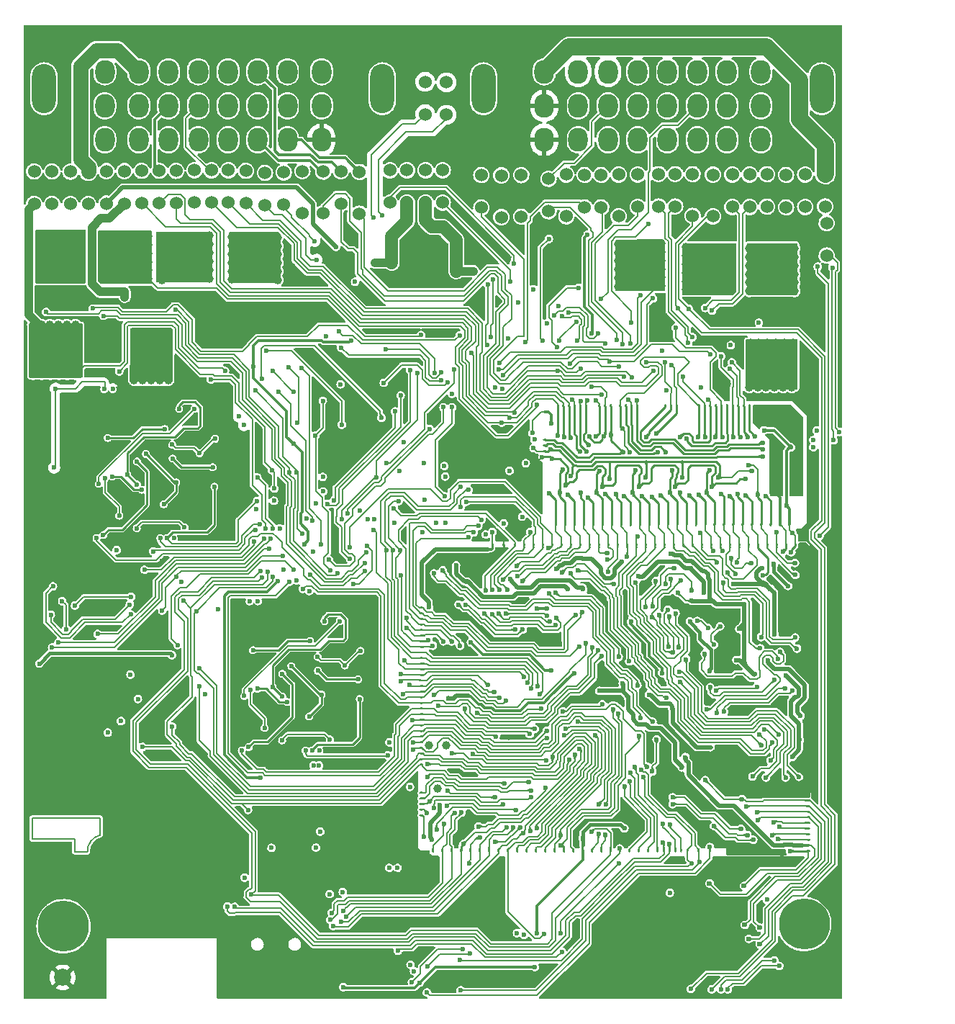
<source format=gbl>
G75*
G70*
%OFA0B0*%
%FSLAX25Y25*%
%IPPOS*%
%LPD*%
%AMOC8*
5,1,8,0,0,1.08239X$1,22.5*
%
%AMM212*
21,1,0.009840,0.009840,-0.000000,-0.000000,270.000000*
21,1,0.000000,0.019680,-0.000000,-0.000000,270.000000*
1,1,0.009840,-0.004920,-0.000000*
1,1,0.009840,-0.004920,-0.000000*
1,1,0.009840,0.004920,-0.000000*
1,1,0.009840,0.004920,-0.000000*
%
%AMM213*
21,1,0.009840,0.009840,-0.000000,-0.000000,180.000000*
21,1,0.000000,0.019680,-0.000000,-0.000000,180.000000*
1,1,0.009840,-0.000000,0.004920*
1,1,0.009840,-0.000000,0.004920*
1,1,0.009840,-0.000000,-0.004920*
1,1,0.009840,-0.000000,-0.004920*
%
%AMM303*
21,1,0.007870,1.133860,-0.000000,-0.000000,0.000000*
21,1,0.000000,1.141730,-0.000000,-0.000000,0.000000*
1,1,0.007870,-0.000000,-0.566930*
1,1,0.007870,-0.000000,-0.566930*
1,1,0.007870,-0.000000,0.566930*
1,1,0.007870,-0.000000,0.566930*
%
%AMM304*
21,1,0.009840,0.009840,-0.000000,-0.000000,90.000000*
21,1,0.000000,0.019680,-0.000000,-0.000000,90.000000*
1,1,0.009840,0.004920,-0.000000*
1,1,0.009840,0.004920,-0.000000*
1,1,0.009840,-0.004920,-0.000000*
1,1,0.009840,-0.004920,-0.000000*
%
%ADD10C,0.02362*%
%ADD107C,0.01968*%
%ADD14C,0.06000*%
%ADD15C,0.23622*%
%ADD16C,0.07874*%
%ADD18O,0.11024X0.22835*%
%ADD19O,0.09055X0.11024*%
%ADD217C,0.03900*%
%ADD363M212*%
%ADD364M213*%
%ADD39R,0.00984X0.71654*%
%ADD40R,0.25591X0.00984*%
%ADD41R,0.25394X0.00984*%
%ADD42R,0.04921X0.00984*%
%ADD43R,0.53740X0.00984*%
%ADD44R,0.01378X0.00984*%
%ADD458M303*%
%ADD459M304*%
%ADD57C,0.03937*%
%ADD58C,0.00787*%
%ADD59C,0.01575*%
%ADD60C,0.01969*%
%ADD61C,0.01181*%
%ADD62C,0.00800*%
%ADD65C,0.07087*%
%ADD76C,0.00984*%
%ADD84C,0.05906*%
X0000000Y0000000D02*
%LPD*%
G01*
D58*
X0004361Y0084076D02*
X0035857Y0084076D01*
X0024046Y0068328D02*
X0024046Y0074234D01*
X0024046Y0074234D02*
X0004361Y0074234D01*
X0035857Y0084076D02*
X0035857Y0076202D01*
X0024046Y0068328D02*
X0029952Y0068328D01*
X0004361Y0074234D02*
X0004361Y0084076D01*
X0035857Y0076202D02*
G75*
G03*
X0029952Y0068328I0001885J-007565D01*
G01*
D10*
X0334173Y0052657D03*
X0318129Y0053839D03*
X0341456Y0025591D03*
X0336299Y0028150D03*
X0341456Y0033268D03*
X0334527Y0034547D03*
X0334232Y0037894D03*
X0333385Y0041339D03*
X0341456Y0043504D03*
X0334232Y0045177D03*
D14*
X0302165Y0367106D03*
X0302165Y0382106D03*
D15*
X0018909Y0033933D03*
D14*
X0177953Y0383878D03*
X0177953Y0368878D03*
X0294488Y0367106D03*
X0294488Y0382106D03*
X0095276Y0368878D03*
X0095276Y0383878D03*
X0251772Y0381890D03*
X0251772Y0362598D03*
X0372362Y0344429D03*
X0372362Y0359429D03*
G36*
G01*
X0241339Y0251758D02*
X0242323Y0251758D01*
G75*
G02*
X0242815Y0251266I0000000J-000492D01*
G01*
X0242815Y0251266D01*
G75*
G02*
X0242323Y0250774I-000492J0000000D01*
G01*
X0241339Y0250774D01*
G75*
G02*
X0240846Y0251266I0000000J0000492D01*
G01*
X0240846Y0251266D01*
G75*
G02*
X0241339Y0251758I0000492J0000000D01*
G01*
G37*
G36*
G01*
X0241339Y0254356D02*
X0242323Y0254356D01*
G75*
G02*
X0242815Y0253864I0000000J-000492D01*
G01*
X0242815Y0253864D01*
G75*
G02*
X0242323Y0253372I-000492J0000000D01*
G01*
X0241339Y0253372D01*
G75*
G02*
X0240846Y0253864I0000000J0000492D01*
G01*
X0240846Y0253864D01*
G75*
G02*
X0241339Y0254356I0000492J0000000D01*
G01*
G37*
G36*
G01*
X0241339Y0256955D02*
X0242323Y0256955D01*
G75*
G02*
X0242815Y0256463I0000000J-000492D01*
G01*
X0242815Y0256463D01*
G75*
G02*
X0242323Y0255970I-000492J0000000D01*
G01*
X0241339Y0255970D01*
G75*
G02*
X0240846Y0256463I0000000J0000492D01*
G01*
X0240846Y0256463D01*
G75*
G02*
X0241339Y0256955I0000492J0000000D01*
G01*
G37*
G36*
G01*
X0241339Y0259553D02*
X0242323Y0259553D01*
G75*
G02*
X0242815Y0259061I0000000J-000492D01*
G01*
X0242815Y0259061D01*
G75*
G02*
X0242323Y0258569I-000492J0000000D01*
G01*
X0241339Y0258569D01*
G75*
G02*
X0240846Y0259061I0000000J0000492D01*
G01*
X0240846Y0259061D01*
G75*
G02*
X0241339Y0259553I0000492J0000000D01*
G01*
G37*
G36*
G01*
X0241339Y0272545D02*
X0242323Y0272545D01*
G75*
G02*
X0242815Y0272053I0000000J-000492D01*
G01*
X0242815Y0272053D01*
G75*
G02*
X0242323Y0271561I-000492J0000000D01*
G01*
X0241339Y0271561D01*
G75*
G02*
X0240846Y0272053I0000000J0000492D01*
G01*
X0240846Y0272053D01*
G75*
G02*
X0241339Y0272545I0000492J0000000D01*
G01*
G37*
G36*
G01*
X0354606Y0219400D02*
X0354606Y0220385D01*
G75*
G02*
X0355098Y0220877I0000492J0000000D01*
G01*
X0355098Y0220877D01*
G75*
G02*
X0355591Y0220385I0000000J-000492D01*
G01*
X0355591Y0219400D01*
G75*
G02*
X0355098Y0218908I-000492J0000000D01*
G01*
X0355098Y0218908D01*
G75*
G02*
X0354606Y0219400I0000000J0000492D01*
G01*
G37*
G36*
G01*
X0351260Y0220385D02*
X0351260Y0219400D01*
G75*
G02*
X0350768Y0218908I-000492J0000000D01*
G01*
X0350768Y0218908D01*
G75*
G02*
X0350276Y0219400I0000000J0000492D01*
G01*
X0350276Y0220385D01*
G75*
G02*
X0350768Y0220877I0000492J0000000D01*
G01*
X0350768Y0220877D01*
G75*
G02*
X0351260Y0220385I0000000J-000492D01*
G01*
G37*
G36*
G01*
X0346929Y0220385D02*
X0346929Y0219400D01*
G75*
G02*
X0346437Y0218908I-000492J0000000D01*
G01*
X0346437Y0218908D01*
G75*
G02*
X0345945Y0219400I0000000J0000492D01*
G01*
X0345945Y0220385D01*
G75*
G02*
X0346437Y0220877I0000492J0000000D01*
G01*
X0346437Y0220877D01*
G75*
G02*
X0346929Y0220385I0000000J-000492D01*
G01*
G37*
G36*
G01*
X0342598Y0220385D02*
X0342598Y0219400D01*
G75*
G02*
X0342106Y0218908I-000492J0000000D01*
G01*
X0342106Y0218908D01*
G75*
G02*
X0341614Y0219400I0000000J0000492D01*
G01*
X0341614Y0220385D01*
G75*
G02*
X0342106Y0220877I0000492J0000000D01*
G01*
X0342106Y0220877D01*
G75*
G02*
X0342598Y0220385I0000000J-000492D01*
G01*
G37*
G36*
G01*
X0338268Y0220385D02*
X0338268Y0219400D01*
G75*
G02*
X0337776Y0218908I-000492J0000000D01*
G01*
X0337776Y0218908D01*
G75*
G02*
X0337283Y0219400I0000000J0000492D01*
G01*
X0337283Y0220385D01*
G75*
G02*
X0337776Y0220877I0000492J0000000D01*
G01*
X0337776Y0220877D01*
G75*
G02*
X0338268Y0220385I0000000J-000492D01*
G01*
G37*
G36*
G01*
X0333937Y0220385D02*
X0333937Y0219400D01*
G75*
G02*
X0333445Y0218908I-000492J0000000D01*
G01*
X0333445Y0218908D01*
G75*
G02*
X0332953Y0219400I0000000J0000492D01*
G01*
X0332953Y0220385D01*
G75*
G02*
X0333445Y0220877I0000492J0000000D01*
G01*
X0333445Y0220877D01*
G75*
G02*
X0333937Y0220385I0000000J-000492D01*
G01*
G37*
G36*
G01*
X0329606Y0220385D02*
X0329606Y0219400D01*
G75*
G02*
X0329114Y0218908I-000492J0000000D01*
G01*
X0329114Y0218908D01*
G75*
G02*
X0328622Y0219400I0000000J0000492D01*
G01*
X0328622Y0220385D01*
G75*
G02*
X0329114Y0220877I0000492J0000000D01*
G01*
X0329114Y0220877D01*
G75*
G02*
X0329606Y0220385I0000000J-000492D01*
G01*
G37*
G36*
G01*
X0325276Y0220385D02*
X0325276Y0219400D01*
G75*
G02*
X0324783Y0218908I-000492J0000000D01*
G01*
X0324783Y0218908D01*
G75*
G02*
X0324291Y0219400I0000000J0000492D01*
G01*
X0324291Y0220385D01*
G75*
G02*
X0324783Y0220877I0000492J0000000D01*
G01*
X0324783Y0220877D01*
G75*
G02*
X0325276Y0220385I0000000J-000492D01*
G01*
G37*
G36*
G01*
X0320945Y0220385D02*
X0320945Y0219400D01*
G75*
G02*
X0320453Y0218908I-000492J0000000D01*
G01*
X0320453Y0218908D01*
G75*
G02*
X0319961Y0219400I0000000J0000492D01*
G01*
X0319961Y0220385D01*
G75*
G02*
X0320453Y0220877I0000492J0000000D01*
G01*
X0320453Y0220877D01*
G75*
G02*
X0320945Y0220385I0000000J-000492D01*
G01*
G37*
G36*
G01*
X0316614Y0220385D02*
X0316614Y0219400D01*
G75*
G02*
X0316122Y0218908I-000492J0000000D01*
G01*
X0316122Y0218908D01*
G75*
G02*
X0315630Y0219400I0000000J0000492D01*
G01*
X0315630Y0220385D01*
G75*
G02*
X0316122Y0220877I0000492J0000000D01*
G01*
X0316122Y0220877D01*
G75*
G02*
X0316614Y0220385I0000000J-000492D01*
G01*
G37*
G36*
G01*
X0312284Y0220385D02*
X0312284Y0219400D01*
G75*
G02*
X0311791Y0218908I-000492J0000000D01*
G01*
X0311791Y0218908D01*
G75*
G02*
X0311299Y0219400I0000000J0000492D01*
G01*
X0311299Y0220385D01*
G75*
G02*
X0311791Y0220877I0000492J0000000D01*
G01*
X0311791Y0220877D01*
G75*
G02*
X0312284Y0220385I0000000J-000492D01*
G01*
G37*
G36*
G01*
X0307953Y0220385D02*
X0307953Y0219400D01*
G75*
G02*
X0307461Y0218908I-000492J0000000D01*
G01*
X0307461Y0218908D01*
G75*
G02*
X0306969Y0219400I0000000J0000492D01*
G01*
X0306969Y0220385D01*
G75*
G02*
X0307461Y0220877I0000492J0000000D01*
G01*
X0307461Y0220877D01*
G75*
G02*
X0307953Y0220385I0000000J-000492D01*
G01*
G37*
G36*
G01*
X0303622Y0220385D02*
X0303622Y0219400D01*
G75*
G02*
X0303130Y0218908I-000492J0000000D01*
G01*
X0303130Y0218908D01*
G75*
G02*
X0302638Y0219400I0000000J0000492D01*
G01*
X0302638Y0220385D01*
G75*
G02*
X0303130Y0220877I0000492J0000000D01*
G01*
X0303130Y0220877D01*
G75*
G02*
X0303622Y0220385I0000000J-000492D01*
G01*
G37*
G36*
G01*
X0299291Y0220385D02*
X0299291Y0219400D01*
G75*
G02*
X0298799Y0218908I-000492J0000000D01*
G01*
X0298799Y0218908D01*
G75*
G02*
X0298307Y0219400I0000000J0000492D01*
G01*
X0298307Y0220385D01*
G75*
G02*
X0298799Y0220877I0000492J0000000D01*
G01*
X0298799Y0220877D01*
G75*
G02*
X0299291Y0220385I0000000J-000492D01*
G01*
G37*
G36*
G01*
X0294961Y0220385D02*
X0294961Y0219400D01*
G75*
G02*
X0294469Y0218908I-000492J0000000D01*
G01*
X0294469Y0218908D01*
G75*
G02*
X0293976Y0219400I0000000J0000492D01*
G01*
X0293976Y0220385D01*
G75*
G02*
X0294469Y0220877I0000492J0000000D01*
G01*
X0294469Y0220877D01*
G75*
G02*
X0294961Y0220385I0000000J-000492D01*
G01*
G37*
G36*
G01*
X0290630Y0220385D02*
X0290630Y0219400D01*
G75*
G02*
X0290138Y0218908I-000492J0000000D01*
G01*
X0290138Y0218908D01*
G75*
G02*
X0289646Y0219400I0000000J0000492D01*
G01*
X0289646Y0220385D01*
G75*
G02*
X0290138Y0220877I0000492J0000000D01*
G01*
X0290138Y0220877D01*
G75*
G02*
X0290630Y0220385I0000000J-000492D01*
G01*
G37*
G36*
G01*
X0286299Y0220385D02*
X0286299Y0219400D01*
G75*
G02*
X0285807Y0218908I-000492J0000000D01*
G01*
X0285807Y0218908D01*
G75*
G02*
X0285315Y0219400I0000000J0000492D01*
G01*
X0285315Y0220385D01*
G75*
G02*
X0285807Y0220877I0000492J0000000D01*
G01*
X0285807Y0220877D01*
G75*
G02*
X0286299Y0220385I0000000J-000492D01*
G01*
G37*
G36*
G01*
X0281969Y0220385D02*
X0281969Y0219400D01*
G75*
G02*
X0281476Y0218908I-000492J0000000D01*
G01*
X0281476Y0218908D01*
G75*
G02*
X0280984Y0219400I0000000J0000492D01*
G01*
X0280984Y0220385D01*
G75*
G02*
X0281476Y0220877I0000492J0000000D01*
G01*
X0281476Y0220877D01*
G75*
G02*
X0281969Y0220385I0000000J-000492D01*
G01*
G37*
G36*
G01*
X0277638Y0220385D02*
X0277638Y0219400D01*
G75*
G02*
X0277146Y0218908I-000492J0000000D01*
G01*
X0277146Y0218908D01*
G75*
G02*
X0276654Y0219400I0000000J0000492D01*
G01*
X0276654Y0220385D01*
G75*
G02*
X0277146Y0220877I0000492J0000000D01*
G01*
X0277146Y0220877D01*
G75*
G02*
X0277638Y0220385I0000000J-000492D01*
G01*
G37*
G36*
G01*
X0273307Y0220385D02*
X0273307Y0219400D01*
G75*
G02*
X0272815Y0218908I-000492J0000000D01*
G01*
X0272815Y0218908D01*
G75*
G02*
X0272323Y0219400I0000000J0000492D01*
G01*
X0272323Y0220385D01*
G75*
G02*
X0272815Y0220877I0000492J0000000D01*
G01*
X0272815Y0220877D01*
G75*
G02*
X0273307Y0220385I0000000J-000492D01*
G01*
G37*
G36*
G01*
X0268977Y0220385D02*
X0268977Y0219400D01*
G75*
G02*
X0268484Y0218908I-000492J0000000D01*
G01*
X0268484Y0218908D01*
G75*
G02*
X0267992Y0219400I0000000J0000492D01*
G01*
X0267992Y0220385D01*
G75*
G02*
X0268484Y0220877I0000492J0000000D01*
G01*
X0268484Y0220877D01*
G75*
G02*
X0268977Y0220385I0000000J-000492D01*
G01*
G37*
G36*
G01*
X0264646Y0220385D02*
X0264646Y0219400D01*
G75*
G02*
X0264154Y0218908I-000492J0000000D01*
G01*
X0264154Y0218908D01*
G75*
G02*
X0263662Y0219400I0000000J0000492D01*
G01*
X0263662Y0220385D01*
G75*
G02*
X0264154Y0220877I0000492J0000000D01*
G01*
X0264154Y0220877D01*
G75*
G02*
X0264646Y0220385I0000000J-000492D01*
G01*
G37*
G36*
G01*
X0260315Y0220385D02*
X0260315Y0219400D01*
G75*
G02*
X0259823Y0218908I-000492J0000000D01*
G01*
X0259823Y0218908D01*
G75*
G02*
X0259331Y0219400I0000000J0000492D01*
G01*
X0259331Y0220385D01*
G75*
G02*
X0259823Y0220877I0000492J0000000D01*
G01*
X0259823Y0220877D01*
G75*
G02*
X0260315Y0220385I0000000J-000492D01*
G01*
G37*
G36*
G01*
X0255984Y0220385D02*
X0255984Y0219400D01*
G75*
G02*
X0255492Y0218908I-000492J0000000D01*
G01*
X0255492Y0218908D01*
G75*
G02*
X0255000Y0219400I0000000J0000492D01*
G01*
X0255000Y0220385D01*
G75*
G02*
X0255492Y0220877I0000492J0000000D01*
G01*
X0255492Y0220877D01*
G75*
G02*
X0255984Y0220385I0000000J-000492D01*
G01*
G37*
G36*
G01*
X0251654Y0220385D02*
X0251654Y0219400D01*
G75*
G02*
X0251162Y0218908I-000492J0000000D01*
G01*
X0251162Y0218908D01*
G75*
G02*
X0250669Y0219400I0000000J0000492D01*
G01*
X0250669Y0220385D01*
G75*
G02*
X0251162Y0220877I0000492J0000000D01*
G01*
X0251162Y0220877D01*
G75*
G02*
X0251654Y0220385I0000000J-000492D01*
G01*
G37*
G36*
G01*
X0247323Y0220385D02*
X0247323Y0219400D01*
G75*
G02*
X0246831Y0218908I-000492J0000000D01*
G01*
X0246831Y0218908D01*
G75*
G02*
X0246339Y0219400I0000000J0000492D01*
G01*
X0246339Y0220385D01*
G75*
G02*
X0246831Y0220877I0000492J0000000D01*
G01*
X0246831Y0220877D01*
G75*
G02*
X0247323Y0220385I0000000J-000492D01*
G01*
G37*
G36*
G01*
X0248311Y0275353D02*
X0248311Y0274369D01*
G75*
G02*
X0247819Y0273877I-000492J0000000D01*
G01*
X0247819Y0273877D01*
G75*
G02*
X0247327Y0274369I0000000J0000492D01*
G01*
X0247327Y0275353D01*
G75*
G02*
X0247819Y0275845I0000492J0000000D01*
G01*
X0247819Y0275845D01*
G75*
G02*
X0248311Y0275353I0000000J-000492D01*
G01*
G37*
G36*
G01*
X0250909Y0275353D02*
X0250909Y0274369D01*
G75*
G02*
X0250417Y0273877I-000492J0000000D01*
G01*
X0250417Y0273877D01*
G75*
G02*
X0249925Y0274369I0000000J0000492D01*
G01*
X0249925Y0275353D01*
G75*
G02*
X0250417Y0275845I0000492J0000000D01*
G01*
X0250417Y0275845D01*
G75*
G02*
X0250909Y0275353I0000000J-000492D01*
G01*
G37*
G36*
G01*
X0253508Y0275353D02*
X0253508Y0274369D01*
G75*
G02*
X0253016Y0273877I-000492J0000000D01*
G01*
X0253016Y0273877D01*
G75*
G02*
X0252524Y0274369I0000000J0000492D01*
G01*
X0252524Y0275353D01*
G75*
G02*
X0253016Y0275845I0000492J0000000D01*
G01*
X0253016Y0275845D01*
G75*
G02*
X0253508Y0275353I0000000J-000492D01*
G01*
G37*
G36*
G01*
X0256106Y0275353D02*
X0256106Y0274369D01*
G75*
G02*
X0255614Y0273877I-000492J0000000D01*
G01*
X0255614Y0273877D01*
G75*
G02*
X0255122Y0274369I0000000J0000492D01*
G01*
X0255122Y0275353D01*
G75*
G02*
X0255614Y0275845I0000492J0000000D01*
G01*
X0255614Y0275845D01*
G75*
G02*
X0256106Y0275353I0000000J-000492D01*
G01*
G37*
G36*
G01*
X0258705Y0275353D02*
X0258705Y0274369D01*
G75*
G02*
X0258213Y0273877I-000492J0000000D01*
G01*
X0258213Y0273877D01*
G75*
G02*
X0257720Y0274369I0000000J0000492D01*
G01*
X0257720Y0275353D01*
G75*
G02*
X0258213Y0275845I0000492J0000000D01*
G01*
X0258213Y0275845D01*
G75*
G02*
X0258705Y0275353I0000000J-000492D01*
G01*
G37*
G36*
G01*
X0261303Y0275353D02*
X0261303Y0274369D01*
G75*
G02*
X0260811Y0273877I-000492J0000000D01*
G01*
X0260811Y0273877D01*
G75*
G02*
X0260319Y0274369I0000000J0000492D01*
G01*
X0260319Y0275353D01*
G75*
G02*
X0260811Y0275845I0000492J0000000D01*
G01*
X0260811Y0275845D01*
G75*
G02*
X0261303Y0275353I0000000J-000492D01*
G01*
G37*
G36*
G01*
X0267606Y0275353D02*
X0267606Y0274369D01*
G75*
G02*
X0267114Y0273877I-000492J0000000D01*
G01*
X0267114Y0273877D01*
G75*
G02*
X0266622Y0274369I0000000J0000492D01*
G01*
X0266622Y0275353D01*
G75*
G02*
X0267114Y0275845I0000492J0000000D01*
G01*
X0267114Y0275845D01*
G75*
G02*
X0267606Y0275353I0000000J-000492D01*
G01*
G37*
G36*
G01*
X0270205Y0275353D02*
X0270205Y0274369D01*
G75*
G02*
X0269713Y0273877I-000492J0000000D01*
G01*
X0269713Y0273877D01*
G75*
G02*
X0269220Y0274369I0000000J0000492D01*
G01*
X0269220Y0275353D01*
G75*
G02*
X0269713Y0275845I0000492J0000000D01*
G01*
X0269713Y0275845D01*
G75*
G02*
X0270205Y0275353I0000000J-000492D01*
G01*
G37*
G36*
G01*
X0272803Y0275353D02*
X0272803Y0274369D01*
G75*
G02*
X0272311Y0273877I-000492J0000000D01*
G01*
X0272311Y0273877D01*
G75*
G02*
X0271819Y0274369I0000000J0000492D01*
G01*
X0271819Y0275353D01*
G75*
G02*
X0272311Y0275845I0000492J0000000D01*
G01*
X0272311Y0275845D01*
G75*
G02*
X0272803Y0275353I0000000J-000492D01*
G01*
G37*
G36*
G01*
X0277216Y0275353D02*
X0277216Y0274369D01*
G75*
G02*
X0276724Y0273877I-000492J0000000D01*
G01*
X0276724Y0273877D01*
G75*
G02*
X0276232Y0274369I0000000J0000492D01*
G01*
X0276232Y0275353D01*
G75*
G02*
X0276724Y0275845I0000492J0000000D01*
G01*
X0276724Y0275845D01*
G75*
G02*
X0277216Y0275353I0000000J-000492D01*
G01*
G37*
G36*
G01*
X0279815Y0275353D02*
X0279815Y0274369D01*
G75*
G02*
X0279322Y0273877I-000492J0000000D01*
G01*
X0279322Y0273877D01*
G75*
G02*
X0278830Y0274369I0000000J0000492D01*
G01*
X0278830Y0275353D01*
G75*
G02*
X0279322Y0275845I0000492J0000000D01*
G01*
X0279322Y0275845D01*
G75*
G02*
X0279815Y0275353I0000000J-000492D01*
G01*
G37*
G36*
G01*
X0282413Y0275353D02*
X0282413Y0274369D01*
G75*
G02*
X0281921Y0273877I-000492J0000000D01*
G01*
X0281921Y0273877D01*
G75*
G02*
X0281429Y0274369I0000000J0000492D01*
G01*
X0281429Y0275353D01*
G75*
G02*
X0281921Y0275845I0000492J0000000D01*
G01*
X0281921Y0275845D01*
G75*
G02*
X0282413Y0275353I0000000J-000492D01*
G01*
G37*
G36*
G01*
X0285011Y0275353D02*
X0285011Y0274369D01*
G75*
G02*
X0284519Y0273877I-000492J0000000D01*
G01*
X0284519Y0273877D01*
G75*
G02*
X0284027Y0274369I0000000J0000492D01*
G01*
X0284027Y0275353D01*
G75*
G02*
X0284519Y0275845I0000492J0000000D01*
G01*
X0284519Y0275845D01*
G75*
G02*
X0285011Y0275353I0000000J-000492D01*
G01*
G37*
G36*
G01*
X0298106Y0275353D02*
X0298106Y0274369D01*
G75*
G02*
X0297614Y0273877I-000492J0000000D01*
G01*
X0297614Y0273877D01*
G75*
G02*
X0297122Y0274369I0000000J0000492D01*
G01*
X0297122Y0275353D01*
G75*
G02*
X0297614Y0275845I0000492J0000000D01*
G01*
X0297614Y0275845D01*
G75*
G02*
X0298106Y0275353I0000000J-000492D01*
G01*
G37*
G36*
G01*
X0300705Y0275353D02*
X0300705Y0274369D01*
G75*
G02*
X0300213Y0273877I-000492J0000000D01*
G01*
X0300213Y0273877D01*
G75*
G02*
X0299720Y0274369I0000000J0000492D01*
G01*
X0299720Y0275353D01*
G75*
G02*
X0300213Y0275845I0000492J0000000D01*
G01*
X0300213Y0275845D01*
G75*
G02*
X0300705Y0275353I0000000J-000492D01*
G01*
G37*
G36*
G01*
X0303303Y0275353D02*
X0303303Y0274369D01*
G75*
G02*
X0302811Y0273877I-000492J0000000D01*
G01*
X0302811Y0273877D01*
G75*
G02*
X0302319Y0274369I0000000J0000492D01*
G01*
X0302319Y0275353D01*
G75*
G02*
X0302811Y0275845I0000492J0000000D01*
G01*
X0302811Y0275845D01*
G75*
G02*
X0303303Y0275353I0000000J-000492D01*
G01*
G37*
G36*
G01*
X0313720Y0275353D02*
X0313720Y0274369D01*
G75*
G02*
X0313228Y0273877I-000492J0000000D01*
G01*
X0313228Y0273877D01*
G75*
G02*
X0312736Y0274369I0000000J0000492D01*
G01*
X0312736Y0275353D01*
G75*
G02*
X0313228Y0275845I0000492J0000000D01*
G01*
X0313228Y0275845D01*
G75*
G02*
X0313720Y0275353I0000000J-000492D01*
G01*
G37*
G36*
G01*
X0316319Y0275353D02*
X0316319Y0274369D01*
G75*
G02*
X0315827Y0273877I-000492J0000000D01*
G01*
X0315827Y0273877D01*
G75*
G02*
X0315335Y0274369I0000000J0000492D01*
G01*
X0315335Y0275353D01*
G75*
G02*
X0315827Y0275845I0000492J0000000D01*
G01*
X0315827Y0275845D01*
G75*
G02*
X0316319Y0275353I0000000J-000492D01*
G01*
G37*
G36*
G01*
X0318917Y0275353D02*
X0318917Y0274369D01*
G75*
G02*
X0318425Y0273877I-000492J0000000D01*
G01*
X0318425Y0273877D01*
G75*
G02*
X0317933Y0274369I0000000J0000492D01*
G01*
X0317933Y0275353D01*
G75*
G02*
X0318425Y0275845I0000492J0000000D01*
G01*
X0318425Y0275845D01*
G75*
G02*
X0318917Y0275353I0000000J-000492D01*
G01*
G37*
G36*
G01*
X0321516Y0275353D02*
X0321516Y0274369D01*
G75*
G02*
X0321024Y0273877I-000492J0000000D01*
G01*
X0321024Y0273877D01*
G75*
G02*
X0320531Y0274369I0000000J0000492D01*
G01*
X0320531Y0275353D01*
G75*
G02*
X0321024Y0275845I0000492J0000000D01*
G01*
X0321024Y0275845D01*
G75*
G02*
X0321516Y0275353I0000000J-000492D01*
G01*
G37*
G36*
G01*
X0324114Y0275353D02*
X0324114Y0274369D01*
G75*
G02*
X0323622Y0273877I-000492J0000000D01*
G01*
X0323622Y0273877D01*
G75*
G02*
X0323130Y0274369I0000000J0000492D01*
G01*
X0323130Y0275353D01*
G75*
G02*
X0323622Y0275845I0000492J0000000D01*
G01*
X0323622Y0275845D01*
G75*
G02*
X0324114Y0275353I0000000J-000492D01*
G01*
G37*
G36*
G01*
X0326713Y0275353D02*
X0326713Y0274369D01*
G75*
G02*
X0326220Y0273877I-000492J0000000D01*
G01*
X0326220Y0273877D01*
G75*
G02*
X0325728Y0274369I0000000J0000492D01*
G01*
X0325728Y0275353D01*
G75*
G02*
X0326220Y0275845I0000492J0000000D01*
G01*
X0326220Y0275845D01*
G75*
G02*
X0326713Y0275353I0000000J-000492D01*
G01*
G37*
G36*
G01*
X0329311Y0275353D02*
X0329311Y0274369D01*
G75*
G02*
X0328819Y0273877I-000492J0000000D01*
G01*
X0328819Y0273877D01*
G75*
G02*
X0328327Y0274369I0000000J0000492D01*
G01*
X0328327Y0275353D01*
G75*
G02*
X0328819Y0275845I0000492J0000000D01*
G01*
X0328819Y0275845D01*
G75*
G02*
X0329311Y0275353I0000000J-000492D01*
G01*
G37*
G36*
G01*
X0331909Y0275353D02*
X0331909Y0274369D01*
G75*
G02*
X0331417Y0273877I-000492J0000000D01*
G01*
X0331417Y0273877D01*
G75*
G02*
X0330925Y0274369I0000000J0000492D01*
G01*
X0330925Y0275353D01*
G75*
G02*
X0331417Y0275845I0000492J0000000D01*
G01*
X0331417Y0275845D01*
G75*
G02*
X0331909Y0275353I0000000J-000492D01*
G01*
G37*
G36*
G01*
X0334508Y0275353D02*
X0334508Y0274369D01*
G75*
G02*
X0334016Y0273877I-000492J0000000D01*
G01*
X0334016Y0273877D01*
G75*
G02*
X0333524Y0274369I0000000J0000492D01*
G01*
X0333524Y0275353D01*
G75*
G02*
X0334016Y0275845I0000492J0000000D01*
G01*
X0334016Y0275845D01*
G75*
G02*
X0334508Y0275353I0000000J-000492D01*
G01*
G37*
G36*
G01*
X0337106Y0275353D02*
X0337106Y0274369D01*
G75*
G02*
X0336614Y0273877I-000492J0000000D01*
G01*
X0336614Y0273877D01*
G75*
G02*
X0336122Y0274369I0000000J0000492D01*
G01*
X0336122Y0275353D01*
G75*
G02*
X0336614Y0275845I0000492J0000000D01*
G01*
X0336614Y0275845D01*
G75*
G02*
X0337106Y0275353I0000000J-000492D01*
G01*
G37*
D18*
X0166535Y0421654D03*
X0009843Y0421654D03*
D19*
X0037992Y0398031D03*
X0053740Y0398031D03*
X0067520Y0398031D03*
X0081299Y0398031D03*
X0095079Y0398031D03*
X0108858Y0398031D03*
X0122638Y0398031D03*
X0138386Y0398031D03*
X0037992Y0413780D03*
X0053740Y0413780D03*
X0067520Y0413780D03*
X0081299Y0413780D03*
X0095079Y0413780D03*
X0108858Y0413780D03*
X0122638Y0413780D03*
X0138386Y0413780D03*
X0037992Y0429528D03*
X0053740Y0429528D03*
X0067520Y0429528D03*
X0081299Y0429528D03*
X0095079Y0429528D03*
X0108858Y0429528D03*
X0122638Y0429528D03*
X0138386Y0429528D03*
D14*
X0186417Y0409823D03*
X0186417Y0424823D03*
X0362402Y0366909D03*
X0362402Y0381909D03*
X0170079Y0368878D03*
X0170079Y0383878D03*
X0013583Y0368353D03*
X0013583Y0383353D03*
X0267913Y0366713D03*
X0267913Y0381713D03*
X0087402Y0368878D03*
X0087402Y0383878D03*
X0284843Y0366909D03*
X0284843Y0381909D03*
X0047047Y0368484D03*
X0047047Y0383484D03*
D10*
X0203740Y0023327D03*
X0207185Y0021260D03*
X0202559Y0018307D03*
X0202854Y0004331D03*
X0109992Y0102693D03*
X0115208Y0070311D03*
X0135809Y0070380D03*
X0137748Y0077791D03*
X0142177Y0048854D03*
X0101476Y0115354D03*
X0131004Y0115354D03*
X0134154Y0115354D03*
X0137303Y0115354D03*
D42*
X0100591Y0185236D03*
D44*
X0098819Y0114567D03*
D41*
X0151969Y0114567D03*
D39*
X0098622Y0149902D03*
D40*
X0116240Y0114567D03*
D43*
X0137795Y0185236D03*
D39*
X0164173Y0149902D03*
D10*
X0108957Y0184350D03*
X0105020Y0184350D03*
D14*
X0260236Y0366713D03*
X0260236Y0381713D03*
X0112205Y0367697D03*
X0112205Y0382697D03*
X0038780Y0368484D03*
X0038780Y0383484D03*
X0129528Y0383464D03*
X0129528Y0364173D03*
X0005305Y0368353D03*
X0005305Y0383353D03*
X0055118Y0368681D03*
X0055118Y0383681D03*
X0212402Y0366713D03*
X0212402Y0381713D03*
X0103346Y0368681D03*
X0103346Y0383681D03*
X0319669Y0381870D03*
X0319669Y0362579D03*
X0353543Y0381713D03*
X0353543Y0366713D03*
X0063189Y0368681D03*
X0063189Y0383681D03*
X0275984Y0381890D03*
X0275984Y0362598D03*
X0022047Y0368287D03*
X0022047Y0383287D03*
X0120866Y0367894D03*
X0120866Y0382894D03*
D15*
X0362000Y0034933D03*
D14*
X0071063Y0368681D03*
X0071063Y0383681D03*
X0079528Y0368878D03*
X0079528Y0383878D03*
X0155906Y0383071D03*
X0155906Y0363779D03*
X0147441Y0368484D03*
X0147441Y0383484D03*
X0186614Y0368878D03*
X0186614Y0383878D03*
G36*
G01*
X0184096Y0085841D02*
X0185081Y0085841D01*
G75*
G02*
X0185573Y0085349I0000000J-000492D01*
G01*
X0185573Y0085349D01*
G75*
G02*
X0185081Y0084857I-000492J0000000D01*
G01*
X0184096Y0084857D01*
G75*
G02*
X0183604Y0085349I0000000J0000492D01*
G01*
X0183604Y0085349D01*
G75*
G02*
X0184096Y0085841I0000492J0000000D01*
G01*
G37*
G36*
G01*
X0185081Y0087455D02*
X0184096Y0087455D01*
G75*
G02*
X0183604Y0087947I0000000J0000492D01*
G01*
X0183604Y0087947D01*
G75*
G02*
X0184096Y0088439I0000492J0000000D01*
G01*
X0185081Y0088439D01*
G75*
G02*
X0185573Y0087947I0000000J-000492D01*
G01*
X0185573Y0087947D01*
G75*
G02*
X0185081Y0087455I-000492J0000000D01*
G01*
G37*
G36*
G01*
X0185081Y0090054D02*
X0184096Y0090054D01*
G75*
G02*
X0183604Y0090546I0000000J0000492D01*
G01*
X0183604Y0090546D01*
G75*
G02*
X0184096Y0091038I0000492J0000000D01*
G01*
X0185081Y0091038D01*
G75*
G02*
X0185573Y0090546I0000000J-000492D01*
G01*
X0185573Y0090546D01*
G75*
G02*
X0185081Y0090054I-000492J0000000D01*
G01*
G37*
G36*
G01*
X0185081Y0092652D02*
X0184096Y0092652D01*
G75*
G02*
X0183604Y0093144I0000000J0000492D01*
G01*
X0183604Y0093144D01*
G75*
G02*
X0184096Y0093636I0000492J0000000D01*
G01*
X0185081Y0093636D01*
G75*
G02*
X0185573Y0093144I0000000J-000492D01*
G01*
X0185573Y0093144D01*
G75*
G02*
X0185081Y0092652I-000492J0000000D01*
G01*
G37*
G36*
G01*
X0185081Y0095250D02*
X0184096Y0095250D01*
G75*
G02*
X0183604Y0095743I0000000J0000492D01*
G01*
X0183604Y0095743D01*
G75*
G02*
X0184096Y0096235I0000492J0000000D01*
G01*
X0185081Y0096235D01*
G75*
G02*
X0185573Y0095743I0000000J-000492D01*
G01*
X0185573Y0095743D01*
G75*
G02*
X0185081Y0095250I-000492J0000000D01*
G01*
G37*
G36*
G01*
X0185081Y0108243D02*
X0184096Y0108243D01*
G75*
G02*
X0183604Y0108735I0000000J0000492D01*
G01*
X0183604Y0108735D01*
G75*
G02*
X0184096Y0109227I0000492J0000000D01*
G01*
X0185081Y0109227D01*
G75*
G02*
X0185573Y0108735I0000000J-000492D01*
G01*
X0185573Y0108735D01*
G75*
G02*
X0185081Y0108243I-000492J0000000D01*
G01*
G37*
G36*
G01*
X0185081Y0110841D02*
X0184096Y0110841D01*
G75*
G02*
X0183604Y0111333I0000000J0000492D01*
G01*
X0183604Y0111333D01*
G75*
G02*
X0184096Y0111825I0000492J0000000D01*
G01*
X0185081Y0111825D01*
G75*
G02*
X0185573Y0111333I0000000J-000492D01*
G01*
X0185573Y0111333D01*
G75*
G02*
X0185081Y0110841I-000492J0000000D01*
G01*
G37*
G36*
G01*
X0185081Y0113439D02*
X0184096Y0113439D01*
G75*
G02*
X0183604Y0113932I0000000J0000492D01*
G01*
X0183604Y0113932D01*
G75*
G02*
X0184096Y0114424I0000492J0000000D01*
G01*
X0185081Y0114424D01*
G75*
G02*
X0185573Y0113932I0000000J-000492D01*
G01*
X0185573Y0113932D01*
G75*
G02*
X0185081Y0113439I-000492J0000000D01*
G01*
G37*
G36*
G01*
X0185081Y0116038D02*
X0184096Y0116038D01*
G75*
G02*
X0183604Y0116530I0000000J0000492D01*
G01*
X0183604Y0116530D01*
G75*
G02*
X0184096Y0117022I0000492J0000000D01*
G01*
X0185081Y0117022D01*
G75*
G02*
X0185573Y0116530I0000000J-000492D01*
G01*
X0185573Y0116530D01*
G75*
G02*
X0185081Y0116038I-000492J0000000D01*
G01*
G37*
G36*
G01*
X0185081Y0118636D02*
X0184096Y0118636D01*
G75*
G02*
X0183604Y0119128I0000000J0000492D01*
G01*
X0183604Y0119128D01*
G75*
G02*
X0184096Y0119621I0000492J0000000D01*
G01*
X0185081Y0119621D01*
G75*
G02*
X0185573Y0119128I0000000J-000492D01*
G01*
X0185573Y0119128D01*
G75*
G02*
X0185081Y0118636I-000492J0000000D01*
G01*
G37*
G36*
G01*
X0185081Y0121235D02*
X0184096Y0121235D01*
G75*
G02*
X0183604Y0121727I0000000J0000492D01*
G01*
X0183604Y0121727D01*
G75*
G02*
X0184096Y0122219I0000492J0000000D01*
G01*
X0185081Y0122219D01*
G75*
G02*
X0185573Y0121727I0000000J-000492D01*
G01*
X0185573Y0121727D01*
G75*
G02*
X0185081Y0121235I-000492J0000000D01*
G01*
G37*
G36*
G01*
X0185081Y0123833D02*
X0184096Y0123833D01*
G75*
G02*
X0183604Y0124325I0000000J0000492D01*
G01*
X0183604Y0124325D01*
G75*
G02*
X0184096Y0124817I0000492J0000000D01*
G01*
X0185081Y0124817D01*
G75*
G02*
X0185573Y0124325I0000000J-000492D01*
G01*
X0185573Y0124325D01*
G75*
G02*
X0185081Y0123833I-000492J0000000D01*
G01*
G37*
G36*
G01*
X0185081Y0126432D02*
X0184096Y0126432D01*
G75*
G02*
X0183604Y0126924I0000000J0000492D01*
G01*
X0183604Y0126924D01*
G75*
G02*
X0184096Y0127416I0000492J0000000D01*
G01*
X0185081Y0127416D01*
G75*
G02*
X0185573Y0126924I0000000J-000492D01*
G01*
X0185573Y0126924D01*
G75*
G02*
X0185081Y0126432I-000492J0000000D01*
G01*
G37*
G36*
G01*
X0185081Y0129030D02*
X0184096Y0129030D01*
G75*
G02*
X0183604Y0129522I0000000J0000492D01*
G01*
X0183604Y0129522D01*
G75*
G02*
X0184096Y0130014I0000492J0000000D01*
G01*
X0185081Y0130014D01*
G75*
G02*
X0185573Y0129522I0000000J-000492D01*
G01*
X0185573Y0129522D01*
G75*
G02*
X0185081Y0129030I-000492J0000000D01*
G01*
G37*
G36*
G01*
X0185081Y0131628D02*
X0184096Y0131628D01*
G75*
G02*
X0183604Y0132121I0000000J0000492D01*
G01*
X0183604Y0132121D01*
G75*
G02*
X0184096Y0132613I0000492J0000000D01*
G01*
X0185081Y0132613D01*
G75*
G02*
X0185573Y0132121I0000000J-000492D01*
G01*
X0185573Y0132121D01*
G75*
G02*
X0185081Y0131628I-000492J0000000D01*
G01*
G37*
G36*
G01*
X0185081Y0134227D02*
X0184096Y0134227D01*
G75*
G02*
X0183604Y0134719I0000000J0000492D01*
G01*
X0183604Y0134719D01*
G75*
G02*
X0184096Y0135211I0000492J0000000D01*
G01*
X0185081Y0135211D01*
G75*
G02*
X0185573Y0134719I0000000J-000492D01*
G01*
X0185573Y0134719D01*
G75*
G02*
X0185081Y0134227I-000492J0000000D01*
G01*
G37*
G36*
G01*
X0185081Y0136825D02*
X0184096Y0136825D01*
G75*
G02*
X0183604Y0137317I0000000J0000492D01*
G01*
X0183604Y0137317D01*
G75*
G02*
X0184096Y0137810I0000492J0000000D01*
G01*
X0185081Y0137810D01*
G75*
G02*
X0185573Y0137317I0000000J-000492D01*
G01*
X0185573Y0137317D01*
G75*
G02*
X0185081Y0136825I-000492J0000000D01*
G01*
G37*
G36*
G01*
X0185081Y0139424D02*
X0184096Y0139424D01*
G75*
G02*
X0183604Y0139916I0000000J0000492D01*
G01*
X0183604Y0139916D01*
G75*
G02*
X0184096Y0140408I0000492J0000000D01*
G01*
X0185081Y0140408D01*
G75*
G02*
X0185573Y0139916I0000000J-000492D01*
G01*
X0185573Y0139916D01*
G75*
G02*
X0185081Y0139424I-000492J0000000D01*
G01*
G37*
G36*
G01*
X0185081Y0142022D02*
X0184096Y0142022D01*
G75*
G02*
X0183604Y0142514I0000000J0000492D01*
G01*
X0183604Y0142514D01*
G75*
G02*
X0184096Y0143006I0000492J0000000D01*
G01*
X0185081Y0143006D01*
G75*
G02*
X0185573Y0142514I0000000J-000492D01*
G01*
X0185573Y0142514D01*
G75*
G02*
X0185081Y0142022I-000492J0000000D01*
G01*
G37*
G36*
G01*
X0185081Y0144621D02*
X0184096Y0144621D01*
G75*
G02*
X0183604Y0145113I0000000J0000492D01*
G01*
X0183604Y0145113D01*
G75*
G02*
X0184096Y0145605I0000492J0000000D01*
G01*
X0185081Y0145605D01*
G75*
G02*
X0185573Y0145113I0000000J-000492D01*
G01*
X0185573Y0145113D01*
G75*
G02*
X0185081Y0144621I-000492J0000000D01*
G01*
G37*
G36*
G01*
X0185081Y0147219D02*
X0184096Y0147219D01*
G75*
G02*
X0183604Y0147711I0000000J0000492D01*
G01*
X0183604Y0147711D01*
G75*
G02*
X0184096Y0148203I0000492J0000000D01*
G01*
X0185081Y0148203D01*
G75*
G02*
X0185573Y0147711I0000000J-000492D01*
G01*
X0185573Y0147711D01*
G75*
G02*
X0185081Y0147219I-000492J0000000D01*
G01*
G37*
G36*
G01*
X0185081Y0149817D02*
X0184096Y0149817D01*
G75*
G02*
X0183604Y0150310I0000000J0000492D01*
G01*
X0183604Y0150310D01*
G75*
G02*
X0184096Y0150802I0000492J0000000D01*
G01*
X0185081Y0150802D01*
G75*
G02*
X0185573Y0150310I0000000J-000492D01*
G01*
X0185573Y0150310D01*
G75*
G02*
X0185081Y0149817I-000492J0000000D01*
G01*
G37*
G36*
G01*
X0185081Y0152416D02*
X0184096Y0152416D01*
G75*
G02*
X0183604Y0152908I0000000J0000492D01*
G01*
X0183604Y0152908D01*
G75*
G02*
X0184096Y0153400I0000492J0000000D01*
G01*
X0185081Y0153400D01*
G75*
G02*
X0185573Y0152908I0000000J-000492D01*
G01*
X0185573Y0152908D01*
G75*
G02*
X0185081Y0152416I-000492J0000000D01*
G01*
G37*
G36*
G01*
X0185081Y0155014D02*
X0184096Y0155014D01*
G75*
G02*
X0183604Y0155506I0000000J0000492D01*
G01*
X0183604Y0155506D01*
G75*
G02*
X0184096Y0155999I0000492J0000000D01*
G01*
X0185081Y0155999D01*
G75*
G02*
X0185573Y0155506I0000000J-000492D01*
G01*
X0185573Y0155506D01*
G75*
G02*
X0185081Y0155014I-000492J0000000D01*
G01*
G37*
G36*
G01*
X0185081Y0157613D02*
X0184096Y0157613D01*
G75*
G02*
X0183604Y0158105I0000000J0000492D01*
G01*
X0183604Y0158105D01*
G75*
G02*
X0184096Y0158597I0000492J0000000D01*
G01*
X0185081Y0158597D01*
G75*
G02*
X0185573Y0158105I0000000J-000492D01*
G01*
X0185573Y0158105D01*
G75*
G02*
X0185081Y0157613I-000492J0000000D01*
G01*
G37*
G36*
G01*
X0185081Y0160211D02*
X0184096Y0160211D01*
G75*
G02*
X0183604Y0160703I0000000J0000492D01*
G01*
X0183604Y0160703D01*
G75*
G02*
X0184096Y0161195I0000492J0000000D01*
G01*
X0185081Y0161195D01*
G75*
G02*
X0185573Y0160703I0000000J-000492D01*
G01*
X0185573Y0160703D01*
G75*
G02*
X0185081Y0160211I-000492J0000000D01*
G01*
G37*
G36*
G01*
X0185081Y0162810D02*
X0184096Y0162810D01*
G75*
G02*
X0183604Y0163302I0000000J0000492D01*
G01*
X0183604Y0163302D01*
G75*
G02*
X0184096Y0163794I0000492J0000000D01*
G01*
X0185081Y0163794D01*
G75*
G02*
X0185573Y0163302I0000000J-000492D01*
G01*
X0185573Y0163302D01*
G75*
G02*
X0185081Y0162810I-000492J0000000D01*
G01*
G37*
G36*
G01*
X0185081Y0165408D02*
X0184096Y0165408D01*
G75*
G02*
X0183604Y0165900I0000000J0000492D01*
G01*
X0183604Y0165900D01*
G75*
G02*
X0184096Y0166392I0000492J0000000D01*
G01*
X0185081Y0166392D01*
G75*
G02*
X0185573Y0165900I0000000J-000492D01*
G01*
X0185573Y0165900D01*
G75*
G02*
X0185081Y0165408I-000492J0000000D01*
G01*
G37*
G36*
G01*
X0185081Y0168006D02*
X0184096Y0168006D01*
G75*
G02*
X0183604Y0168499I0000000J0000492D01*
G01*
X0183604Y0168499D01*
G75*
G02*
X0184096Y0168991I0000492J0000000D01*
G01*
X0185081Y0168991D01*
G75*
G02*
X0185573Y0168499I0000000J-000492D01*
G01*
X0185573Y0168499D01*
G75*
G02*
X0185081Y0168006I-000492J0000000D01*
G01*
G37*
G36*
G01*
X0185081Y0170605D02*
X0184096Y0170605D01*
G75*
G02*
X0183604Y0171097I0000000J0000492D01*
G01*
X0183604Y0171097D01*
G75*
G02*
X0184096Y0171589I0000492J0000000D01*
G01*
X0185081Y0171589D01*
G75*
G02*
X0185573Y0171097I0000000J-000492D01*
G01*
X0185573Y0171097D01*
G75*
G02*
X0185081Y0170605I-000492J0000000D01*
G01*
G37*
G36*
G01*
X0185081Y0173203D02*
X0184096Y0173203D01*
G75*
G02*
X0183604Y0173695I0000000J0000492D01*
G01*
X0183604Y0173695D01*
G75*
G02*
X0184096Y0174188I0000492J0000000D01*
G01*
X0185081Y0174188D01*
G75*
G02*
X0185573Y0173695I0000000J-000492D01*
G01*
X0185573Y0173695D01*
G75*
G02*
X0185081Y0173203I-000492J0000000D01*
G01*
G37*
G36*
G01*
X0185081Y0175802D02*
X0184096Y0175802D01*
G75*
G02*
X0183604Y0176294I0000000J0000492D01*
G01*
X0183604Y0176294D01*
G75*
G02*
X0184096Y0176786I0000492J0000000D01*
G01*
X0185081Y0176786D01*
G75*
G02*
X0185573Y0176294I0000000J-000492D01*
G01*
X0185573Y0176294D01*
G75*
G02*
X0185081Y0175802I-000492J0000000D01*
G01*
G37*
G36*
G01*
X0185081Y0178400D02*
X0184096Y0178400D01*
G75*
G02*
X0183604Y0178892I0000000J0000492D01*
G01*
X0183604Y0178892D01*
G75*
G02*
X0184096Y0179384I0000492J0000000D01*
G01*
X0185081Y0179384D01*
G75*
G02*
X0185573Y0178892I0000000J-000492D01*
G01*
X0185573Y0178892D01*
G75*
G02*
X0185081Y0178400I-000492J0000000D01*
G01*
G37*
G36*
G01*
X0185081Y0180999D02*
X0184096Y0180999D01*
G75*
G02*
X0183604Y0181491I0000000J0000492D01*
G01*
X0183604Y0181491D01*
G75*
G02*
X0184096Y0181983I0000492J0000000D01*
G01*
X0185081Y0181983D01*
G75*
G02*
X0185573Y0181491I0000000J-000492D01*
G01*
X0185573Y0181491D01*
G75*
G02*
X0185081Y0180999I-000492J0000000D01*
G01*
G37*
G36*
G01*
X0317746Y0068609D02*
X0317746Y0069593D01*
G75*
G02*
X0318238Y0070085I0000492J0000000D01*
G01*
X0318238Y0070085D01*
G75*
G02*
X0318730Y0069593I0000000J-000492D01*
G01*
X0318730Y0068609D01*
G75*
G02*
X0318238Y0068117I-000492J0000000D01*
G01*
X0318238Y0068117D01*
G75*
G02*
X0317746Y0068609I0000000J0000492D01*
G01*
G37*
G36*
G01*
X0313533Y0069593D02*
X0313533Y0068609D01*
G75*
G02*
X0313041Y0068117I-000492J0000000D01*
G01*
X0313041Y0068117D01*
G75*
G02*
X0312549Y0068609I0000000J0000492D01*
G01*
X0312549Y0069593D01*
G75*
G02*
X0313041Y0070085I0000492J0000000D01*
G01*
X0313041Y0070085D01*
G75*
G02*
X0313533Y0069593I0000000J-000492D01*
G01*
G37*
G36*
G01*
X0308337Y0069593D02*
X0308337Y0068609D01*
G75*
G02*
X0307844Y0068117I-000492J0000000D01*
G01*
X0307844Y0068117D01*
G75*
G02*
X0307352Y0068609I0000000J0000492D01*
G01*
X0307352Y0069593D01*
G75*
G02*
X0307844Y0070085I0000492J0000000D01*
G01*
X0307844Y0070085D01*
G75*
G02*
X0308337Y0069593I0000000J-000492D01*
G01*
G37*
G36*
G01*
X0305344Y0069593D02*
X0305344Y0068609D01*
G75*
G02*
X0304852Y0068117I-000492J0000000D01*
G01*
X0304852Y0068117D01*
G75*
G02*
X0304360Y0068609I0000000J0000492D01*
G01*
X0304360Y0069593D01*
G75*
G02*
X0304852Y0070085I0000492J0000000D01*
G01*
X0304852Y0070085D01*
G75*
G02*
X0305344Y0069593I0000000J-000492D01*
G01*
G37*
G36*
G01*
X0302726Y0069593D02*
X0302726Y0068609D01*
G75*
G02*
X0302234Y0068117I-000492J0000000D01*
G01*
X0302234Y0068117D01*
G75*
G02*
X0301742Y0068609I0000000J0000492D01*
G01*
X0301742Y0069593D01*
G75*
G02*
X0302234Y0070085I0000492J0000000D01*
G01*
X0302234Y0070085D01*
G75*
G02*
X0302726Y0069593I0000000J-000492D01*
G01*
G37*
G36*
G01*
X0300108Y0069593D02*
X0300108Y0068609D01*
G75*
G02*
X0299616Y0068117I-000492J0000000D01*
G01*
X0299616Y0068117D01*
G75*
G02*
X0299124Y0068609I0000000J0000492D01*
G01*
X0299124Y0069593D01*
G75*
G02*
X0299616Y0070085I0000492J0000000D01*
G01*
X0299616Y0070085D01*
G75*
G02*
X0300108Y0069593I0000000J-000492D01*
G01*
G37*
G36*
G01*
X0297490Y0069593D02*
X0297490Y0068609D01*
G75*
G02*
X0296998Y0068117I-000492J0000000D01*
G01*
X0296998Y0068117D01*
G75*
G02*
X0296506Y0068609I0000000J0000492D01*
G01*
X0296506Y0069593D01*
G75*
G02*
X0296998Y0070085I0000492J0000000D01*
G01*
X0296998Y0070085D01*
G75*
G02*
X0297490Y0069593I0000000J-000492D01*
G01*
G37*
G36*
G01*
X0294439Y0069593D02*
X0294439Y0068609D01*
G75*
G02*
X0293947Y0068117I-000492J0000000D01*
G01*
X0293947Y0068117D01*
G75*
G02*
X0293455Y0068609I0000000J0000492D01*
G01*
X0293455Y0069593D01*
G75*
G02*
X0293947Y0070085I0000492J0000000D01*
G01*
X0293947Y0070085D01*
G75*
G02*
X0294439Y0069593I0000000J-000492D01*
G01*
G37*
G36*
G01*
X0290108Y0069593D02*
X0290108Y0068609D01*
G75*
G02*
X0289616Y0068117I-000492J0000000D01*
G01*
X0289616Y0068117D01*
G75*
G02*
X0289124Y0068609I0000000J0000492D01*
G01*
X0289124Y0069593D01*
G75*
G02*
X0289616Y0070085I0000492J0000000D01*
G01*
X0289616Y0070085D01*
G75*
G02*
X0290108Y0069593I0000000J-000492D01*
G01*
G37*
G36*
G01*
X0285778Y0069593D02*
X0285778Y0068609D01*
G75*
G02*
X0285285Y0068117I-000492J0000000D01*
G01*
X0285285Y0068117D01*
G75*
G02*
X0284793Y0068609I0000000J0000492D01*
G01*
X0284793Y0069593D01*
G75*
G02*
X0285285Y0070085I0000492J0000000D01*
G01*
X0285285Y0070085D01*
G75*
G02*
X0285778Y0069593I0000000J-000492D01*
G01*
G37*
G36*
G01*
X0281447Y0069593D02*
X0281447Y0068609D01*
G75*
G02*
X0280955Y0068117I-000492J0000000D01*
G01*
X0280955Y0068117D01*
G75*
G02*
X0280463Y0068609I0000000J0000492D01*
G01*
X0280463Y0069593D01*
G75*
G02*
X0280955Y0070085I0000492J0000000D01*
G01*
X0280955Y0070085D01*
G75*
G02*
X0281447Y0069593I0000000J-000492D01*
G01*
G37*
G36*
G01*
X0277116Y0069593D02*
X0277116Y0068609D01*
G75*
G02*
X0276624Y0068117I-000492J0000000D01*
G01*
X0276624Y0068117D01*
G75*
G02*
X0276132Y0068609I0000000J0000492D01*
G01*
X0276132Y0069593D01*
G75*
G02*
X0276624Y0070085I0000492J0000000D01*
G01*
X0276624Y0070085D01*
G75*
G02*
X0277116Y0069593I0000000J-000492D01*
G01*
G37*
G36*
G01*
X0272785Y0069593D02*
X0272785Y0068609D01*
G75*
G02*
X0272293Y0068117I-000492J0000000D01*
G01*
X0272293Y0068117D01*
G75*
G02*
X0271801Y0068609I0000000J0000492D01*
G01*
X0271801Y0069593D01*
G75*
G02*
X0272293Y0070085I0000492J0000000D01*
G01*
X0272293Y0070085D01*
G75*
G02*
X0272785Y0069593I0000000J-000492D01*
G01*
G37*
G36*
G01*
X0268455Y0069593D02*
X0268455Y0068609D01*
G75*
G02*
X0267963Y0068117I-000492J0000000D01*
G01*
X0267963Y0068117D01*
G75*
G02*
X0267471Y0068609I0000000J0000492D01*
G01*
X0267471Y0069593D01*
G75*
G02*
X0267963Y0070085I0000492J0000000D01*
G01*
X0267963Y0070085D01*
G75*
G02*
X0268455Y0069593I0000000J-000492D01*
G01*
G37*
G36*
G01*
X0264124Y0069593D02*
X0264124Y0068609D01*
G75*
G02*
X0263632Y0068117I-000492J0000000D01*
G01*
X0263632Y0068117D01*
G75*
G02*
X0263140Y0068609I0000000J0000492D01*
G01*
X0263140Y0069593D01*
G75*
G02*
X0263632Y0070085I0000492J0000000D01*
G01*
X0263632Y0070085D01*
G75*
G02*
X0264124Y0069593I0000000J-000492D01*
G01*
G37*
G36*
G01*
X0259793Y0069593D02*
X0259793Y0068609D01*
G75*
G02*
X0259301Y0068117I-000492J0000000D01*
G01*
X0259301Y0068117D01*
G75*
G02*
X0258809Y0068609I0000000J0000492D01*
G01*
X0258809Y0069593D01*
G75*
G02*
X0259301Y0070085I0000492J0000000D01*
G01*
X0259301Y0070085D01*
G75*
G02*
X0259793Y0069593I0000000J-000492D01*
G01*
G37*
G36*
G01*
X0255463Y0069593D02*
X0255463Y0068609D01*
G75*
G02*
X0254971Y0068117I-000492J0000000D01*
G01*
X0254971Y0068117D01*
G75*
G02*
X0254478Y0068609I0000000J0000492D01*
G01*
X0254478Y0069593D01*
G75*
G02*
X0254971Y0070085I0000492J0000000D01*
G01*
X0254971Y0070085D01*
G75*
G02*
X0255463Y0069593I0000000J-000492D01*
G01*
G37*
G36*
G01*
X0251132Y0069593D02*
X0251132Y0068609D01*
G75*
G02*
X0250640Y0068117I-000492J0000000D01*
G01*
X0250640Y0068117D01*
G75*
G02*
X0250148Y0068609I0000000J0000492D01*
G01*
X0250148Y0069593D01*
G75*
G02*
X0250640Y0070085I0000492J0000000D01*
G01*
X0250640Y0070085D01*
G75*
G02*
X0251132Y0069593I0000000J-000492D01*
G01*
G37*
G36*
G01*
X0246801Y0069593D02*
X0246801Y0068609D01*
G75*
G02*
X0246309Y0068117I-000492J0000000D01*
G01*
X0246309Y0068117D01*
G75*
G02*
X0245817Y0068609I0000000J0000492D01*
G01*
X0245817Y0069593D01*
G75*
G02*
X0246309Y0070085I0000492J0000000D01*
G01*
X0246309Y0070085D01*
G75*
G02*
X0246801Y0069593I0000000J-000492D01*
G01*
G37*
G36*
G01*
X0242471Y0069593D02*
X0242471Y0068609D01*
G75*
G02*
X0241978Y0068117I-000492J0000000D01*
G01*
X0241978Y0068117D01*
G75*
G02*
X0241486Y0068609I0000000J0000492D01*
G01*
X0241486Y0069593D01*
G75*
G02*
X0241978Y0070085I0000492J0000000D01*
G01*
X0241978Y0070085D01*
G75*
G02*
X0242471Y0069593I0000000J-000492D01*
G01*
G37*
G36*
G01*
X0238140Y0069593D02*
X0238140Y0068609D01*
G75*
G02*
X0237648Y0068117I-000492J0000000D01*
G01*
X0237648Y0068117D01*
G75*
G02*
X0237156Y0068609I0000000J0000492D01*
G01*
X0237156Y0069593D01*
G75*
G02*
X0237648Y0070085I0000492J0000000D01*
G01*
X0237648Y0070085D01*
G75*
G02*
X0238140Y0069593I0000000J-000492D01*
G01*
G37*
G36*
G01*
X0233809Y0069593D02*
X0233809Y0068609D01*
G75*
G02*
X0233317Y0068117I-000492J0000000D01*
G01*
X0233317Y0068117D01*
G75*
G02*
X0232825Y0068609I0000000J0000492D01*
G01*
X0232825Y0069593D01*
G75*
G02*
X0233317Y0070085I0000492J0000000D01*
G01*
X0233317Y0070085D01*
G75*
G02*
X0233809Y0069593I0000000J-000492D01*
G01*
G37*
G36*
G01*
X0229478Y0069593D02*
X0229478Y0068609D01*
G75*
G02*
X0228986Y0068117I-000492J0000000D01*
G01*
X0228986Y0068117D01*
G75*
G02*
X0228494Y0068609I0000000J0000492D01*
G01*
X0228494Y0069593D01*
G75*
G02*
X0228986Y0070085I0000492J0000000D01*
G01*
X0228986Y0070085D01*
G75*
G02*
X0229478Y0069593I0000000J-000492D01*
G01*
G37*
G36*
G01*
X0225148Y0069593D02*
X0225148Y0068609D01*
G75*
G02*
X0224656Y0068117I-000492J0000000D01*
G01*
X0224656Y0068117D01*
G75*
G02*
X0224164Y0068609I0000000J0000492D01*
G01*
X0224164Y0069593D01*
G75*
G02*
X0224656Y0070085I0000492J0000000D01*
G01*
X0224656Y0070085D01*
G75*
G02*
X0225148Y0069593I0000000J-000492D01*
G01*
G37*
G36*
G01*
X0220817Y0069593D02*
X0220817Y0068609D01*
G75*
G02*
X0220325Y0068117I-000492J0000000D01*
G01*
X0220325Y0068117D01*
G75*
G02*
X0219833Y0068609I0000000J0000492D01*
G01*
X0219833Y0069593D01*
G75*
G02*
X0220325Y0070085I0000492J0000000D01*
G01*
X0220325Y0070085D01*
G75*
G02*
X0220817Y0069593I0000000J-000492D01*
G01*
G37*
G36*
G01*
X0216486Y0069593D02*
X0216486Y0068609D01*
G75*
G02*
X0215994Y0068117I-000492J0000000D01*
G01*
X0215994Y0068117D01*
G75*
G02*
X0215502Y0068609I0000000J0000492D01*
G01*
X0215502Y0069593D01*
G75*
G02*
X0215994Y0070085I0000492J0000000D01*
G01*
X0215994Y0070085D01*
G75*
G02*
X0216486Y0069593I0000000J-000492D01*
G01*
G37*
G36*
G01*
X0212156Y0069593D02*
X0212156Y0068609D01*
G75*
G02*
X0211664Y0068117I-000492J0000000D01*
G01*
X0211664Y0068117D01*
G75*
G02*
X0211171Y0068609I0000000J0000492D01*
G01*
X0211171Y0069593D01*
G75*
G02*
X0211664Y0070085I0000492J0000000D01*
G01*
X0211664Y0070085D01*
G75*
G02*
X0212156Y0069593I0000000J-000492D01*
G01*
G37*
G36*
G01*
X0207825Y0069593D02*
X0207825Y0068609D01*
G75*
G02*
X0207333Y0068117I-000492J0000000D01*
G01*
X0207333Y0068117D01*
G75*
G02*
X0206841Y0068609I0000000J0000492D01*
G01*
X0206841Y0069593D01*
G75*
G02*
X0207333Y0070085I0000492J0000000D01*
G01*
X0207333Y0070085D01*
G75*
G02*
X0207825Y0069593I0000000J-000492D01*
G01*
G37*
G36*
G01*
X0203494Y0069593D02*
X0203494Y0068609D01*
G75*
G02*
X0203002Y0068117I-000492J0000000D01*
G01*
X0203002Y0068117D01*
G75*
G02*
X0202510Y0068609I0000000J0000492D01*
G01*
X0202510Y0069593D01*
G75*
G02*
X0203002Y0070085I0000492J0000000D01*
G01*
X0203002Y0070085D01*
G75*
G02*
X0203494Y0069593I0000000J-000492D01*
G01*
G37*
G36*
G01*
X0199164Y0069593D02*
X0199164Y0068609D01*
G75*
G02*
X0198671Y0068117I-000492J0000000D01*
G01*
X0198671Y0068117D01*
G75*
G02*
X0198179Y0068609I0000000J0000492D01*
G01*
X0198179Y0069593D01*
G75*
G02*
X0198671Y0070085I0000492J0000000D01*
G01*
X0198671Y0070085D01*
G75*
G02*
X0199164Y0069593I0000000J-000492D01*
G01*
G37*
G36*
G01*
X0194833Y0069593D02*
X0194833Y0068609D01*
G75*
G02*
X0194341Y0068117I-000492J0000000D01*
G01*
X0194341Y0068117D01*
G75*
G02*
X0193849Y0068609I0000000J0000492D01*
G01*
X0193849Y0069593D01*
G75*
G02*
X0194341Y0070085I0000492J0000000D01*
G01*
X0194341Y0070085D01*
G75*
G02*
X0194833Y0069593I0000000J-000492D01*
G01*
G37*
G36*
G01*
X0190502Y0069593D02*
X0190502Y0068609D01*
G75*
G02*
X0190010Y0068117I-000492J0000000D01*
G01*
X0190010Y0068117D01*
G75*
G02*
X0189518Y0068609I0000000J0000492D01*
G01*
X0189518Y0069593D01*
G75*
G02*
X0190010Y0070085I0000492J0000000D01*
G01*
X0190010Y0070085D01*
G75*
G02*
X0190502Y0069593I0000000J-000492D01*
G01*
G37*
G36*
G01*
X0218061Y0211046D02*
X0218061Y0210062D01*
G75*
G02*
X0217569Y0209569I-000492J0000000D01*
G01*
X0217569Y0209569D01*
G75*
G02*
X0217077Y0210062I0000000J0000492D01*
G01*
X0217077Y0211046D01*
G75*
G02*
X0217569Y0211538I0000492J0000000D01*
G01*
X0217569Y0211538D01*
G75*
G02*
X0218061Y0211046I0000000J-000492D01*
G01*
G37*
G36*
G01*
X0222274Y0210062D02*
X0222274Y0211046D01*
G75*
G02*
X0222766Y0211538I0000492J0000000D01*
G01*
X0222766Y0211538D01*
G75*
G02*
X0223258Y0211046I0000000J-000492D01*
G01*
X0223258Y0210062D01*
G75*
G02*
X0222766Y0209569I-000492J0000000D01*
G01*
X0222766Y0209569D01*
G75*
G02*
X0222274Y0210062I0000000J0000492D01*
G01*
G37*
G36*
G01*
X0363967Y0095920D02*
X0363967Y0209306D01*
G75*
G02*
X0364360Y0209699I0000394J0000000D01*
G01*
X0364360Y0209699D01*
G75*
G02*
X0364754Y0209306I0000000J-000394D01*
G01*
X0364754Y0095920D01*
G75*
G02*
X0364360Y0095526I-000394J0000000D01*
G01*
X0364360Y0095526D01*
G75*
G02*
X0363967Y0095920I0000000J0000394D01*
G01*
G37*
G36*
G01*
X0227470Y0210062D02*
X0227470Y0211046D01*
G75*
G02*
X0227963Y0211538I0000492J0000000D01*
G01*
X0227963Y0211538D01*
G75*
G02*
X0228455Y0211046I0000000J-000492D01*
G01*
X0228455Y0210062D01*
G75*
G02*
X0227963Y0209569I-000492J0000000D01*
G01*
X0227963Y0209569D01*
G75*
G02*
X0227470Y0210062I0000000J0000492D01*
G01*
G37*
G36*
G01*
X0231801Y0210062D02*
X0231801Y0211046D01*
G75*
G02*
X0232293Y0211538I0000492J0000000D01*
G01*
X0232293Y0211538D01*
G75*
G02*
X0232785Y0211046I0000000J-000492D01*
G01*
X0232785Y0210062D01*
G75*
G02*
X0232293Y0209569I-000492J0000000D01*
G01*
X0232293Y0209569D01*
G75*
G02*
X0231801Y0210062I0000000J0000492D01*
G01*
G37*
G36*
G01*
X0236132Y0210062D02*
X0236132Y0211046D01*
G75*
G02*
X0236624Y0211538I0000492J0000000D01*
G01*
X0236624Y0211538D01*
G75*
G02*
X0237116Y0211046I0000000J-000492D01*
G01*
X0237116Y0210062D01*
G75*
G02*
X0236624Y0209569I-000492J0000000D01*
G01*
X0236624Y0209569D01*
G75*
G02*
X0236132Y0210062I0000000J0000492D01*
G01*
G37*
G36*
G01*
X0240463Y0210062D02*
X0240463Y0211046D01*
G75*
G02*
X0240955Y0211538I0000492J0000000D01*
G01*
X0240955Y0211538D01*
G75*
G02*
X0241447Y0211046I0000000J-000492D01*
G01*
X0241447Y0210062D01*
G75*
G02*
X0240955Y0209569I-000492J0000000D01*
G01*
X0240955Y0209569D01*
G75*
G02*
X0240463Y0210062I0000000J0000492D01*
G01*
G37*
G36*
G01*
X0244793Y0210062D02*
X0244793Y0211046D01*
G75*
G02*
X0245285Y0211538I0000492J0000000D01*
G01*
X0245285Y0211538D01*
G75*
G02*
X0245778Y0211046I0000000J-000492D01*
G01*
X0245778Y0210062D01*
G75*
G02*
X0245285Y0209569I-000492J0000000D01*
G01*
X0245285Y0209569D01*
G75*
G02*
X0244793Y0210062I0000000J0000492D01*
G01*
G37*
G36*
G01*
X0249124Y0210062D02*
X0249124Y0211046D01*
G75*
G02*
X0249616Y0211538I0000492J0000000D01*
G01*
X0249616Y0211538D01*
G75*
G02*
X0250108Y0211046I0000000J-000492D01*
G01*
X0250108Y0210062D01*
G75*
G02*
X0249616Y0209569I-000492J0000000D01*
G01*
X0249616Y0209569D01*
G75*
G02*
X0249124Y0210062I0000000J0000492D01*
G01*
G37*
G36*
G01*
X0253455Y0210062D02*
X0253455Y0211046D01*
G75*
G02*
X0253947Y0211538I0000492J0000000D01*
G01*
X0253947Y0211538D01*
G75*
G02*
X0254439Y0211046I0000000J-000492D01*
G01*
X0254439Y0210062D01*
G75*
G02*
X0253947Y0209569I-000492J0000000D01*
G01*
X0253947Y0209569D01*
G75*
G02*
X0253455Y0210062I0000000J0000492D01*
G01*
G37*
G36*
G01*
X0257785Y0210062D02*
X0257785Y0211046D01*
G75*
G02*
X0258278Y0211538I0000492J0000000D01*
G01*
X0258278Y0211538D01*
G75*
G02*
X0258770Y0211046I0000000J-000492D01*
G01*
X0258770Y0210062D01*
G75*
G02*
X0258278Y0209569I-000492J0000000D01*
G01*
X0258278Y0209569D01*
G75*
G02*
X0257785Y0210062I0000000J0000492D01*
G01*
G37*
G36*
G01*
X0262116Y0210062D02*
X0262116Y0211046D01*
G75*
G02*
X0262608Y0211538I0000492J0000000D01*
G01*
X0262608Y0211538D01*
G75*
G02*
X0263100Y0211046I0000000J-000492D01*
G01*
X0263100Y0210062D01*
G75*
G02*
X0262608Y0209569I-000492J0000000D01*
G01*
X0262608Y0209569D01*
G75*
G02*
X0262116Y0210062I0000000J0000492D01*
G01*
G37*
G36*
G01*
X0266447Y0210062D02*
X0266447Y0211046D01*
G75*
G02*
X0266939Y0211538I0000492J0000000D01*
G01*
X0266939Y0211538D01*
G75*
G02*
X0267431Y0211046I0000000J-000492D01*
G01*
X0267431Y0210062D01*
G75*
G02*
X0266939Y0209569I-000492J0000000D01*
G01*
X0266939Y0209569D01*
G75*
G02*
X0266447Y0210062I0000000J0000492D01*
G01*
G37*
G36*
G01*
X0270777Y0210062D02*
X0270777Y0211046D01*
G75*
G02*
X0271270Y0211538I0000492J0000000D01*
G01*
X0271270Y0211538D01*
G75*
G02*
X0271762Y0211046I0000000J-000492D01*
G01*
X0271762Y0210062D01*
G75*
G02*
X0271270Y0209569I-000492J0000000D01*
G01*
X0271270Y0209569D01*
G75*
G02*
X0270777Y0210062I0000000J0000492D01*
G01*
G37*
G36*
G01*
X0275108Y0210062D02*
X0275108Y0211046D01*
G75*
G02*
X0275600Y0211538I0000492J0000000D01*
G01*
X0275600Y0211538D01*
G75*
G02*
X0276092Y0211046I0000000J-000492D01*
G01*
X0276092Y0210062D01*
G75*
G02*
X0275600Y0209569I-000492J0000000D01*
G01*
X0275600Y0209569D01*
G75*
G02*
X0275108Y0210062I0000000J0000492D01*
G01*
G37*
G36*
G01*
X0279439Y0210062D02*
X0279439Y0211046D01*
G75*
G02*
X0279931Y0211538I0000492J0000000D01*
G01*
X0279931Y0211538D01*
G75*
G02*
X0280423Y0211046I0000000J-000492D01*
G01*
X0280423Y0210062D01*
G75*
G02*
X0279931Y0209569I-000492J0000000D01*
G01*
X0279931Y0209569D01*
G75*
G02*
X0279439Y0210062I0000000J0000492D01*
G01*
G37*
G36*
G01*
X0283770Y0210062D02*
X0283770Y0211046D01*
G75*
G02*
X0284262Y0211538I0000492J0000000D01*
G01*
X0284262Y0211538D01*
G75*
G02*
X0284754Y0211046I0000000J-000492D01*
G01*
X0284754Y0210062D01*
G75*
G02*
X0284262Y0209569I-000492J0000000D01*
G01*
X0284262Y0209569D01*
G75*
G02*
X0283770Y0210062I0000000J0000492D01*
G01*
G37*
G36*
G01*
X0288100Y0210062D02*
X0288100Y0211046D01*
G75*
G02*
X0288592Y0211538I0000492J0000000D01*
G01*
X0288592Y0211538D01*
G75*
G02*
X0289085Y0211046I0000000J-000492D01*
G01*
X0289085Y0210062D01*
G75*
G02*
X0288592Y0209569I-000492J0000000D01*
G01*
X0288592Y0209569D01*
G75*
G02*
X0288100Y0210062I0000000J0000492D01*
G01*
G37*
G36*
G01*
X0292431Y0210062D02*
X0292431Y0211046D01*
G75*
G02*
X0292923Y0211538I0000492J0000000D01*
G01*
X0292923Y0211538D01*
G75*
G02*
X0293415Y0211046I0000000J-000492D01*
G01*
X0293415Y0210062D01*
G75*
G02*
X0292923Y0209569I-000492J0000000D01*
G01*
X0292923Y0209569D01*
G75*
G02*
X0292431Y0210062I0000000J0000492D01*
G01*
G37*
G36*
G01*
X0296762Y0210062D02*
X0296762Y0211046D01*
G75*
G02*
X0297254Y0211538I0000492J0000000D01*
G01*
X0297254Y0211538D01*
G75*
G02*
X0297746Y0211046I0000000J-000492D01*
G01*
X0297746Y0210062D01*
G75*
G02*
X0297254Y0209569I-000492J0000000D01*
G01*
X0297254Y0209569D01*
G75*
G02*
X0296762Y0210062I0000000J0000492D01*
G01*
G37*
G36*
G01*
X0301092Y0210062D02*
X0301092Y0211046D01*
G75*
G02*
X0301585Y0211538I0000492J0000000D01*
G01*
X0301585Y0211538D01*
G75*
G02*
X0302077Y0211046I0000000J-000492D01*
G01*
X0302077Y0210062D01*
G75*
G02*
X0301585Y0209569I-000492J0000000D01*
G01*
X0301585Y0209569D01*
G75*
G02*
X0301092Y0210062I0000000J0000492D01*
G01*
G37*
G36*
G01*
X0305423Y0210062D02*
X0305423Y0211046D01*
G75*
G02*
X0305915Y0211538I0000492J0000000D01*
G01*
X0305915Y0211538D01*
G75*
G02*
X0306407Y0211046I0000000J-000492D01*
G01*
X0306407Y0210062D01*
G75*
G02*
X0305915Y0209569I-000492J0000000D01*
G01*
X0305915Y0209569D01*
G75*
G02*
X0305423Y0210062I0000000J0000492D01*
G01*
G37*
G36*
G01*
X0309754Y0210062D02*
X0309754Y0211046D01*
G75*
G02*
X0310246Y0211538I0000492J0000000D01*
G01*
X0310246Y0211538D01*
G75*
G02*
X0310738Y0211046I0000000J-000492D01*
G01*
X0310738Y0210062D01*
G75*
G02*
X0310246Y0209569I-000492J0000000D01*
G01*
X0310246Y0209569D01*
G75*
G02*
X0309754Y0210062I0000000J0000492D01*
G01*
G37*
G36*
G01*
X0314084Y0210062D02*
X0314084Y0211046D01*
G75*
G02*
X0314577Y0211538I0000492J0000000D01*
G01*
X0314577Y0211538D01*
G75*
G02*
X0315069Y0211046I0000000J-000492D01*
G01*
X0315069Y0210062D01*
G75*
G02*
X0314577Y0209569I-000492J0000000D01*
G01*
X0314577Y0209569D01*
G75*
G02*
X0314084Y0210062I0000000J0000492D01*
G01*
G37*
G36*
G01*
X0318415Y0210062D02*
X0318415Y0211046D01*
G75*
G02*
X0318907Y0211538I0000492J0000000D01*
G01*
X0318907Y0211538D01*
G75*
G02*
X0319399Y0211046I0000000J-000492D01*
G01*
X0319399Y0210062D01*
G75*
G02*
X0318907Y0209569I-000492J0000000D01*
G01*
X0318907Y0209569D01*
G75*
G02*
X0318415Y0210062I0000000J0000492D01*
G01*
G37*
G36*
G01*
X0322746Y0210062D02*
X0322746Y0211046D01*
G75*
G02*
X0323238Y0211538I0000492J0000000D01*
G01*
X0323238Y0211538D01*
G75*
G02*
X0323730Y0211046I0000000J-000492D01*
G01*
X0323730Y0210062D01*
G75*
G02*
X0323238Y0209569I-000492J0000000D01*
G01*
X0323238Y0209569D01*
G75*
G02*
X0322746Y0210062I0000000J0000492D01*
G01*
G37*
G36*
G01*
X0327077Y0210062D02*
X0327077Y0211046D01*
G75*
G02*
X0327569Y0211538I0000492J0000000D01*
G01*
X0327569Y0211538D01*
G75*
G02*
X0328061Y0211046I0000000J-000492D01*
G01*
X0328061Y0210062D01*
G75*
G02*
X0327569Y0209569I-000492J0000000D01*
G01*
X0327569Y0209569D01*
G75*
G02*
X0327077Y0210062I0000000J0000492D01*
G01*
G37*
G36*
G01*
X0331407Y0210062D02*
X0331407Y0211046D01*
G75*
G02*
X0331899Y0211538I0000492J0000000D01*
G01*
X0331899Y0211538D01*
G75*
G02*
X0332392Y0211046I0000000J-000492D01*
G01*
X0332392Y0210062D01*
G75*
G02*
X0331899Y0209569I-000492J0000000D01*
G01*
X0331899Y0209569D01*
G75*
G02*
X0331407Y0210062I0000000J0000492D01*
G01*
G37*
G36*
G01*
X0335738Y0210062D02*
X0335738Y0211046D01*
G75*
G02*
X0336230Y0211538I0000492J0000000D01*
G01*
X0336230Y0211538D01*
G75*
G02*
X0336722Y0211046I0000000J-000492D01*
G01*
X0336722Y0210062D01*
G75*
G02*
X0336230Y0209569I-000492J0000000D01*
G01*
X0336230Y0209569D01*
G75*
G02*
X0335738Y0210062I0000000J0000492D01*
G01*
G37*
G36*
G01*
X0340069Y0210062D02*
X0340069Y0211046D01*
G75*
G02*
X0340561Y0211538I0000492J0000000D01*
G01*
X0340561Y0211538D01*
G75*
G02*
X0341053Y0211046I0000000J-000492D01*
G01*
X0341053Y0210062D01*
G75*
G02*
X0340561Y0209569I-000492J0000000D01*
G01*
X0340561Y0209569D01*
G75*
G02*
X0340069Y0210062I0000000J0000492D01*
G01*
G37*
G36*
G01*
X0344399Y0210062D02*
X0344399Y0211046D01*
G75*
G02*
X0344892Y0211538I0000492J0000000D01*
G01*
X0344892Y0211538D01*
G75*
G02*
X0345384Y0211046I0000000J-000492D01*
G01*
X0345384Y0210062D01*
G75*
G02*
X0344892Y0209569I-000492J0000000D01*
G01*
X0344892Y0209569D01*
G75*
G02*
X0344399Y0210062I0000000J0000492D01*
G01*
G37*
G36*
G01*
X0348730Y0210062D02*
X0348730Y0211046D01*
G75*
G02*
X0349222Y0211538I0000492J0000000D01*
G01*
X0349222Y0211538D01*
G75*
G02*
X0349714Y0211046I0000000J-000492D01*
G01*
X0349714Y0210062D01*
G75*
G02*
X0349222Y0209569I-000492J0000000D01*
G01*
X0349222Y0209569D01*
G75*
G02*
X0348730Y0210062I0000000J0000492D01*
G01*
G37*
G36*
G01*
X0353061Y0210062D02*
X0353061Y0211046D01*
G75*
G02*
X0353553Y0211538I0000492J0000000D01*
G01*
X0353553Y0211538D01*
G75*
G02*
X0354045Y0211046I0000000J-000492D01*
G01*
X0354045Y0210062D01*
G75*
G02*
X0353553Y0209569I-000492J0000000D01*
G01*
X0353553Y0209569D01*
G75*
G02*
X0353061Y0210062I0000000J0000492D01*
G01*
G37*
G36*
G01*
X0357391Y0210062D02*
X0357391Y0211046D01*
G75*
G02*
X0357884Y0211538I0000492J0000000D01*
G01*
X0357884Y0211538D01*
G75*
G02*
X0358376Y0211046I0000000J-000492D01*
G01*
X0358376Y0210062D01*
G75*
G02*
X0357884Y0209569I-000492J0000000D01*
G01*
X0357884Y0209569D01*
G75*
G02*
X0357391Y0210062I0000000J0000492D01*
G01*
G37*
G36*
G01*
X0363337Y0092711D02*
X0364321Y0092711D01*
G75*
G02*
X0364813Y0092219I0000000J-000492D01*
G01*
X0364813Y0092219D01*
G75*
G02*
X0364321Y0091727I-000492J0000000D01*
G01*
X0363337Y0091727D01*
G75*
G02*
X0362844Y0092219I0000000J0000492D01*
G01*
X0362844Y0092219D01*
G75*
G02*
X0363337Y0092711I0000492J0000000D01*
G01*
G37*
G36*
G01*
X0363337Y0090113D02*
X0364321Y0090113D01*
G75*
G02*
X0364813Y0089621I0000000J-000492D01*
G01*
X0364813Y0089621D01*
G75*
G02*
X0364321Y0089128I-000492J0000000D01*
G01*
X0363337Y0089128D01*
G75*
G02*
X0362844Y0089621I0000000J0000492D01*
G01*
X0362844Y0089621D01*
G75*
G02*
X0363337Y0090113I0000492J0000000D01*
G01*
G37*
G36*
G01*
X0363337Y0087514D02*
X0364321Y0087514D01*
G75*
G02*
X0364813Y0087022I0000000J-000492D01*
G01*
X0364813Y0087022D01*
G75*
G02*
X0364321Y0086530I-000492J0000000D01*
G01*
X0363337Y0086530D01*
G75*
G02*
X0362844Y0087022I0000000J0000492D01*
G01*
X0362844Y0087022D01*
G75*
G02*
X0363337Y0087514I0000492J0000000D01*
G01*
G37*
G36*
G01*
X0363337Y0084916D02*
X0364321Y0084916D01*
G75*
G02*
X0364813Y0084424I0000000J-000492D01*
G01*
X0364813Y0084424D01*
G75*
G02*
X0364321Y0083932I-000492J0000000D01*
G01*
X0363337Y0083932D01*
G75*
G02*
X0362844Y0084424I0000000J0000492D01*
G01*
X0362844Y0084424D01*
G75*
G02*
X0363337Y0084916I0000492J0000000D01*
G01*
G37*
G36*
G01*
X0363337Y0082317D02*
X0364321Y0082317D01*
G75*
G02*
X0364813Y0081825I0000000J-000492D01*
G01*
X0364813Y0081825D01*
G75*
G02*
X0364321Y0081333I-000492J0000000D01*
G01*
X0363337Y0081333D01*
G75*
G02*
X0362844Y0081825I0000000J0000492D01*
G01*
X0362844Y0081825D01*
G75*
G02*
X0363337Y0082317I0000492J0000000D01*
G01*
G37*
G36*
G01*
X0363337Y0079719D02*
X0364321Y0079719D01*
G75*
G02*
X0364813Y0079227I0000000J-000492D01*
G01*
X0364813Y0079227D01*
G75*
G02*
X0364321Y0078735I-000492J0000000D01*
G01*
X0363337Y0078735D01*
G75*
G02*
X0362844Y0079227I0000000J0000492D01*
G01*
X0362844Y0079227D01*
G75*
G02*
X0363337Y0079719I0000492J0000000D01*
G01*
G37*
G36*
G01*
X0363337Y0077121D02*
X0364321Y0077121D01*
G75*
G02*
X0364813Y0076628I0000000J-000492D01*
G01*
X0364813Y0076628D01*
G75*
G02*
X0364321Y0076136I-000492J0000000D01*
G01*
X0363337Y0076136D01*
G75*
G02*
X0362844Y0076628I0000000J0000492D01*
G01*
X0362844Y0076628D01*
G75*
G02*
X0363337Y0077121I0000492J0000000D01*
G01*
G37*
G36*
G01*
X0363337Y0074522D02*
X0364321Y0074522D01*
G75*
G02*
X0364813Y0074030I0000000J-000492D01*
G01*
X0364813Y0074030D01*
G75*
G02*
X0364321Y0073538I-000492J0000000D01*
G01*
X0363337Y0073538D01*
G75*
G02*
X0362844Y0074030I0000000J0000492D01*
G01*
X0362844Y0074030D01*
G75*
G02*
X0363337Y0074522I0000492J0000000D01*
G01*
G37*
G36*
G01*
X0363337Y0071924D02*
X0364321Y0071924D01*
G75*
G02*
X0364813Y0071432I0000000J-000492D01*
G01*
X0364813Y0071432D01*
G75*
G02*
X0364321Y0070939I-000492J0000000D01*
G01*
X0363337Y0070939D01*
G75*
G02*
X0362844Y0071432I0000000J0000492D01*
G01*
X0362844Y0071432D01*
G75*
G02*
X0363337Y0071924I0000492J0000000D01*
G01*
G37*
G36*
G01*
X0363337Y0069325D02*
X0364321Y0069325D01*
G75*
G02*
X0364813Y0068833I0000000J-000492D01*
G01*
X0364813Y0068833D01*
G75*
G02*
X0364321Y0068341I-000492J0000000D01*
G01*
X0363337Y0068341D01*
G75*
G02*
X0362844Y0068833I0000000J0000492D01*
G01*
X0362844Y0068833D01*
G75*
G02*
X0363337Y0069325I0000492J0000000D01*
G01*
G37*
X0328669Y0366890D03*
X0328669Y0381890D03*
X0030315Y0368287D03*
X0030315Y0383287D03*
X0194488Y0368878D03*
X0194488Y0383878D03*
D10*
X0034154Y0213583D03*
X0063681Y0213583D03*
X0066831Y0213583D03*
X0069980Y0213583D03*
D43*
X0070472Y0283465D03*
D44*
X0031496Y0212795D03*
D40*
X0048917Y0212795D03*
D39*
X0096850Y0248130D03*
X0031299Y0248130D03*
D42*
X0033268Y0283465D03*
D41*
X0084646Y0212795D03*
D10*
X0041634Y0282579D03*
X0037697Y0282579D03*
D14*
X0139173Y0383268D03*
X0139173Y0363976D03*
X0336669Y0366890D03*
X0336669Y0381890D03*
X0371654Y0367106D03*
X0371654Y0382106D03*
X0344669Y0367079D03*
X0344669Y0382079D03*
D18*
X0370079Y0421654D03*
X0213386Y0421654D03*
D19*
X0241535Y0398031D03*
X0257283Y0398031D03*
X0271063Y0398031D03*
X0284843Y0398031D03*
X0298622Y0398031D03*
X0312402Y0398031D03*
X0326181Y0398031D03*
X0341929Y0398031D03*
X0241535Y0413780D03*
X0257283Y0413780D03*
X0271063Y0413780D03*
X0284843Y0413780D03*
X0298622Y0413780D03*
X0312402Y0413780D03*
X0326181Y0413780D03*
X0341929Y0413780D03*
X0241535Y0429528D03*
X0257283Y0429528D03*
X0271063Y0429528D03*
X0284843Y0429528D03*
X0298622Y0429528D03*
X0312402Y0429528D03*
X0326181Y0429528D03*
X0341929Y0429528D03*
D14*
X0221654Y0381496D03*
X0221654Y0362205D03*
D10*
X0158071Y0034449D03*
X0305170Y0034449D03*
X0256890Y0034449D03*
X0200984Y0034449D03*
X0299705Y0049409D03*
D14*
X0196260Y0409626D03*
X0196260Y0424626D03*
X0243504Y0364941D03*
X0243504Y0379941D03*
X0230906Y0381673D03*
X0230906Y0362382D03*
X0310236Y0382067D03*
X0310236Y0362776D03*
D16*
X0018504Y0010236D03*
D10*
X0358740Y0064488D03*
X0172874Y0008543D03*
X0173150Y0018268D03*
X0179606Y0016102D03*
X0181217Y0013157D03*
X0183917Y0007854D03*
X0344646Y0046220D03*
X0303937Y0064370D03*
X0058268Y0173819D03*
D57*
X0081102Y0318701D03*
D10*
X0164173Y0309250D03*
X0376969Y0405315D03*
D57*
X0330118Y0314567D03*
D10*
X0222441Y0251181D03*
X0121654Y0335039D03*
X0305472Y0434488D03*
X0246654Y0339961D03*
X0045669Y0422638D03*
X0028543Y0216535D03*
X0259843Y0008071D03*
X0019488Y0422638D03*
X0203346Y0375591D03*
X0140354Y0033661D03*
X0058858Y0119488D03*
X0064961Y0113189D03*
X0243110Y0013583D03*
X0178740Y0341732D03*
X0030118Y0281890D03*
D57*
X0025197Y0325638D03*
D10*
X0176378Y0213189D03*
D57*
X0088189Y0318701D03*
D10*
X0096850Y0291339D03*
X0075787Y0146850D03*
X0005315Y0445866D03*
X0183071Y0433071D03*
X0331299Y0300197D03*
X0003740Y0045276D03*
X0097638Y0144094D03*
X0240354Y0251181D03*
X0243898Y0002362D03*
X0064567Y0202953D03*
X0020866Y0145669D03*
X0145276Y0207087D03*
X0309843Y0051772D03*
X0268110Y0447244D03*
X0130709Y0422638D03*
X0100000Y0025394D03*
X0229134Y0389173D03*
X0221654Y0236614D03*
D57*
X0116142Y0314961D03*
D10*
X0138189Y0002756D03*
X0188386Y0066339D03*
X0041142Y0171654D03*
X0210827Y0349016D03*
D57*
X0292323Y0315945D03*
X0297047Y0315945D03*
X0322835Y0282677D03*
D10*
X0023228Y0259843D03*
X0031890Y0199213D03*
X0125197Y0339567D03*
X0225787Y0413976D03*
X0178740Y0333071D03*
X0276378Y0013976D03*
D57*
X0321654Y0288386D03*
D10*
X0120276Y0236614D03*
X0093896Y0085236D03*
X0349606Y0002953D03*
X0144685Y0392717D03*
X0179134Y0411811D03*
D57*
X0358465Y0313780D03*
D10*
X0170866Y0292913D03*
X0035039Y0112992D03*
X0377835Y0090591D03*
X0220866Y0323228D03*
X0225591Y0433071D03*
X0002559Y0284252D03*
D57*
X0119685Y0318898D03*
D10*
X0076772Y0287992D03*
X0210630Y0341142D03*
D57*
X0040551Y0305512D03*
D10*
X0133661Y0406496D03*
X0055906Y0148819D03*
D57*
X0058661Y0321850D03*
D10*
X0237598Y0372835D03*
X0164173Y0444882D03*
X0109843Y0257677D03*
X0342126Y0322638D03*
X0001772Y0166929D03*
X0199016Y0332087D03*
D57*
X0053150Y0322244D03*
D10*
X0330383Y0054136D03*
X0105118Y0234055D03*
X0178937Y0226378D03*
X0030906Y0178543D03*
X0030315Y0018701D03*
D57*
X0326969Y0317913D03*
X0034992Y0309055D03*
D10*
X0017717Y0188780D03*
X0025984Y0157480D03*
X0363307Y0218543D03*
X0206496Y0243701D03*
D57*
X0355709Y0317764D03*
X0089961Y0308465D03*
D10*
X0192683Y0352722D03*
X0039764Y0135433D03*
X0377402Y0254331D03*
X0192913Y0332874D03*
X0377480Y0360866D03*
D57*
X0352362Y0313976D03*
D10*
X0371732Y0338465D03*
X0221063Y0389370D03*
X0156102Y0286811D03*
X0362422Y0320479D03*
D57*
X0085039Y0304921D03*
D10*
X0224016Y0225000D03*
X0200591Y0367323D03*
X0031890Y0290551D03*
X0030118Y0003543D03*
X0065748Y0154528D03*
D57*
X0085039Y0312008D03*
D10*
X0099803Y0003150D03*
X0148228Y0067126D03*
X0088386Y0405512D03*
X0103189Y0076378D03*
X0106890Y0084449D03*
X0002953Y0259843D03*
X0100394Y0046850D03*
X0127165Y0309646D03*
X0146850Y0248819D03*
X0236024Y0336417D03*
X0170866Y0091142D03*
X0221654Y0263386D03*
D57*
X0324213Y0314567D03*
D10*
X0016142Y0216732D03*
X0088386Y0422638D03*
X0220472Y0030315D03*
X0319488Y0447244D03*
D57*
X0084449Y0324803D03*
D10*
X0016339Y0235039D03*
X0060433Y0445472D03*
X0139567Y0316732D03*
X0064567Y0129921D03*
X0192717Y0341929D03*
X0016339Y0115354D03*
X0095315Y0100945D03*
X0207087Y0398228D03*
X0203346Y0447244D03*
X0210039Y0213386D03*
D57*
X0294597Y0311811D03*
D10*
X0134449Y0020866D03*
X0177362Y0065945D03*
X0053346Y0169094D03*
X0111417Y0445079D03*
X0134843Y0346654D03*
X0361811Y0282559D03*
X0376378Y0054921D03*
D57*
X0021850Y0322441D03*
X0055906Y0323866D03*
D10*
X0029331Y0243701D03*
D57*
X0040354Y0311417D03*
D10*
X0178740Y0353150D03*
X0149606Y0392717D03*
X0152165Y0345276D03*
D57*
X0028346Y0322441D03*
D10*
X0176969Y0309252D03*
X0009055Y0141142D03*
X0207677Y0322835D03*
X0377913Y0350945D03*
X0046063Y0286220D03*
X0013976Y0153740D03*
X0003937Y0114370D03*
X0291339Y0002559D03*
X0210827Y0345079D03*
X0007677Y0167717D03*
X0149843Y0351929D03*
X0203150Y0262008D03*
X0164879Y0126322D03*
X0114961Y0113386D03*
X0022441Y0178346D03*
X0042520Y0211811D03*
X0157385Y0420823D03*
X0170276Y0067126D03*
X0004528Y0003543D03*
X0371850Y0446654D03*
X0097835Y0180709D03*
X0107087Y0036024D03*
X0173031Y0332874D03*
X0160433Y0322835D03*
X0378228Y0222559D03*
X0053150Y0189764D03*
X0168307Y0002165D03*
X0250787Y0403346D03*
X0003543Y0406693D03*
X0364685Y0250236D03*
X0033268Y0188976D03*
D57*
X0112992Y0318898D03*
D10*
X0238386Y0230315D03*
X0166732Y0335630D03*
X0066535Y0165354D03*
D57*
X0325984Y0285039D03*
D10*
X0377795Y0154646D03*
X0009449Y0375933D03*
X0222039Y0282799D03*
X0108561Y0230809D03*
X0263622Y0283671D03*
X0185827Y0248228D03*
X0134254Y0221614D03*
X0163780Y0241732D03*
X0118295Y0193730D03*
X0182677Y0290157D03*
X0148228Y0049803D03*
X0118307Y0281299D03*
X0147638Y0222441D03*
X0249705Y0022146D03*
X0173740Y0022640D03*
X0241339Y0030512D03*
X0248540Y0305124D03*
X0256299Y0313780D03*
X0148390Y0041178D03*
X0298228Y0281890D03*
X0135827Y0229724D03*
X0186220Y0231299D03*
X0175030Y0279695D03*
X0140994Y0229423D03*
X0242717Y0312994D03*
X0369093Y0214740D03*
X0368228Y0339252D03*
X0356496Y0216142D03*
X0236012Y0262238D03*
X0144094Y0231102D03*
X0172470Y0272274D03*
D57*
X0012795Y0289567D03*
D10*
X0093701Y0290941D03*
D57*
X0024606Y0289567D03*
X0024409Y0312402D03*
X0008661Y0312402D03*
D10*
X0166142Y0269291D03*
D57*
X0020472Y0312402D03*
X0012598Y0312402D03*
D10*
X0110932Y0287237D03*
D57*
X0004921Y0289567D03*
X0004724Y0312402D03*
X0016732Y0289567D03*
X0008858Y0289567D03*
X0016535Y0312402D03*
X0020669Y0289567D03*
D10*
X0188386Y0264173D03*
X0150524Y0225138D03*
X0202953Y0237402D03*
X0168396Y0207876D03*
X0206496Y0236024D03*
X0171543Y0207876D03*
X0142398Y0036921D03*
X0143114Y0040162D03*
X0180276Y0008071D03*
X0043504Y0208071D03*
X0217569Y0216486D03*
X0139173Y0235238D03*
X0169846Y0119094D03*
X0069094Y0159449D03*
X0169685Y0061024D03*
X0236614Y0255315D03*
X0007677Y0155512D03*
X0248228Y0321059D03*
X0173622Y0061024D03*
X0268110Y0280118D03*
X0138976Y0241929D03*
X0207679Y0299246D03*
X0151584Y0209351D03*
X0206890Y0063187D03*
X0275984Y0063189D03*
X0249213Y0030809D03*
X0198853Y0280478D03*
X0309449Y0004921D03*
X0303543Y0320079D03*
X0218898Y0283268D03*
X0319094Y0004724D03*
X0308567Y0319788D03*
X0039368Y0123622D03*
X0045472Y0128937D03*
X0140352Y0306890D03*
X0237205Y0015157D03*
X0148465Y0005748D03*
X0102756Y0056496D03*
X0237992Y0030709D03*
D57*
X0307087Y0348228D03*
X0328150Y0343898D03*
D10*
X0286220Y0325984D03*
D57*
X0328150Y0328150D03*
X0307087Y0340354D03*
X0328150Y0332087D03*
X0307087Y0336417D03*
D10*
X0193791Y0290362D03*
D57*
X0328150Y0336024D03*
X0328150Y0339961D03*
D10*
X0168012Y0300886D03*
D57*
X0307087Y0328543D03*
X0307087Y0332480D03*
X0328150Y0347835D03*
D10*
X0220673Y0294728D03*
D57*
X0307087Y0344291D03*
X0295669Y0346063D03*
X0295669Y0350000D03*
X0295669Y0334252D03*
X0275787Y0334055D03*
X0275787Y0345866D03*
X0275787Y0349803D03*
X0275787Y0330118D03*
D10*
X0220594Y0291581D03*
X0193840Y0286672D03*
D57*
X0295669Y0330315D03*
X0275787Y0341929D03*
D10*
X0147441Y0301772D03*
D57*
X0275787Y0337992D03*
X0295669Y0338189D03*
X0295669Y0342126D03*
D10*
X0190650Y0290157D03*
X0145079Y0348425D03*
X0146297Y0309250D03*
X0309646Y0062992D03*
X0313386Y0063780D03*
X0284646Y0214370D03*
D57*
X0357480Y0347638D03*
X0336614Y0331890D03*
X0357480Y0339764D03*
X0336614Y0347638D03*
X0357480Y0343701D03*
X0357480Y0327953D03*
D10*
X0291929Y0324608D03*
X0167224Y0285531D03*
X0196872Y0285825D03*
D57*
X0357480Y0331890D03*
X0336614Y0343701D03*
X0336614Y0335827D03*
X0336614Y0327953D03*
D10*
X0222521Y0289093D03*
D57*
X0357480Y0335827D03*
X0336614Y0339764D03*
D10*
X0195276Y0247051D03*
X0297600Y0295066D03*
X0316043Y0320177D03*
X0195669Y0242126D03*
X0300591Y0293705D03*
X0275201Y0305294D03*
X0232878Y0304528D03*
X0131299Y0222835D03*
X0224797Y0306102D03*
X0261614Y0277362D03*
D57*
X0336417Y0283465D03*
X0352165Y0283465D03*
X0356102Y0283465D03*
X0340945Y0303937D03*
X0340354Y0283465D03*
X0344882Y0303937D03*
X0352756Y0303937D03*
X0348228Y0283465D03*
X0344291Y0283465D03*
X0356693Y0303937D03*
X0337008Y0303937D03*
X0348819Y0303937D03*
D10*
X0120810Y0198916D03*
X0053346Y0139173D03*
X0119093Y0218116D03*
X0263392Y0308270D03*
X0261614Y0354134D03*
X0253428Y0294287D03*
X0319291Y0318898D03*
X0271934Y0295506D03*
X0116339Y0230906D03*
X0258371Y0277182D03*
X0318565Y0298545D03*
X0024213Y0182480D03*
X0159646Y0222441D03*
X0074412Y0184635D03*
X0113386Y0198031D03*
X0050197Y0186417D03*
X0151969Y0305114D03*
X0106693Y0292913D03*
X0134646Y0108465D03*
X0126865Y0194096D03*
X0137205Y0108465D03*
X0018279Y0184477D03*
X0084551Y0141441D03*
X0020079Y0171459D03*
X0125394Y0257283D03*
X0153937Y0332283D03*
X0130315Y0210827D03*
X0310236Y0306693D03*
X0232045Y0029980D03*
X0228937Y0030809D03*
X0308268Y0303937D03*
X0147244Y0284843D03*
X0111813Y0213395D03*
X0034646Y0169291D03*
X0147441Y0036022D03*
X0143701Y0034055D03*
X0149842Y0038386D03*
X0366177Y0255704D03*
X0323432Y0004737D03*
X0348228Y0018110D03*
X0282087Y0288189D03*
X0247895Y0290921D03*
X0166339Y0362992D03*
X0015157Y0282874D03*
X0014567Y0246260D03*
X0162500Y0361909D03*
X0014567Y0246260D03*
X0326580Y0004724D03*
X0258405Y0292132D03*
X0350394Y0015551D03*
X0366178Y0259041D03*
X0266535Y0308468D03*
X0246063Y0316732D03*
X0313976Y0283268D03*
X0281890Y0313386D03*
X0289961Y0359055D03*
X0317384Y0277775D03*
X0328411Y0295014D03*
X0277791Y0303505D03*
X0296067Y0300394D03*
X0323423Y0297835D03*
X0071654Y0164173D03*
X0202798Y0227911D03*
X0125530Y0198881D03*
X0112795Y0300394D03*
D57*
X0051575Y0286811D03*
X0059449Y0286811D03*
X0067520Y0309055D03*
D10*
X0047244Y0325197D03*
D57*
X0063386Y0286811D03*
X0063583Y0309055D03*
X0059646Y0309055D03*
X0067323Y0286811D03*
X0055512Y0286811D03*
X0055709Y0309055D03*
D10*
X0047244Y0327559D03*
D57*
X0051772Y0309055D03*
D10*
X0147835Y0266142D03*
D57*
X0086614Y0333858D03*
X0064567Y0337008D03*
X0086614Y0353543D03*
D10*
X0125591Y0281496D03*
X0115748Y0290947D03*
D57*
X0086614Y0337795D03*
X0064567Y0348819D03*
X0064567Y0344882D03*
X0086614Y0349606D03*
X0086614Y0345669D03*
X0086614Y0341732D03*
X0064567Y0340945D03*
X0064567Y0352756D03*
X0064567Y0333071D03*
X0096850Y0345079D03*
X0118110Y0340945D03*
X0118110Y0348819D03*
X0118110Y0344882D03*
X0096850Y0352953D03*
X0096850Y0333268D03*
X0096850Y0349016D03*
X0096850Y0341142D03*
X0118110Y0337008D03*
X0096850Y0337205D03*
X0118110Y0333071D03*
D10*
X0127165Y0266929D03*
X0123230Y0292717D03*
D57*
X0118110Y0352756D03*
D10*
X0375595Y0258898D03*
X0265505Y0277248D03*
X0374972Y0338832D03*
D57*
X0036811Y0352953D03*
D10*
X0184449Y0307677D03*
D57*
X0036811Y0337205D03*
X0036811Y0341142D03*
X0058268Y0341535D03*
X0058268Y0337598D03*
X0058268Y0333661D03*
X0036811Y0349016D03*
X0058268Y0349409D03*
X0036811Y0345079D03*
X0036811Y0333268D03*
X0058268Y0345472D03*
X0058268Y0353346D03*
D10*
X0168307Y0248425D03*
X0199834Y0291763D03*
X0276181Y0293110D03*
X0280536Y0277789D03*
D57*
X0007677Y0342126D03*
X0027165Y0349803D03*
X0007677Y0334252D03*
X0007677Y0350000D03*
X0007677Y0338189D03*
X0027165Y0334055D03*
X0027165Y0337992D03*
X0027165Y0345866D03*
D10*
X0202362Y0307484D03*
D57*
X0027165Y0353740D03*
D10*
X0032480Y0319880D03*
D57*
X0007677Y0353937D03*
X0027165Y0341929D03*
X0007677Y0346063D03*
D10*
X0069291Y0126378D03*
X0115746Y0195576D03*
X0049606Y0182874D03*
X0080315Y0179724D03*
X0156004Y0226476D03*
X0012992Y0178150D03*
X0327953Y0302953D03*
X0179285Y0145669D03*
X0081890Y0153346D03*
X0158332Y0198490D03*
X0176772Y0156890D03*
X0049902Y0150443D03*
X0133114Y0196697D03*
X0151575Y0204134D03*
X0179528Y0291339D03*
X0225785Y0332283D03*
X0175000Y0150787D03*
X0064604Y0180118D03*
X0120470Y0205315D03*
X0134333Y0207267D03*
X0071260Y0195667D03*
X0171852Y0227362D03*
X0114173Y0208675D03*
X0013583Y0162992D03*
X0169218Y0113068D03*
X0349016Y0216339D03*
X0179331Y0098425D03*
X0102565Y0265945D03*
X0136128Y0342520D03*
X0100197Y0269882D03*
X0135039Y0351181D03*
X0205316Y0230429D03*
X0176575Y0258071D03*
X0016535Y0165354D03*
X0114961Y0213395D03*
X0247441Y0302165D03*
X0237008Y0259252D03*
X0235077Y0216535D03*
X0257480Y0329531D03*
X0162598Y0217520D03*
X0284502Y0277506D03*
X0367638Y0263425D03*
X0256693Y0304921D03*
X0249803Y0316339D03*
X0252953Y0318112D03*
X0269882Y0303748D03*
X0243701Y0352165D03*
X0191535Y0220866D03*
X0055512Y0116929D03*
X0172246Y0220669D03*
X0104331Y0087795D03*
X0240752Y0304917D03*
X0013976Y0191339D03*
X0050000Y0178346D03*
X0094689Y0043106D03*
X0098228Y0042913D03*
X0229528Y0322835D03*
X0174409Y0244626D03*
X0107026Y0212071D03*
X0195669Y0220669D03*
X0236541Y0328872D03*
X0056299Y0199016D03*
X0267939Y0324238D03*
X0231299Y0223524D03*
X0175197Y0147244D03*
X0090354Y0180709D03*
X0132677Y0189171D03*
X0060433Y0207480D03*
X0107874Y0217321D03*
X0073622Y0193504D03*
X0108064Y0226975D03*
X0187205Y0003346D03*
X0187551Y0015354D03*
X0222760Y0220441D03*
X0221907Y0267122D03*
X0225384Y0269486D03*
X0225492Y0244792D03*
X0232972Y0248327D03*
X0227719Y0271734D03*
X0238220Y0275343D03*
X0254528Y0277758D03*
X0281298Y0303542D03*
X0288784Y0295066D03*
X0305719Y0288382D03*
X0278346Y0288390D03*
X0302362Y0311024D03*
X0227362Y0340748D03*
X0327589Y0291959D03*
X0292094Y0291057D03*
X0135531Y0261122D03*
X0138976Y0277165D03*
X0180858Y0115750D03*
X0142323Y0198807D03*
X0159587Y0209992D03*
X0138189Y0210630D03*
X0153150Y0192516D03*
X0180858Y0118898D03*
X0129035Y0292421D03*
X0081693Y0145079D03*
X0162795Y0222244D03*
X0217719Y0333268D03*
X0216717Y0306693D03*
X0180512Y0129528D03*
X0195472Y0233012D03*
X0198819Y0274213D03*
X0087008Y0287008D03*
X0123581Y0193420D03*
X0112540Y0218183D03*
X0044685Y0290748D03*
X0129666Y0190154D03*
X0116535Y0236614D03*
X0115354Y0245079D03*
X0145853Y0197235D03*
X0070669Y0319282D03*
X0175984Y0141339D03*
X0123622Y0244094D03*
X0174016Y0230709D03*
X0174691Y0207876D03*
X0340945Y0313386D03*
X0175204Y0196457D03*
X0107677Y0281890D03*
X0129331Y0215551D03*
X0126772Y0244094D03*
X0177712Y0171925D03*
X0158465Y0202165D03*
X0037402Y0316535D03*
X0159055Y0206890D03*
X0010827Y0318307D03*
X0177712Y0176575D03*
X0212431Y0222107D03*
X0211024Y0219291D03*
X0208858Y0216339D03*
X0206299Y0214186D03*
X0108661Y0241732D03*
X0115945Y0218116D03*
X0110039Y0198425D03*
X0194882Y0274213D03*
X0215354Y0331100D03*
X0141831Y0203642D03*
X0215144Y0303041D03*
X0110827Y0195276D03*
X0105906Y0048622D03*
X0214370Y0215354D03*
X0109848Y0219886D03*
X0185234Y0216537D03*
X0313780Y0216142D03*
X0208661Y0337205D03*
X0200787Y0337205D03*
X0170866Y0341142D03*
X0163187Y0341142D03*
X0378150Y0262835D03*
D58*
X0341101Y0028150D02*
X0336299Y0028150D01*
X0343817Y0041986D02*
X0343817Y0030865D01*
X0355578Y0053748D02*
X0343817Y0041986D01*
X0371449Y0064520D02*
X0360677Y0053748D01*
X0360677Y0053748D02*
X0355578Y0053748D01*
X0371449Y0082258D02*
X0371449Y0064520D01*
X0343817Y0030865D02*
X0341101Y0028150D01*
X0363829Y0089621D02*
X0364086Y0089621D01*
X0364086Y0089621D02*
X0371449Y0082258D01*
X0356230Y0052175D02*
X0345389Y0041334D01*
X0373022Y0063868D02*
X0361328Y0052175D01*
X0373022Y0083671D02*
X0373022Y0063868D01*
X0364474Y0092219D02*
X0373022Y0083671D01*
X0361328Y0052175D02*
X0356230Y0052175D01*
X0345389Y0029524D02*
X0341456Y0025591D01*
X0363829Y0092219D02*
X0364474Y0092219D01*
X0345389Y0041334D02*
X0345389Y0029524D01*
X0316732Y0012205D02*
X0309449Y0004921D01*
X0331408Y0012205D02*
X0316732Y0012205D01*
X0347047Y0027844D02*
X0331408Y0012205D01*
X0347047Y0040768D02*
X0347047Y0027844D01*
X0356881Y0050602D02*
X0347047Y0040768D01*
X0361980Y0050602D02*
X0356881Y0050602D01*
X0374595Y0063217D02*
X0361980Y0050602D01*
X0374595Y0084854D02*
X0374595Y0063217D01*
X0369805Y0089644D02*
X0374595Y0084854D01*
X0369805Y0208465D02*
X0369805Y0089644D01*
X0365159Y0213111D02*
X0369805Y0208465D01*
X0365159Y0216923D02*
X0365159Y0213111D01*
X0369998Y0297069D02*
X0369998Y0221761D01*
X0358402Y0308665D02*
X0369998Y0297069D01*
X0314563Y0308665D02*
X0358402Y0308665D01*
X0303543Y0319685D02*
X0314563Y0308665D01*
X0303543Y0320079D02*
X0303543Y0319685D01*
X0369998Y0221761D02*
X0365159Y0216923D01*
X0332060Y0010632D02*
X0325002Y0010632D01*
X0348620Y0027192D02*
X0332060Y0010632D01*
X0348620Y0040116D02*
X0348620Y0027192D01*
X0356427Y0047923D02*
X0348620Y0040116D01*
X0361526Y0047923D02*
X0356427Y0047923D01*
X0376168Y0062565D02*
X0361526Y0047923D01*
X0376168Y0085505D02*
X0376168Y0062565D01*
X0371378Y0090295D02*
X0376168Y0085505D01*
X0366732Y0213762D02*
X0371378Y0209117D01*
X0366732Y0215945D02*
X0366732Y0213762D01*
X0371571Y0220784D02*
X0366732Y0215945D01*
X0371571Y0297720D02*
X0371571Y0220784D01*
X0318117Y0310238D02*
X0359053Y0310238D01*
X0359053Y0310238D02*
X0371571Y0297720D01*
X0308567Y0319788D02*
X0318117Y0310238D01*
X0325002Y0010632D02*
X0319094Y0004724D01*
X0371378Y0209117D02*
X0371378Y0090295D01*
D61*
X0191220Y0015157D02*
X0237205Y0015157D01*
X0148896Y0005317D02*
X0181380Y0005317D01*
X0181380Y0005317D02*
X0191220Y0015157D01*
X0148465Y0005748D02*
X0148896Y0005317D01*
D58*
X0192186Y0023327D02*
X0203740Y0023327D01*
X0184291Y0012087D02*
X0184291Y0015432D01*
X0180276Y0008071D02*
X0184291Y0012087D01*
X0184291Y0015432D02*
X0192186Y0023327D01*
X0247119Y0019560D02*
X0249705Y0022146D01*
X0207825Y0025797D02*
X0214062Y0019560D01*
X0180120Y0023427D02*
X0182490Y0025797D01*
X0214062Y0019560D02*
X0247119Y0019560D01*
X0173740Y0022640D02*
X0174527Y0023427D01*
X0174527Y0023427D02*
X0180120Y0023427D01*
X0182490Y0025797D02*
X0207825Y0025797D01*
X0212010Y0216940D02*
X0212010Y0215356D01*
X0241746Y0251181D02*
X0240354Y0251181D01*
X0227656Y0245966D02*
X0222441Y0251181D01*
X0222766Y0210554D02*
X0222766Y0214636D01*
X0222766Y0214636D02*
X0218555Y0218847D01*
X0240354Y0251181D02*
X0235140Y0245966D01*
X0235140Y0245966D02*
X0227656Y0245966D01*
X0241831Y0251266D02*
X0241746Y0251181D01*
X0213917Y0218847D02*
X0212010Y0216940D01*
X0218555Y0218847D02*
X0213917Y0218847D01*
X0212010Y0215356D02*
X0210039Y0213386D01*
X0269685Y0274888D02*
X0269713Y0274861D01*
X0270471Y0279140D02*
X0269685Y0278355D01*
X0267895Y0283671D02*
X0270471Y0281096D01*
X0269685Y0278355D02*
X0269685Y0274888D01*
X0099803Y0222052D02*
X0099803Y0212205D01*
X0068994Y0211124D02*
X0066831Y0213287D01*
X0270471Y0281096D02*
X0270471Y0279140D01*
X0098722Y0211124D02*
X0068994Y0211124D01*
X0263622Y0283671D02*
X0267895Y0283671D01*
X0066831Y0213287D02*
X0066831Y0213583D01*
X0108561Y0230809D02*
X0099803Y0222052D01*
X0099803Y0212205D02*
X0098722Y0211124D01*
D61*
X0093307Y0186746D02*
X0093307Y0113324D01*
D58*
X0124012Y0275594D02*
X0118307Y0281299D01*
X0131099Y0258665D02*
X0124012Y0265752D01*
X0163780Y0241732D02*
X0163780Y0249429D01*
X0147638Y0222441D02*
X0147638Y0226299D01*
X0182677Y0268327D02*
X0182677Y0290157D01*
X0124012Y0265752D02*
X0124012Y0275594D01*
D61*
X0093307Y0113324D02*
X0103938Y0102693D01*
D58*
X0131099Y0226373D02*
X0131099Y0258665D01*
D61*
X0118295Y0193730D02*
X0118295Y0193689D01*
X0095238Y0188677D02*
X0093307Y0186746D01*
X0118295Y0193689D02*
X0113284Y0188677D01*
D58*
X0134254Y0223218D02*
X0131099Y0226373D01*
X0134254Y0221614D02*
X0134254Y0223218D01*
X0147638Y0226299D02*
X0163071Y0241732D01*
D61*
X0113284Y0188677D02*
X0095238Y0188677D01*
X0103938Y0102693D02*
X0109992Y0102693D01*
D58*
X0163071Y0241732D02*
X0163780Y0241732D01*
X0163780Y0249429D02*
X0182677Y0268327D01*
X0239372Y0028348D02*
X0241339Y0030315D01*
X0237014Y0028348D02*
X0239372Y0028348D01*
X0224656Y0040707D02*
X0237014Y0028348D01*
X0224656Y0069101D02*
X0224656Y0040707D01*
X0241339Y0030315D02*
X0241339Y0030512D01*
X0248540Y0305124D02*
X0248540Y0306020D01*
X0248540Y0306020D02*
X0256299Y0313780D01*
X0189106Y0044289D02*
X0203002Y0058186D01*
X0151660Y0044289D02*
X0189106Y0044289D01*
X0148390Y0041178D02*
X0149819Y0042608D01*
X0149819Y0042608D02*
X0149978Y0042608D01*
X0203002Y0058186D02*
X0203002Y0069101D01*
X0149978Y0042608D02*
X0151660Y0044289D01*
X0145276Y0228740D02*
X0146457Y0229921D01*
X0175030Y0265128D02*
X0175030Y0279695D01*
X0140994Y0229423D02*
X0141676Y0228740D01*
X0146457Y0236555D02*
X0175030Y0265128D01*
X0146457Y0229921D02*
X0146457Y0236555D01*
X0141676Y0228740D02*
X0145276Y0228740D01*
X0236012Y0267902D02*
X0240163Y0272053D01*
X0369093Y0214740D02*
X0373144Y0218791D01*
X0236012Y0262238D02*
X0236012Y0267902D01*
X0357884Y0210554D02*
X0357884Y0214754D01*
X0373144Y0218791D02*
X0373144Y0331541D01*
X0240163Y0272053D02*
X0241831Y0272053D01*
X0357884Y0214754D02*
X0356496Y0216142D01*
X0356496Y0216142D02*
X0355098Y0217539D01*
X0368228Y0336457D02*
X0368228Y0339252D01*
X0373144Y0331541D02*
X0368228Y0336457D01*
X0355098Y0217539D02*
X0355098Y0219892D01*
X0172470Y0264793D02*
X0144685Y0237008D01*
X0144685Y0237008D02*
X0144685Y0231693D01*
X0172470Y0272274D02*
X0172470Y0264793D01*
X0144685Y0231693D02*
X0144094Y0231102D01*
X0166142Y0269291D02*
X0166142Y0270405D01*
X0111820Y0302756D02*
X0110435Y0301371D01*
D57*
X0005305Y0368353D02*
X0002756Y0365804D01*
D58*
X0110435Y0301371D02*
X0110435Y0287734D01*
X0135236Y0302756D02*
X0111820Y0302756D01*
X0081557Y0292321D02*
X0072240Y0301638D01*
X0028573Y0293533D02*
X0024606Y0289567D01*
D57*
X0002756Y0316929D02*
X0007087Y0312598D01*
D58*
X0072240Y0311618D02*
X0070083Y0313776D01*
X0072240Y0301638D02*
X0072240Y0311618D01*
X0045246Y0293533D02*
X0028573Y0293533D01*
D57*
X0002756Y0365804D02*
X0002756Y0316929D01*
D58*
X0092321Y0292321D02*
X0081557Y0292321D01*
X0166142Y0270405D02*
X0165546Y0271000D01*
X0093701Y0290941D02*
X0092321Y0292321D01*
X0070083Y0313776D02*
X0048483Y0313776D01*
X0110435Y0287734D02*
X0110932Y0287237D01*
X0048483Y0313776D02*
X0047049Y0312342D01*
X0047049Y0312342D02*
X0047049Y0295337D01*
X0165546Y0272446D02*
X0135236Y0302756D01*
X0047049Y0295337D02*
X0045246Y0293533D01*
X0165546Y0271000D02*
X0165546Y0272446D01*
X0150524Y0225138D02*
X0150524Y0226961D01*
X0164757Y0239372D02*
X0166140Y0240755D01*
X0166140Y0241927D02*
X0188386Y0264173D01*
X0150524Y0226961D02*
X0162935Y0239372D01*
X0166140Y0240755D02*
X0166140Y0241927D01*
X0162935Y0239372D02*
X0164757Y0239372D01*
X0168176Y0195699D02*
X0170633Y0193241D01*
X0168176Y0209324D02*
X0168176Y0195699D01*
X0197577Y0228345D02*
X0183151Y0228345D01*
X0165748Y0230650D02*
X0165748Y0211752D01*
X0176854Y0234642D02*
X0169740Y0234642D01*
X0183151Y0228345D02*
X0176854Y0234642D01*
X0202953Y0237402D02*
X0199652Y0234101D01*
X0180281Y0158105D02*
X0184589Y0158105D01*
X0170633Y0167752D02*
X0180281Y0158105D01*
X0165748Y0211752D02*
X0168176Y0209324D01*
X0169740Y0234642D02*
X0165748Y0230650D01*
X0199652Y0234101D02*
X0199652Y0230420D01*
X0170633Y0193241D02*
X0170633Y0167752D01*
X0199652Y0230420D02*
X0197577Y0228345D01*
X0176203Y0233069D02*
X0182500Y0226772D01*
X0172206Y0193892D02*
X0171271Y0194828D01*
X0201225Y0231900D02*
X0205348Y0236024D01*
X0172206Y0168404D02*
X0172206Y0193892D01*
X0179907Y0160703D02*
X0172206Y0168404D01*
X0198228Y0226772D02*
X0201225Y0229768D01*
X0184589Y0160703D02*
X0179907Y0160703D01*
X0170392Y0233069D02*
X0176203Y0233069D01*
X0171271Y0194828D02*
X0171271Y0208650D01*
X0167915Y0212006D02*
X0167915Y0230592D01*
X0201225Y0229768D02*
X0201225Y0231900D01*
X0182500Y0226772D02*
X0198228Y0226772D01*
X0171271Y0208650D02*
X0167915Y0212006D01*
X0205348Y0236024D02*
X0206496Y0236024D01*
X0167915Y0230592D02*
X0170392Y0233069D01*
X0268484Y0217736D02*
X0271270Y0214951D01*
X0271270Y0214951D02*
X0271270Y0210554D01*
X0268484Y0219892D02*
X0268484Y0217736D01*
X0290138Y0219892D02*
X0290138Y0217146D01*
X0292923Y0214360D02*
X0292923Y0210554D01*
X0290138Y0217146D02*
X0292923Y0214360D01*
X0294469Y0218524D02*
X0297254Y0215738D01*
X0297254Y0215738D02*
X0297254Y0210554D01*
X0294469Y0219892D02*
X0294469Y0218524D01*
X0307461Y0217539D02*
X0310246Y0214754D01*
X0307461Y0219892D02*
X0307461Y0217539D01*
X0310246Y0214754D02*
X0310246Y0210554D01*
D62*
X0145866Y0043737D02*
X0146316Y0044187D01*
X0188452Y0045869D02*
X0198671Y0056089D01*
X0151006Y0045869D02*
X0188452Y0045869D01*
X0142398Y0036921D02*
X0143220Y0036921D01*
X0143220Y0036921D02*
X0145866Y0039567D01*
X0146316Y0044187D02*
X0149324Y0044187D01*
X0145866Y0039567D02*
X0145866Y0043737D01*
X0198671Y0056089D02*
X0198671Y0069101D01*
X0149324Y0044187D02*
X0151006Y0045869D01*
X0148667Y0045772D02*
X0150349Y0047454D01*
X0187795Y0047454D02*
X0194341Y0054000D01*
X0144281Y0044394D02*
X0145659Y0045772D01*
X0144281Y0041328D02*
X0144281Y0044394D01*
X0143114Y0040162D02*
X0144281Y0041328D01*
X0194341Y0054000D02*
X0194341Y0069101D01*
X0145659Y0045772D02*
X0148667Y0045772D01*
X0150349Y0047454D02*
X0187795Y0047454D01*
D59*
X0012402Y0160236D02*
X0068307Y0160236D01*
D58*
X0217569Y0210554D02*
X0217569Y0216486D01*
X0236614Y0255315D02*
X0238065Y0253864D01*
D59*
X0068307Y0160236D02*
X0069094Y0159449D01*
D58*
X0238065Y0253864D02*
X0241831Y0253864D01*
D59*
X0007677Y0155512D02*
X0012402Y0160236D01*
D58*
X0268110Y0280118D02*
X0250453Y0280118D01*
X0235109Y0283268D02*
X0225527Y0273686D01*
X0247303Y0283268D02*
X0235109Y0283268D01*
X0215527Y0273686D02*
X0208673Y0280540D01*
X0250453Y0280118D02*
X0247303Y0283268D01*
X0208673Y0280540D02*
X0208673Y0298020D01*
X0208673Y0298020D02*
X0207677Y0299016D01*
X0225527Y0273686D02*
X0215527Y0273686D01*
X0198079Y0232134D02*
X0198079Y0235866D01*
X0196596Y0230652D02*
X0198079Y0232134D01*
X0198079Y0235866D02*
X0201975Y0239762D01*
X0151584Y0218710D02*
X0169089Y0236215D01*
X0201975Y0239762D02*
X0223427Y0239762D01*
X0223427Y0239762D02*
X0239961Y0223228D01*
X0245285Y0215454D02*
X0245285Y0210554D01*
X0239961Y0220779D02*
X0245285Y0215454D01*
X0151584Y0209351D02*
X0151584Y0218710D01*
X0188932Y0236215D02*
X0194495Y0230652D01*
X0239961Y0223228D02*
X0239961Y0220779D01*
X0194495Y0230652D02*
X0196596Y0230652D01*
X0169089Y0236215D02*
X0188932Y0236215D01*
X0249213Y0030809D02*
X0249213Y0036417D01*
X0207333Y0064813D02*
X0207333Y0069101D01*
X0206890Y0064370D02*
X0207333Y0064813D01*
X0249213Y0036417D02*
X0275984Y0063189D01*
X0206890Y0063187D02*
X0206890Y0064370D01*
X0310236Y0362776D02*
X0310236Y0358054D01*
X0310236Y0358054D02*
X0302366Y0350184D01*
X0302366Y0350184D02*
X0302366Y0321256D01*
X0302366Y0321256D02*
X0303543Y0320079D01*
X0308567Y0319788D02*
X0303939Y0324416D01*
X0303939Y0349532D02*
X0316986Y0362579D01*
X0316986Y0362579D02*
X0319669Y0362579D01*
X0303939Y0324416D02*
X0303939Y0349532D01*
D61*
X0237992Y0043307D02*
X0237992Y0030709D01*
X0259301Y0064616D02*
X0237992Y0043307D01*
X0259301Y0069101D02*
X0259301Y0064616D01*
D58*
X0284843Y0303749D02*
X0284843Y0324606D01*
X0188185Y0296657D02*
X0183957Y0300886D01*
X0225748Y0299803D02*
X0249043Y0299803D01*
X0191628Y0287797D02*
X0189672Y0287797D01*
X0249043Y0299803D02*
X0251405Y0302165D01*
X0269148Y0301144D02*
X0282238Y0301144D01*
X0188185Y0289284D02*
X0188185Y0296657D01*
X0189672Y0287797D02*
X0188185Y0289284D01*
X0193791Y0289960D02*
X0191628Y0287797D01*
X0193791Y0290362D02*
X0193791Y0289960D01*
X0268127Y0302165D02*
X0269148Y0301144D01*
X0251405Y0302165D02*
X0268127Y0302165D01*
X0220673Y0294728D02*
X0225748Y0299803D01*
X0284843Y0324606D02*
X0286220Y0325984D01*
X0282238Y0301144D02*
X0284843Y0303749D01*
X0183957Y0300886D02*
X0168012Y0300886D01*
X0188445Y0286220D02*
X0186612Y0288053D01*
X0220594Y0291581D02*
X0222487Y0291581D01*
X0268496Y0299572D02*
X0282890Y0299572D01*
X0193389Y0286220D02*
X0188445Y0286220D01*
X0294291Y0330315D02*
X0295669Y0330315D01*
X0282890Y0299572D02*
X0286614Y0303296D01*
X0186612Y0295868D02*
X0184252Y0298228D01*
X0286614Y0303296D02*
X0286614Y0322638D01*
X0193840Y0286672D02*
X0193389Y0286220D01*
X0254171Y0300592D02*
X0267475Y0300592D01*
X0150984Y0298228D02*
X0147441Y0301772D01*
X0286614Y0322638D02*
X0294291Y0330315D01*
X0222487Y0291581D02*
X0229136Y0298230D01*
X0229136Y0298230D02*
X0251809Y0298230D01*
X0186612Y0288053D02*
X0186612Y0295868D01*
X0267475Y0300592D02*
X0268496Y0299572D01*
X0184252Y0298228D02*
X0150984Y0298228D01*
X0251809Y0298230D02*
X0254171Y0300592D01*
X0190650Y0296752D02*
X0183858Y0303543D01*
X0183858Y0303543D02*
X0156877Y0303543D01*
X0190650Y0290157D02*
X0190650Y0296752D01*
X0156877Y0303543D02*
X0152946Y0307475D01*
D60*
X0038780Y0368484D02*
X0046280Y0375984D01*
X0126772Y0375984D02*
X0134297Y0368459D01*
X0134297Y0359207D02*
X0145079Y0348425D01*
X0134297Y0368459D02*
X0134297Y0359207D01*
D58*
X0148073Y0307475D02*
X0146297Y0309250D01*
D60*
X0046280Y0375984D02*
X0126772Y0375984D01*
D58*
X0152946Y0307475D02*
X0148073Y0307475D01*
X0283520Y0061610D02*
X0274274Y0052364D01*
X0259250Y0037400D02*
X0259250Y0027877D01*
X0309646Y0062992D02*
X0308264Y0061610D01*
X0308264Y0061610D02*
X0283520Y0061610D01*
X0249360Y0017987D02*
X0202879Y0017987D01*
X0202879Y0017987D02*
X0202559Y0018307D01*
X0274274Y0052364D02*
X0274214Y0052364D01*
X0307844Y0064793D02*
X0309646Y0062992D01*
X0259250Y0027877D02*
X0249360Y0017987D01*
X0307844Y0069101D02*
X0307844Y0064793D01*
X0274214Y0052364D02*
X0259250Y0037400D01*
X0284171Y0060037D02*
X0274925Y0050791D01*
X0313386Y0063394D02*
X0310029Y0060037D01*
X0274866Y0050791D02*
X0260823Y0036748D01*
X0313041Y0064124D02*
X0313386Y0063780D01*
X0284262Y0210554D02*
X0284262Y0213986D01*
X0237928Y0004331D02*
X0202854Y0004331D01*
X0313041Y0069101D02*
X0313041Y0064124D01*
X0313386Y0063780D02*
X0313386Y0063394D01*
X0274925Y0050791D02*
X0274866Y0050791D01*
X0260823Y0036748D02*
X0260823Y0027226D01*
X0284262Y0213986D02*
X0284646Y0214370D01*
X0310029Y0060037D02*
X0284171Y0060037D01*
X0260823Y0027226D02*
X0237928Y0004331D01*
X0267844Y0297999D02*
X0283541Y0297999D01*
X0175392Y0293699D02*
X0167224Y0285531D01*
X0222521Y0289093D02*
X0230086Y0296657D01*
X0288976Y0321656D02*
X0291929Y0324608D01*
X0196872Y0285825D02*
X0195299Y0284252D01*
X0185039Y0287402D02*
X0185039Y0291339D01*
X0252460Y0296657D02*
X0254822Y0299020D01*
X0283541Y0297999D02*
X0288976Y0303434D01*
X0195299Y0284252D02*
X0188189Y0284252D01*
X0230086Y0296657D02*
X0252460Y0296657D01*
X0254822Y0299020D02*
X0266824Y0299020D01*
X0266824Y0299020D02*
X0267844Y0297999D01*
X0185039Y0291339D02*
X0182679Y0293699D01*
X0182679Y0293699D02*
X0175392Y0293699D01*
X0188189Y0284252D02*
X0185039Y0287402D01*
X0288976Y0303434D02*
X0288976Y0321656D01*
X0300589Y0280912D02*
X0300213Y0280536D01*
X0300213Y0280536D02*
X0300213Y0274861D01*
X0297600Y0295066D02*
X0297600Y0286003D01*
X0297600Y0286003D02*
X0300589Y0283014D01*
X0331894Y0327442D02*
X0328074Y0323622D01*
X0319488Y0323622D02*
X0316043Y0320177D01*
X0300589Y0283014D02*
X0300589Y0280912D01*
X0328669Y0366890D02*
X0331894Y0363665D01*
X0328074Y0323622D02*
X0319488Y0323622D01*
X0331894Y0363665D02*
X0331894Y0327442D01*
X0275201Y0308210D02*
X0262006Y0321405D01*
X0263974Y0353156D02*
X0263974Y0355112D01*
X0263189Y0355897D02*
X0263189Y0357091D01*
X0302811Y0274861D02*
X0302811Y0283016D01*
X0262592Y0351774D02*
X0263974Y0353156D01*
X0262006Y0351774D02*
X0262592Y0351774D01*
X0275201Y0305294D02*
X0275201Y0308210D01*
X0301785Y0284041D02*
X0301785Y0292506D01*
X0301785Y0292506D02*
X0300591Y0293701D01*
X0263974Y0355112D02*
X0263189Y0355897D01*
X0262006Y0321405D02*
X0262006Y0351774D01*
X0302811Y0283016D02*
X0301785Y0284041D01*
X0263189Y0357091D02*
X0253503Y0366778D01*
X0245341Y0366778D02*
X0243504Y0364941D01*
X0253503Y0366778D02*
X0245341Y0366778D01*
X0261614Y0276969D02*
X0261614Y0277362D01*
X0241773Y0369120D02*
X0257829Y0369120D01*
X0257829Y0369120D02*
X0260236Y0366713D01*
X0235085Y0360651D02*
X0235085Y0362432D01*
X0233661Y0305311D02*
X0233661Y0359228D01*
X0260811Y0274861D02*
X0260811Y0276165D01*
X0232878Y0304528D02*
X0233661Y0305311D01*
X0235085Y0362432D02*
X0241773Y0369120D01*
X0260811Y0276165D02*
X0261614Y0276969D01*
X0233661Y0359228D02*
X0235085Y0360651D01*
D61*
X0260236Y0320672D02*
X0263778Y0317131D01*
X0263778Y0308655D02*
X0263392Y0308270D01*
X0261614Y0354134D02*
X0260236Y0352756D01*
X0260236Y0352756D02*
X0260236Y0320672D01*
X0263778Y0317131D02*
X0263778Y0308655D01*
D58*
X0256587Y0297447D02*
X0266172Y0297447D01*
X0333466Y0363687D02*
X0333466Y0326791D01*
X0304134Y0300000D02*
X0300787Y0303346D01*
X0318565Y0298545D02*
X0317110Y0300000D01*
X0317110Y0300000D02*
X0304134Y0300000D01*
X0291114Y0303346D02*
X0283274Y0295506D01*
X0336669Y0366890D02*
X0333466Y0363687D01*
X0266172Y0297447D02*
X0267193Y0296426D01*
X0322441Y0322047D02*
X0319291Y0318898D01*
X0258371Y0277182D02*
X0258213Y0277024D01*
X0271015Y0296426D02*
X0271934Y0295506D01*
X0328723Y0322047D02*
X0322441Y0322047D01*
X0283274Y0295506D02*
X0271934Y0295506D01*
X0258213Y0277024D02*
X0258213Y0274861D01*
X0333466Y0326791D02*
X0328723Y0322047D01*
X0300787Y0303346D02*
X0291114Y0303346D01*
X0267193Y0296426D02*
X0271015Y0296426D01*
X0253428Y0294287D02*
X0256587Y0297447D01*
X0077957Y0178745D02*
X0077957Y0149929D01*
X0077957Y0149929D02*
X0078346Y0149539D01*
X0113386Y0198031D02*
X0113386Y0194497D01*
X0074412Y0184635D02*
X0077955Y0181092D01*
X0066931Y0122636D02*
X0071065Y0118502D01*
X0113386Y0194497D02*
X0111015Y0192126D01*
X0077955Y0181303D02*
X0077955Y0181092D01*
X0050197Y0186417D02*
X0028150Y0186417D01*
X0078346Y0140163D02*
X0066931Y0128747D01*
X0077955Y0181092D02*
X0077955Y0178747D01*
X0071065Y0118502D02*
X0071065Y0117301D01*
X0066931Y0128747D02*
X0066931Y0122636D01*
X0078346Y0149539D02*
X0078346Y0140163D01*
X0097502Y0092321D02*
X0165156Y0092321D01*
X0165156Y0092321D02*
X0184168Y0111333D01*
X0071065Y0117301D02*
X0076165Y0112201D01*
X0088778Y0192126D02*
X0077955Y0181303D01*
X0076165Y0112201D02*
X0077622Y0112201D01*
X0077622Y0112201D02*
X0097502Y0092321D01*
X0184168Y0111333D02*
X0184589Y0111333D01*
X0028150Y0186417D02*
X0024213Y0182480D01*
X0111015Y0192126D02*
X0088778Y0192126D01*
X0077955Y0178747D02*
X0077957Y0178745D01*
X0366730Y0066474D02*
X0358722Y0058466D01*
X0344744Y0058466D02*
X0335150Y0048873D01*
X0363829Y0071432D02*
X0364986Y0071432D01*
X0358722Y0058466D02*
X0344744Y0058466D01*
X0335150Y0048873D02*
X0323095Y0048873D01*
X0323095Y0048873D02*
X0318129Y0053839D01*
X0366730Y0069687D02*
X0366730Y0066474D01*
X0364986Y0071432D02*
X0366730Y0069687D01*
X0358071Y0060039D02*
X0341555Y0060039D01*
X0363829Y0068833D02*
X0363829Y0065797D01*
X0363829Y0065797D02*
X0358071Y0060039D01*
X0341555Y0060039D02*
X0334173Y0052657D01*
D61*
X0122242Y0272311D02*
X0122242Y0260435D01*
X0109248Y0305114D02*
X0106693Y0302559D01*
D58*
X0020079Y0171459D02*
X0020079Y0182677D01*
D61*
X0106693Y0292913D02*
X0106693Y0287860D01*
X0128733Y0220283D02*
X0132283Y0216732D01*
X0151187Y0304333D02*
X0139293Y0304333D01*
X0139293Y0304333D02*
X0138512Y0305114D01*
X0132283Y0212795D02*
X0130315Y0210827D01*
X0125394Y0257283D02*
X0129329Y0253348D01*
X0138512Y0305114D02*
X0109248Y0305114D01*
X0128733Y0225189D02*
X0128733Y0220283D01*
X0106693Y0287860D02*
X0122242Y0272311D01*
X0132283Y0216732D02*
X0132283Y0212795D01*
X0151969Y0305114D02*
X0151187Y0304333D01*
X0122242Y0260435D02*
X0125394Y0257283D01*
X0106693Y0302559D02*
X0106693Y0292913D01*
D58*
X0020079Y0182677D02*
X0018279Y0184477D01*
D61*
X0129329Y0253348D02*
X0129329Y0225785D01*
X0129329Y0225785D02*
X0128733Y0225189D01*
D62*
X0300591Y0319104D02*
X0308278Y0311416D01*
X0299213Y0353159D02*
X0300591Y0351781D01*
X0299213Y0364154D02*
X0299213Y0353159D01*
X0308278Y0308651D02*
X0310236Y0306693D01*
X0300591Y0351781D02*
X0300591Y0319104D01*
X0302165Y0367106D02*
X0299213Y0364154D01*
X0308278Y0311416D02*
X0308278Y0308651D01*
X0306693Y0307874D02*
X0306693Y0310760D01*
X0307870Y0306697D02*
X0306693Y0307874D01*
X0307870Y0304335D02*
X0307870Y0306697D01*
X0297627Y0363967D02*
X0294488Y0367106D01*
X0299005Y0318447D02*
X0299005Y0351125D01*
X0299005Y0351125D02*
X0297627Y0352503D01*
X0297627Y0352503D02*
X0297627Y0363967D01*
X0306693Y0310760D02*
X0299005Y0318447D01*
X0308268Y0303937D02*
X0307870Y0304335D01*
D58*
X0101980Y0203259D02*
X0070641Y0203259D01*
X0061417Y0186417D02*
X0044291Y0169291D01*
X0070641Y0203259D02*
X0061417Y0194035D01*
X0044291Y0169291D02*
X0034646Y0169291D01*
X0111813Y0213092D02*
X0101980Y0203259D01*
X0111813Y0213395D02*
X0111813Y0213092D01*
X0061417Y0194035D02*
X0061417Y0186417D01*
X0147441Y0036022D02*
X0150923Y0036022D01*
X0190551Y0041142D02*
X0215994Y0066585D01*
X0215994Y0066585D02*
X0215994Y0069101D01*
X0156043Y0041142D02*
X0190551Y0041142D01*
X0150923Y0036022D02*
X0156043Y0041142D01*
X0220325Y0067766D02*
X0220325Y0069101D01*
X0144094Y0033661D02*
X0150787Y0033661D01*
X0192128Y0039569D02*
X0220325Y0067766D01*
X0156695Y0039569D02*
X0192128Y0039569D01*
X0150787Y0033661D02*
X0156695Y0039569D01*
X0143701Y0034055D02*
X0144094Y0033661D01*
X0154173Y0042717D02*
X0189757Y0042717D01*
X0211664Y0064623D02*
X0211664Y0069101D01*
X0189757Y0042717D02*
X0211664Y0064623D01*
X0149842Y0038386D02*
X0154173Y0042717D01*
X0220864Y0303199D02*
X0220864Y0317664D01*
X0251148Y0288781D02*
X0258393Y0288781D01*
X0157480Y0337736D02*
X0156695Y0338522D01*
X0223382Y0280439D02*
X0217809Y0280439D01*
X0139173Y0367520D02*
X0139173Y0363976D01*
X0249008Y0290921D02*
X0251148Y0288781D01*
X0333272Y0009059D02*
X0342323Y0018110D01*
X0224799Y0325260D02*
X0221654Y0328406D01*
X0220864Y0317664D02*
X0224799Y0321599D01*
X0279526Y0290750D02*
X0282087Y0288189D01*
X0156695Y0338522D02*
X0156695Y0355116D01*
X0214964Y0283284D02*
X0214964Y0297299D01*
X0323432Y0006700D02*
X0325791Y0009059D01*
X0167520Y0325787D02*
X0157480Y0335827D01*
X0247895Y0290921D02*
X0249008Y0290921D01*
X0204528Y0325787D02*
X0167520Y0325787D01*
X0151378Y0363976D02*
X0151620Y0364219D01*
X0151620Y0364219D02*
X0151620Y0370821D01*
X0247895Y0290921D02*
X0233864Y0290921D01*
X0221654Y0335090D02*
X0219250Y0337494D01*
X0209646Y0330954D02*
X0209646Y0330906D01*
X0156695Y0355116D02*
X0151378Y0360433D01*
X0219250Y0337494D02*
X0216185Y0337494D01*
X0325791Y0009059D02*
X0333272Y0009059D01*
X0221654Y0328406D02*
X0221654Y0335090D01*
X0209646Y0330906D02*
X0204528Y0325787D01*
X0260361Y0290750D02*
X0279526Y0290750D01*
X0233864Y0290921D02*
X0223382Y0280439D01*
X0258393Y0288781D02*
X0260361Y0290750D01*
X0224799Y0321599D02*
X0224799Y0325260D01*
X0214964Y0297299D02*
X0220864Y0303199D01*
X0151620Y0370821D02*
X0149409Y0373031D01*
X0342323Y0018110D02*
X0348228Y0018110D01*
X0151378Y0360433D02*
X0151378Y0363976D01*
X0323432Y0004737D02*
X0323432Y0006700D01*
X0216185Y0337494D02*
X0209646Y0330954D01*
X0144685Y0373031D02*
X0139173Y0367520D01*
X0217809Y0280439D02*
X0214964Y0283284D01*
X0149409Y0373031D02*
X0144685Y0373031D01*
X0157480Y0335827D02*
X0157480Y0337736D01*
X0164718Y0364612D02*
X0166339Y0362992D01*
X0177559Y0401575D02*
X0164718Y0388734D01*
X0189961Y0401575D02*
X0177559Y0401575D01*
X0164718Y0388734D02*
X0164718Y0364612D01*
X0196260Y0409626D02*
X0196260Y0407874D01*
X0196260Y0407874D02*
X0189961Y0401575D01*
D62*
X0037992Y0282874D02*
X0037992Y0285639D01*
D58*
X0181909Y0405315D02*
X0175807Y0405315D01*
D62*
X0014567Y0246260D02*
X0014764Y0246260D01*
X0037697Y0282579D02*
X0037992Y0282874D01*
D58*
X0175807Y0405315D02*
X0161417Y0390925D01*
D62*
X0027465Y0285930D02*
X0024409Y0282874D01*
D58*
X0186417Y0409823D02*
X0181909Y0405315D01*
D62*
X0037701Y0285930D02*
X0027465Y0285930D01*
D58*
X0161417Y0390925D02*
X0161417Y0362992D01*
X0161417Y0362992D02*
X0162500Y0361909D01*
D62*
X0015157Y0282874D02*
X0015157Y0246654D01*
X0037992Y0285639D02*
X0037701Y0285930D01*
X0015157Y0246654D02*
X0014567Y0246260D01*
X0024409Y0282874D02*
X0015157Y0282874D01*
D58*
X0216537Y0289514D02*
X0216537Y0296647D01*
X0219901Y0339067D02*
X0215248Y0339067D01*
X0326580Y0004724D02*
X0326580Y0005320D01*
X0223425Y0328858D02*
X0223425Y0335543D01*
X0258405Y0292132D02*
X0256628Y0290354D01*
X0248642Y0293511D02*
X0234230Y0293511D01*
X0169291Y0328150D02*
X0158268Y0339173D01*
X0216537Y0296647D02*
X0222437Y0302547D01*
X0226372Y0325911D02*
X0223425Y0328858D01*
X0220892Y0285160D02*
X0216537Y0289514D01*
X0328746Y0007486D02*
X0333923Y0007486D01*
X0223425Y0335543D02*
X0219901Y0339067D01*
X0158268Y0361417D02*
X0155906Y0363779D01*
X0222437Y0311217D02*
X0226372Y0315152D01*
X0222437Y0302547D02*
X0222437Y0311217D01*
X0158268Y0339173D02*
X0158268Y0361417D01*
X0204331Y0328150D02*
X0169291Y0328150D01*
X0333923Y0007486D02*
X0341988Y0015551D01*
X0226372Y0315152D02*
X0226372Y0325911D01*
X0326580Y0005320D02*
X0328746Y0007486D01*
X0234230Y0293511D02*
X0225878Y0285160D01*
X0251799Y0290354D02*
X0248642Y0293511D01*
X0215248Y0339067D02*
X0204331Y0328150D01*
X0341988Y0015551D02*
X0350394Y0015551D01*
X0256628Y0290354D02*
X0251799Y0290354D01*
X0225878Y0285160D02*
X0220892Y0285160D01*
X0248030Y0318699D02*
X0246063Y0316732D01*
X0261032Y0310726D02*
X0261805Y0311499D01*
X0261032Y0307292D02*
X0261032Y0310726D01*
X0251772Y0320472D02*
X0249998Y0318699D01*
X0266535Y0308075D02*
X0264370Y0305909D01*
X0262415Y0305909D02*
X0261032Y0307292D01*
X0249998Y0318699D02*
X0248030Y0318699D01*
X0266535Y0308468D02*
X0266535Y0308075D01*
X0257933Y0320472D02*
X0251772Y0320472D01*
X0261805Y0311499D02*
X0261805Y0316600D01*
X0264370Y0305909D02*
X0262415Y0305909D01*
X0261805Y0316600D02*
X0257933Y0320472D01*
X0281890Y0318799D02*
X0272640Y0328049D01*
X0350768Y0219892D02*
X0353553Y0217107D01*
X0272640Y0351107D02*
X0274484Y0352951D01*
X0283856Y0352951D02*
X0289961Y0359055D01*
X0353553Y0217107D02*
X0353553Y0210554D01*
X0274484Y0352951D02*
X0283856Y0352951D01*
X0272640Y0328049D02*
X0272640Y0351107D01*
X0281890Y0313386D02*
X0281890Y0318799D01*
X0318425Y0276733D02*
X0318425Y0274861D01*
X0317384Y0277775D02*
X0318425Y0276733D01*
X0328411Y0295014D02*
X0332278Y0291147D01*
X0277791Y0303505D02*
X0277791Y0308823D01*
X0277791Y0308823D02*
X0263579Y0323035D01*
X0263579Y0323035D02*
X0263579Y0350531D01*
X0263579Y0350531D02*
X0268307Y0355259D01*
X0334016Y0277992D02*
X0334016Y0274861D01*
X0268307Y0355259D02*
X0268307Y0366319D01*
X0332278Y0291147D02*
X0332278Y0279730D01*
X0332278Y0279730D02*
X0334016Y0277992D01*
X0268307Y0366319D02*
X0267913Y0366713D01*
X0329132Y0287077D02*
X0329132Y0283736D01*
X0323423Y0297835D02*
X0323423Y0292786D01*
X0323423Y0292786D02*
X0329132Y0287077D01*
X0328740Y0283344D02*
X0328740Y0274940D01*
X0328740Y0274940D02*
X0328819Y0274861D01*
X0329132Y0283736D02*
X0328740Y0283344D01*
X0344892Y0215148D02*
X0344892Y0210554D01*
X0342106Y0219892D02*
X0342106Y0217933D01*
X0342106Y0217933D02*
X0344892Y0215148D01*
X0104586Y0196968D02*
X0082085Y0196968D01*
X0240955Y0217560D02*
X0240955Y0210554D01*
X0202798Y0227911D02*
X0202798Y0231249D01*
X0110573Y0202955D02*
X0104586Y0196968D01*
X0125530Y0198881D02*
X0121457Y0202955D01*
X0204338Y0232789D02*
X0228175Y0232789D01*
X0075865Y0190748D02*
X0072737Y0190748D01*
X0082085Y0196968D02*
X0075865Y0190748D01*
X0121457Y0202955D02*
X0110573Y0202955D01*
X0238388Y0222577D02*
X0238388Y0220127D01*
X0228175Y0232789D02*
X0238388Y0222577D01*
X0202798Y0231249D02*
X0204338Y0232789D01*
X0072737Y0190748D02*
X0068701Y0186711D01*
X0068701Y0186711D02*
X0068701Y0167126D01*
X0068701Y0167126D02*
X0071654Y0164173D01*
X0238388Y0220127D02*
X0240955Y0217560D01*
X0298799Y0219892D02*
X0298799Y0218327D01*
X0301585Y0215541D02*
X0301585Y0210554D01*
X0298799Y0218327D02*
X0301585Y0215541D01*
X0305915Y0214951D02*
X0305915Y0210554D01*
X0303130Y0219892D02*
X0303130Y0217736D01*
X0303130Y0217736D02*
X0305915Y0214951D01*
X0112795Y0300394D02*
X0124401Y0300394D01*
X0124401Y0300394D02*
X0147835Y0276960D01*
D57*
X0047047Y0368484D02*
X0040177Y0361614D01*
X0036220Y0361614D02*
X0032089Y0357482D01*
X0032089Y0357482D02*
X0032089Y0331312D01*
D58*
X0147835Y0266929D02*
X0147835Y0266142D01*
X0147835Y0276960D02*
X0147835Y0266929D01*
D57*
X0032089Y0331312D02*
X0035841Y0327559D01*
X0035841Y0327559D02*
X0047244Y0327559D01*
X0040177Y0361614D02*
X0036220Y0361614D01*
X0047244Y0327559D02*
X0047244Y0325197D01*
D58*
X0275600Y0215345D02*
X0275600Y0210554D01*
X0272815Y0218130D02*
X0275600Y0215345D01*
X0272815Y0219892D02*
X0272815Y0218130D01*
X0264154Y0219892D02*
X0264154Y0217933D01*
X0264154Y0217933D02*
X0266939Y0215148D01*
X0266939Y0215148D02*
X0266939Y0210554D01*
X0125197Y0281496D02*
X0115748Y0290945D01*
X0125591Y0281496D02*
X0125197Y0281496D01*
X0115748Y0290945D02*
X0115748Y0290947D01*
X0127951Y0267911D02*
X0127165Y0267126D01*
X0127951Y0287996D02*
X0127951Y0267911D01*
X0123230Y0292717D02*
X0127951Y0287996D01*
X0375591Y0263169D02*
X0374844Y0263915D01*
X0375591Y0258902D02*
X0375591Y0263169D01*
X0375595Y0258898D02*
X0375591Y0258902D01*
X0267114Y0275639D02*
X0267114Y0274861D01*
X0374972Y0338318D02*
X0374972Y0338832D01*
X0375272Y0338018D02*
X0374972Y0338318D01*
X0374844Y0337591D02*
X0375272Y0338018D01*
X0265505Y0277248D02*
X0267114Y0275639D01*
X0374844Y0263915D02*
X0374844Y0337591D01*
X0158307Y0306890D02*
X0183661Y0306890D01*
X0094779Y0324214D02*
X0140982Y0324214D01*
X0058268Y0333661D02*
X0062598Y0329331D01*
X0089663Y0329331D02*
X0094779Y0324214D01*
X0140982Y0324214D02*
X0158307Y0306890D01*
X0183661Y0306890D02*
X0184449Y0307677D01*
X0062598Y0329331D02*
X0089663Y0329331D01*
X0186026Y0271641D02*
X0186026Y0264175D01*
X0199834Y0285449D02*
X0186026Y0271641D01*
X0170276Y0248425D02*
X0168307Y0248425D01*
X0199834Y0291763D02*
X0199834Y0285449D01*
X0186026Y0264175D02*
X0170276Y0248425D01*
X0275627Y0293146D02*
X0275984Y0293504D01*
X0229002Y0306888D02*
X0218110Y0295996D01*
X0232089Y0342783D02*
X0232089Y0306888D01*
X0281921Y0276404D02*
X0281921Y0274861D01*
X0268248Y0293146D02*
X0275627Y0293146D01*
X0223499Y0286732D02*
X0224882Y0288115D01*
X0257754Y0295276D02*
X0266119Y0295276D01*
X0218110Y0290166D02*
X0221544Y0286732D01*
X0254406Y0291927D02*
X0257754Y0295276D01*
X0232089Y0306888D02*
X0229002Y0306888D01*
X0252451Y0291927D02*
X0254406Y0291927D01*
X0231699Y0295084D02*
X0249293Y0295084D01*
X0224882Y0288115D02*
X0224882Y0288267D01*
X0218110Y0295996D02*
X0218110Y0290166D01*
X0266119Y0295276D02*
X0268248Y0293146D01*
X0221544Y0286732D02*
X0223499Y0286732D01*
X0249293Y0295084D02*
X0252451Y0291927D01*
X0280536Y0277789D02*
X0281921Y0276404D01*
X0212402Y0366713D02*
X0212402Y0362470D01*
X0212402Y0362470D02*
X0232089Y0342783D01*
X0224882Y0288267D02*
X0231699Y0295084D01*
X0082590Y0300186D02*
X0078532Y0304244D01*
X0069692Y0321642D02*
X0066544Y0318494D01*
X0104923Y0303151D02*
X0101957Y0300186D01*
X0044216Y0320469D02*
X0033069Y0320469D01*
X0033069Y0320469D02*
X0032480Y0319880D01*
X0150440Y0312205D02*
X0137008Y0312205D01*
X0200195Y0305317D02*
X0157328Y0305317D01*
X0066544Y0318494D02*
X0046191Y0318494D01*
X0046191Y0318494D02*
X0044216Y0320469D01*
X0101957Y0300186D02*
X0082590Y0300186D01*
X0137008Y0312205D02*
X0131687Y0306884D01*
X0078532Y0314757D02*
X0071647Y0321642D01*
X0108515Y0306884D02*
X0104923Y0303292D01*
X0071647Y0321642D02*
X0069692Y0321642D01*
X0131687Y0306884D02*
X0108515Y0306884D01*
X0078532Y0304244D02*
X0078532Y0314757D01*
X0202362Y0307484D02*
X0200195Y0305317D01*
X0104923Y0303292D02*
X0104923Y0303151D01*
X0157328Y0305317D02*
X0150440Y0312205D01*
X0072638Y0117953D02*
X0076817Y0113774D01*
X0183482Y0113932D02*
X0184589Y0113932D01*
X0182425Y0111815D02*
X0182425Y0112875D01*
X0078273Y0113774D02*
X0098153Y0093894D01*
X0098153Y0093894D02*
X0164504Y0093894D01*
X0076817Y0113774D02*
X0078273Y0113774D01*
X0072638Y0119154D02*
X0072638Y0117953D01*
X0069291Y0126378D02*
X0069291Y0122500D01*
X0069291Y0122500D02*
X0072638Y0119154D01*
X0164504Y0093894D02*
X0182425Y0111815D01*
X0182425Y0112875D02*
X0183482Y0113932D01*
X0042915Y0176183D02*
X0027758Y0176183D01*
X0012992Y0174665D02*
X0012992Y0178150D01*
X0088388Y0113516D02*
X0088388Y0143896D01*
X0088388Y0143896D02*
X0081297Y0150986D01*
X0180724Y0124325D02*
X0176925Y0120527D01*
X0115746Y0193643D02*
X0112655Y0190551D01*
X0184589Y0124325D02*
X0180724Y0124325D01*
X0081297Y0150986D02*
X0080912Y0150986D01*
X0112655Y0190551D02*
X0091142Y0190551D01*
X0176925Y0110764D02*
X0163201Y0097040D01*
X0091142Y0190551D02*
X0080315Y0179724D01*
X0018559Y0169098D02*
X0012992Y0174665D01*
X0022439Y0170481D02*
X0021056Y0169098D01*
X0163201Y0097040D02*
X0104864Y0097040D01*
X0027758Y0176183D02*
X0022439Y0170864D01*
X0115746Y0195576D02*
X0115746Y0193643D01*
X0022439Y0170864D02*
X0022439Y0170481D01*
X0021056Y0169098D02*
X0018559Y0169098D01*
X0079529Y0152369D02*
X0079529Y0178939D01*
X0080912Y0150986D02*
X0079529Y0152369D01*
X0176925Y0120527D02*
X0176925Y0110764D01*
X0079529Y0178939D02*
X0080315Y0179724D01*
X0049606Y0182874D02*
X0042915Y0176183D01*
X0104864Y0097040D02*
X0088388Y0113516D01*
D61*
X0129053Y0398031D02*
X0122638Y0398031D01*
X0137474Y0389610D02*
X0129053Y0398031D01*
X0149366Y0389610D02*
X0137474Y0389610D01*
X0155906Y0383071D02*
X0149366Y0389610D01*
D58*
X0179842Y0145113D02*
X0184589Y0145113D01*
X0179285Y0145669D02*
X0179842Y0145113D01*
X0089961Y0145276D02*
X0081890Y0153346D01*
X0181098Y0126924D02*
X0175352Y0121178D01*
X0175352Y0111415D02*
X0162550Y0098613D01*
X0184589Y0126924D02*
X0181098Y0126924D01*
X0162550Y0098613D02*
X0105516Y0098613D01*
X0089961Y0114168D02*
X0089961Y0145276D01*
X0105516Y0098613D02*
X0089961Y0114168D01*
X0175352Y0121178D02*
X0175352Y0111415D01*
X0138083Y0191729D02*
X0148618Y0191729D01*
X0184589Y0155506D02*
X0178155Y0155506D01*
X0133114Y0196697D02*
X0138083Y0191729D01*
X0154921Y0195079D02*
X0158332Y0198490D01*
X0148618Y0191729D02*
X0151969Y0195079D01*
X0178155Y0155506D02*
X0176772Y0156890D01*
X0151969Y0195079D02*
X0154921Y0195079D01*
D61*
X0133006Y0388451D02*
X0138189Y0383268D01*
X0108858Y0398031D02*
X0118439Y0388451D01*
X0138189Y0383268D02*
X0139173Y0383268D01*
X0118439Y0388451D02*
X0133006Y0388451D01*
D58*
X0148030Y0235904D02*
X0148030Y0229270D01*
X0179528Y0267402D02*
X0148030Y0235904D01*
X0145472Y0223614D02*
X0145278Y0223419D01*
X0225785Y0332283D02*
X0225785Y0337581D01*
X0225785Y0337581D02*
X0194488Y0368878D01*
X0145278Y0223419D02*
X0145278Y0221061D01*
X0145278Y0221061D02*
X0147651Y0218688D01*
X0150984Y0204134D02*
X0151575Y0204134D01*
X0147651Y0207467D02*
X0150984Y0204134D01*
X0148030Y0229270D02*
X0145472Y0226713D01*
X0147651Y0218688D02*
X0147651Y0207467D01*
X0179528Y0291339D02*
X0179528Y0267402D01*
X0145472Y0226713D02*
X0145472Y0223614D01*
X0172837Y0127415D02*
X0180141Y0134719D01*
X0180141Y0134719D02*
X0184589Y0134719D01*
X0172206Y0112718D02*
X0172206Y0122481D01*
X0112934Y0105313D02*
X0164801Y0105313D01*
X0108535Y0106626D02*
X0111621Y0106626D01*
X0164801Y0105313D02*
X0172206Y0112718D01*
X0172206Y0122481D02*
X0172837Y0123112D01*
X0111621Y0106626D02*
X0112934Y0105313D01*
X0101476Y0115354D02*
X0101476Y0113685D01*
X0101476Y0113685D02*
X0108535Y0106626D01*
X0172837Y0123112D02*
X0172837Y0127415D01*
X0064604Y0180118D02*
X0066136Y0181650D01*
X0073541Y0198541D02*
X0071260Y0196260D01*
X0175000Y0150787D02*
X0175478Y0150310D01*
X0175478Y0150310D02*
X0184589Y0150310D01*
X0071260Y0196260D02*
X0071260Y0195667D01*
X0120470Y0205315D02*
X0110709Y0205315D01*
X0103935Y0198541D02*
X0073541Y0198541D01*
X0066136Y0190544D02*
X0071260Y0195667D01*
X0066136Y0181650D02*
X0066136Y0190544D01*
X0110709Y0205315D02*
X0103935Y0198541D01*
X0103283Y0200114D02*
X0071944Y0200114D01*
X0064563Y0192732D02*
X0064563Y0185114D01*
X0171852Y0227362D02*
X0175203Y0224012D01*
X0114173Y0208675D02*
X0111844Y0208675D01*
X0111844Y0208675D02*
X0103283Y0200114D01*
X0182614Y0224012D02*
X0183799Y0225197D01*
X0064563Y0185114D02*
X0042441Y0162992D01*
X0175203Y0224012D02*
X0182614Y0224012D01*
X0227963Y0211801D02*
X0227963Y0210554D01*
X0042441Y0162992D02*
X0013583Y0162992D01*
X0183799Y0225197D02*
X0214567Y0225197D01*
X0071944Y0200114D02*
X0064563Y0192732D01*
X0214567Y0225197D02*
X0227963Y0211801D01*
X0349222Y0210554D02*
X0349222Y0216132D01*
X0169218Y0113068D02*
X0168945Y0112795D01*
X0131893Y0112795D02*
X0131004Y0113684D01*
X0349222Y0216132D02*
X0349016Y0216339D01*
X0131004Y0113684D02*
X0131004Y0115354D01*
X0168945Y0112795D02*
X0131893Y0112795D01*
X0119962Y0363503D02*
X0116399Y0363503D01*
D62*
X0131182Y0344724D02*
X0131182Y0352282D01*
X0133386Y0342520D02*
X0131182Y0344724D01*
X0136128Y0342520D02*
X0133386Y0342520D01*
X0131182Y0352282D02*
X0131102Y0352362D01*
D58*
X0131102Y0352362D02*
X0119962Y0363503D01*
X0116399Y0363503D02*
X0112205Y0367697D01*
X0120866Y0366732D02*
X0120866Y0367894D01*
D62*
X0134252Y0351969D02*
X0135039Y0351181D01*
D58*
X0124561Y0362116D02*
X0124561Y0363037D01*
X0124561Y0363037D02*
X0120866Y0366732D01*
X0132740Y0353937D02*
X0124561Y0362116D01*
X0134252Y0351969D02*
X0132740Y0353481D01*
X0132740Y0353481D02*
X0132740Y0353937D01*
X0368303Y0080206D02*
X0368303Y0065823D01*
X0348626Y0056894D02*
X0337008Y0045276D01*
X0359374Y0056894D02*
X0348626Y0056894D01*
X0337008Y0045276D02*
X0337008Y0037028D01*
X0337008Y0037028D02*
X0334527Y0034547D01*
X0368303Y0065823D02*
X0359374Y0056894D01*
X0363829Y0084424D02*
X0364086Y0084424D01*
X0364086Y0084424D02*
X0368303Y0080206D01*
X0369876Y0081232D02*
X0369876Y0065171D01*
X0363829Y0087022D02*
X0364086Y0087022D01*
X0338581Y0036143D02*
X0341456Y0033268D01*
X0360025Y0055321D02*
X0349612Y0055321D01*
X0364086Y0087022D02*
X0369876Y0081232D01*
X0338581Y0044289D02*
X0338581Y0036143D01*
X0369876Y0065171D02*
X0360025Y0055321D01*
X0349612Y0055321D02*
X0338581Y0044289D01*
X0228311Y0230429D02*
X0205316Y0230429D01*
X0237437Y0215558D02*
X0237437Y0218854D01*
X0236614Y0210563D02*
X0236614Y0214735D01*
X0111980Y0211035D02*
X0102632Y0201686D01*
X0114961Y0213205D02*
X0112791Y0211035D01*
X0236815Y0219476D02*
X0236815Y0221925D01*
X0112791Y0211035D02*
X0111980Y0211035D01*
X0114961Y0213395D02*
X0114961Y0213205D01*
X0102632Y0201686D02*
X0071293Y0201686D01*
X0236815Y0221925D02*
X0228311Y0230429D01*
X0062990Y0193384D02*
X0062990Y0185766D01*
X0062990Y0185766D02*
X0042579Y0165354D01*
X0071293Y0201686D02*
X0062990Y0193384D01*
X0236624Y0210554D02*
X0236614Y0210563D01*
X0042579Y0165354D02*
X0016535Y0165354D01*
X0237437Y0218854D02*
X0236815Y0219476D01*
X0236614Y0214735D02*
X0237437Y0215558D01*
X0235077Y0216535D02*
X0235077Y0215372D01*
X0245079Y0304528D02*
X0245079Y0314379D01*
X0245079Y0314379D02*
X0243703Y0315755D01*
X0232293Y0212589D02*
X0232293Y0210554D01*
X0252169Y0329531D02*
X0257480Y0329531D01*
X0247441Y0302165D02*
X0245079Y0304528D01*
X0243703Y0315755D02*
X0243703Y0321065D01*
X0243703Y0321065D02*
X0252169Y0329531D01*
X0235077Y0215372D02*
X0232293Y0212589D01*
X0250768Y0387205D02*
X0243504Y0379941D01*
X0255512Y0387205D02*
X0250768Y0387205D01*
X0263583Y0395276D02*
X0255512Y0387205D01*
X0271063Y0413780D02*
X0263583Y0406299D01*
X0263583Y0406299D02*
X0263583Y0395276D01*
D16*
X0241535Y0429528D02*
X0252951Y0440943D01*
X0359843Y0425680D02*
X0359843Y0407480D01*
X0371654Y0395669D02*
X0371654Y0382106D01*
X0344580Y0440943D02*
X0359843Y0425680D01*
X0252951Y0440943D02*
X0344580Y0440943D01*
X0359843Y0407480D02*
X0371654Y0395669D01*
D58*
X0288592Y0215148D02*
X0288592Y0210554D01*
X0285807Y0217933D02*
X0288592Y0215148D01*
X0285807Y0219892D02*
X0285807Y0217933D01*
X0333445Y0216949D02*
X0336230Y0214164D01*
X0333445Y0219892D02*
X0333445Y0216949D01*
X0336230Y0214164D02*
X0336230Y0210554D01*
X0331899Y0213573D02*
X0329114Y0216358D01*
X0329114Y0219892D02*
X0329114Y0216358D01*
X0331899Y0210554D02*
X0331899Y0213573D01*
X0320453Y0219892D02*
X0320453Y0216555D01*
X0323238Y0213770D02*
X0323238Y0210554D01*
X0320453Y0216555D02*
X0323238Y0213770D01*
X0316122Y0219892D02*
X0316122Y0217146D01*
X0316122Y0217146D02*
X0318907Y0214360D01*
X0318907Y0214360D02*
X0318907Y0210554D01*
X0174213Y0161949D02*
X0174213Y0155709D01*
X0177013Y0152908D02*
X0184589Y0152908D01*
X0163780Y0216339D02*
X0163780Y0197870D01*
X0169061Y0167101D02*
X0174213Y0161949D01*
X0162598Y0217520D02*
X0163780Y0216339D01*
X0163780Y0197870D02*
X0169061Y0192589D01*
X0174213Y0155709D02*
X0177013Y0152908D01*
X0169061Y0192589D02*
X0169061Y0167101D01*
X0277146Y0218917D02*
X0279931Y0216132D01*
X0279931Y0216132D02*
X0279931Y0210554D01*
X0277146Y0219892D02*
X0277146Y0218917D01*
X0284519Y0274861D02*
X0284519Y0277393D01*
X0254517Y0316339D02*
X0253930Y0315752D01*
X0253930Y0315752D02*
X0250390Y0315752D01*
X0257874Y0316083D02*
X0257618Y0316339D01*
X0257618Y0316339D02*
X0254517Y0316339D01*
X0257874Y0306102D02*
X0257874Y0312016D01*
X0258659Y0312802D02*
X0258659Y0314757D01*
X0250390Y0315752D02*
X0249803Y0316339D01*
X0256693Y0304921D02*
X0257874Y0306102D01*
X0257874Y0315543D02*
X0257874Y0316083D01*
X0257874Y0312016D02*
X0258659Y0312802D01*
X0258659Y0314757D02*
X0257874Y0315543D01*
X0260190Y0304336D02*
X0259447Y0305080D01*
X0260232Y0315949D02*
X0258069Y0318112D01*
X0269882Y0303748D02*
X0269293Y0304336D01*
X0259447Y0305080D02*
X0259447Y0311365D01*
X0258069Y0318112D02*
X0252953Y0318112D01*
X0259447Y0311365D02*
X0260232Y0312150D01*
X0269293Y0304336D02*
X0260190Y0304336D01*
X0260232Y0312150D02*
X0260232Y0315949D01*
X0098720Y0090748D02*
X0165807Y0090748D01*
X0098720Y0090748D02*
X0101378Y0090748D01*
X0239764Y0348228D02*
X0243701Y0352165D01*
X0096850Y0090748D02*
X0098720Y0090748D01*
X0239764Y0305905D02*
X0239764Y0348228D01*
X0069213Y0116929D02*
X0075514Y0110628D01*
X0240752Y0304917D02*
X0239764Y0305905D01*
X0165807Y0090748D02*
X0183794Y0108735D01*
X0075514Y0110628D02*
X0076970Y0110628D01*
X0055512Y0116929D02*
X0069213Y0116929D01*
X0101378Y0090748D02*
X0104331Y0087795D01*
X0076970Y0110628D02*
X0096850Y0090748D01*
X0183794Y0108735D02*
X0184589Y0108735D01*
X0010632Y0174801D02*
X0010632Y0188191D01*
X0021708Y0167525D02*
X0017908Y0167525D01*
X0010632Y0188191D02*
X0013780Y0191339D01*
X0028793Y0174610D02*
X0021708Y0167525D01*
X0046264Y0174610D02*
X0028793Y0174610D01*
X0017908Y0167525D02*
X0010632Y0174801D01*
X0050000Y0178346D02*
X0046264Y0174610D01*
X0095669Y0039961D02*
X0098023Y0039961D01*
X0299616Y0067864D02*
X0299616Y0069101D01*
X0134449Y0025000D02*
X0179468Y0025000D01*
X0256024Y0038780D02*
X0258405Y0038780D01*
X0181838Y0027370D02*
X0208477Y0027370D01*
X0273622Y0053937D02*
X0283466Y0063781D01*
X0094689Y0043106D02*
X0094689Y0040941D01*
X0098417Y0040354D02*
X0119094Y0040354D01*
X0258405Y0038780D02*
X0273563Y0053937D01*
X0283466Y0063781D02*
X0295533Y0063781D01*
X0253146Y0035902D02*
X0256024Y0038780D01*
X0208477Y0027370D02*
X0214713Y0021133D01*
X0119094Y0040354D02*
X0134449Y0025000D01*
X0295533Y0063781D02*
X0299616Y0067864D01*
X0245099Y0021133D02*
X0253146Y0029180D01*
X0253146Y0029180D02*
X0253146Y0035902D01*
X0273563Y0053937D02*
X0273622Y0053937D01*
X0179468Y0025000D02*
X0181838Y0027370D01*
X0214713Y0021133D02*
X0245099Y0021133D01*
X0098023Y0039961D02*
X0098417Y0040354D01*
X0094689Y0040941D02*
X0095669Y0039961D01*
X0294882Y0065354D02*
X0296998Y0067470D01*
X0244448Y0022706D02*
X0251573Y0029831D01*
X0209128Y0028943D02*
X0215365Y0022706D01*
X0181187Y0028943D02*
X0209128Y0028943D01*
X0098821Y0042321D02*
X0119352Y0042321D01*
X0098228Y0042913D02*
X0098821Y0042321D01*
X0251573Y0029831D02*
X0251573Y0036553D01*
X0296998Y0067470D02*
X0296998Y0069101D01*
X0251573Y0036553D02*
X0255372Y0040352D01*
X0135100Y0026573D02*
X0178817Y0026573D01*
X0119352Y0042321D02*
X0135100Y0026573D01*
X0282756Y0065354D02*
X0294882Y0065354D01*
X0178817Y0026573D02*
X0181187Y0028943D01*
X0215365Y0022706D02*
X0244448Y0022706D01*
X0255372Y0040352D02*
X0257754Y0040352D01*
X0257754Y0040352D02*
X0282756Y0065354D01*
X0281888Y0356494D02*
X0289764Y0364370D01*
X0101328Y0204832D02*
X0069990Y0204832D01*
X0267939Y0324238D02*
X0271067Y0327366D01*
X0289764Y0364370D02*
X0289764Y0382874D01*
X0290549Y0383660D02*
X0290549Y0399014D01*
X0064173Y0199016D02*
X0056299Y0199016D01*
X0107026Y0210530D02*
X0101328Y0204832D01*
X0290549Y0399014D02*
X0296260Y0404724D01*
X0289764Y0382874D02*
X0290549Y0383660D01*
X0271067Y0351758D02*
X0275802Y0356494D01*
X0275802Y0356494D02*
X0281888Y0356494D01*
X0303346Y0404724D02*
X0312402Y0413780D01*
X0069990Y0204832D02*
X0064173Y0199016D01*
X0296260Y0404724D02*
X0303346Y0404724D01*
X0107026Y0212071D02*
X0107026Y0210530D01*
X0271067Y0327366D02*
X0271067Y0351758D01*
X0175197Y0147244D02*
X0175982Y0148030D01*
X0184270Y0148030D02*
X0184589Y0147711D01*
X0175982Y0148030D02*
X0184270Y0148030D01*
X0102949Y0210902D02*
X0102949Y0213556D01*
X0106714Y0217321D02*
X0107874Y0217321D01*
X0100025Y0207978D02*
X0102949Y0210902D01*
X0102949Y0213556D02*
X0106714Y0217321D01*
X0060433Y0207480D02*
X0060931Y0207978D01*
X0060931Y0207978D02*
X0100025Y0207978D01*
X0318238Y0065294D02*
X0318238Y0069101D01*
X0188583Y0001969D02*
X0238189Y0001969D01*
X0238189Y0001969D02*
X0262402Y0026181D01*
X0285039Y0058465D02*
X0311409Y0058465D01*
X0262402Y0026181D02*
X0262402Y0035827D01*
X0262402Y0035827D02*
X0285039Y0058465D01*
X0187205Y0003346D02*
X0188583Y0001969D01*
X0311409Y0058465D02*
X0318238Y0065294D01*
X0206892Y0020966D02*
X0207185Y0021260D01*
X0187551Y0015354D02*
X0193163Y0020966D01*
X0193163Y0020966D02*
X0206892Y0020966D01*
X0215417Y0267122D02*
X0203767Y0278772D01*
X0091335Y0332107D02*
X0091335Y0355499D01*
X0201967Y0295192D02*
X0201967Y0301526D01*
X0221907Y0267122D02*
X0228669Y0267122D01*
X0203730Y0313356D02*
X0156289Y0313356D01*
X0142280Y0327366D02*
X0096076Y0327366D01*
X0228669Y0267122D02*
X0235860Y0274312D01*
X0203767Y0278772D02*
X0203767Y0293392D01*
X0156289Y0313356D02*
X0142280Y0327366D01*
X0087386Y0359447D02*
X0073033Y0359447D01*
X0206295Y0310791D02*
X0203730Y0313356D01*
X0071063Y0361417D02*
X0071063Y0368681D01*
X0245472Y0278150D02*
X0247819Y0275803D01*
X0091335Y0355499D02*
X0087386Y0359447D01*
X0073033Y0359447D02*
X0071063Y0361417D01*
X0203767Y0293392D02*
X0201967Y0295192D01*
X0235860Y0276321D02*
X0237688Y0278150D01*
X0201967Y0301526D02*
X0206295Y0305855D01*
X0096076Y0327366D02*
X0091335Y0332107D01*
X0235860Y0274312D02*
X0235860Y0276321D01*
X0206295Y0305855D02*
X0206295Y0310791D01*
X0237688Y0278150D02*
X0245472Y0278150D01*
X0247819Y0275803D02*
X0247819Y0274861D01*
X0221907Y0267122D02*
X0215417Y0267122D01*
X0075242Y0363341D02*
X0075242Y0370821D01*
X0250417Y0275961D02*
X0250417Y0274861D01*
X0225497Y0269373D02*
X0228696Y0269373D01*
X0225384Y0269486D02*
X0224330Y0270540D01*
X0205340Y0294044D02*
X0203540Y0295844D01*
X0096728Y0328939D02*
X0093110Y0332556D01*
X0234287Y0274964D02*
X0234287Y0276972D01*
X0204152Y0315159D02*
X0156711Y0315159D01*
X0203540Y0295844D02*
X0203540Y0300875D01*
X0205340Y0279424D02*
X0205340Y0294044D01*
X0207868Y0305203D02*
X0207868Y0311443D01*
X0214224Y0270540D02*
X0205340Y0279424D01*
X0228696Y0269373D02*
X0234287Y0274964D01*
X0077563Y0361020D02*
X0075242Y0363341D01*
X0067368Y0372860D02*
X0063189Y0368681D01*
X0093110Y0332556D02*
X0093110Y0355948D01*
X0237037Y0279723D02*
X0246400Y0279723D01*
X0246400Y0279723D02*
X0249150Y0276972D01*
X0073203Y0372860D02*
X0067368Y0372860D01*
X0225384Y0269486D02*
X0225497Y0269373D01*
X0156711Y0315159D02*
X0142931Y0328939D01*
X0249406Y0276972D02*
X0250417Y0275961D01*
X0249150Y0276972D02*
X0249406Y0276972D01*
X0203540Y0300875D02*
X0207868Y0305203D01*
X0234287Y0276972D02*
X0237037Y0279723D01*
X0142931Y0328939D02*
X0096728Y0328939D01*
X0224330Y0270540D02*
X0214224Y0270540D01*
X0075242Y0370821D02*
X0073203Y0372860D01*
X0207868Y0311443D02*
X0204152Y0315159D01*
X0088038Y0361020D02*
X0077563Y0361020D01*
X0093110Y0355948D02*
X0088038Y0361020D01*
X0204803Y0316732D02*
X0157362Y0316732D01*
X0249801Y0278545D02*
X0250392Y0278545D01*
X0125670Y0349882D02*
X0118269Y0357283D01*
X0157362Y0316732D02*
X0137868Y0336226D01*
X0209638Y0311897D02*
X0204803Y0316732D01*
X0118269Y0357283D02*
X0098996Y0357283D01*
X0227719Y0272629D02*
X0236385Y0281295D01*
X0206913Y0280075D02*
X0206913Y0294695D01*
X0125670Y0342440D02*
X0125670Y0349882D01*
X0227339Y0272113D02*
X0214875Y0272113D01*
X0250392Y0278545D02*
X0253016Y0275921D01*
X0098996Y0357283D02*
X0087402Y0368878D01*
X0227719Y0271734D02*
X0227719Y0272629D01*
X0205112Y0296495D02*
X0205112Y0300223D01*
X0137868Y0336226D02*
X0131884Y0336226D01*
X0209638Y0304749D02*
X0209638Y0311897D01*
X0236385Y0281295D02*
X0247051Y0281295D01*
X0253016Y0275921D02*
X0253016Y0274861D01*
X0227719Y0271734D02*
X0227339Y0272113D01*
X0131884Y0336226D02*
X0125670Y0342440D01*
X0214875Y0272113D02*
X0206913Y0280075D01*
X0247051Y0281295D02*
X0249801Y0278545D01*
X0206913Y0294695D02*
X0205112Y0296495D01*
X0205112Y0300223D02*
X0209638Y0304749D01*
X0055315Y0368681D02*
X0055118Y0368681D01*
X0202784Y0311783D02*
X0155638Y0311783D01*
X0238220Y0274448D02*
X0224795Y0261024D01*
X0202194Y0292741D02*
X0200394Y0294541D01*
X0204722Y0309844D02*
X0202784Y0311783D01*
X0202194Y0278121D02*
X0202194Y0292741D01*
X0219291Y0261024D02*
X0202194Y0278121D01*
X0204722Y0306507D02*
X0204722Y0309844D01*
X0255614Y0276671D02*
X0255614Y0274861D01*
X0200394Y0294541D02*
X0200394Y0302178D01*
X0089762Y0331456D02*
X0089762Y0354847D01*
X0155638Y0311783D02*
X0141634Y0325787D01*
X0238220Y0275343D02*
X0238220Y0274448D01*
X0224795Y0261024D02*
X0219291Y0261024D01*
X0095430Y0325787D02*
X0089762Y0331456D01*
X0066122Y0357874D02*
X0055315Y0368681D01*
X0254528Y0277758D02*
X0255614Y0276671D01*
X0089762Y0354847D02*
X0086735Y0357874D01*
X0086735Y0357874D02*
X0066122Y0357874D01*
X0200394Y0302178D02*
X0204722Y0306507D01*
X0141634Y0325787D02*
X0095430Y0325787D01*
X0296027Y0288979D02*
X0287756Y0280709D01*
X0276724Y0277315D02*
X0276724Y0274861D01*
X0281298Y0307540D02*
X0265152Y0323687D01*
X0284843Y0362667D02*
X0284843Y0366909D01*
X0273692Y0358419D02*
X0280595Y0358419D01*
X0288784Y0295066D02*
X0294225Y0295066D01*
X0287756Y0280709D02*
X0280118Y0280709D01*
X0280595Y0358419D02*
X0284843Y0362667D01*
X0281298Y0303542D02*
X0281298Y0307540D01*
X0265152Y0349879D02*
X0273692Y0358419D01*
X0265152Y0323687D02*
X0265152Y0349879D01*
X0296027Y0293265D02*
X0296027Y0288979D01*
X0294225Y0295066D02*
X0296027Y0293265D01*
X0280118Y0280709D02*
X0276724Y0277315D01*
X0247841Y0285414D02*
X0249193Y0284063D01*
X0210246Y0281329D02*
X0215855Y0275720D01*
X0211211Y0303109D02*
X0210246Y0302144D01*
X0290549Y0293493D02*
X0289761Y0292706D01*
X0205453Y0318307D02*
X0211211Y0312549D01*
X0138520Y0337799D02*
X0158012Y0318307D01*
X0225337Y0275720D02*
X0235031Y0285414D01*
X0095276Y0368878D02*
X0104978Y0359176D01*
X0287806Y0292706D02*
X0286220Y0294291D01*
X0211211Y0312549D02*
X0211211Y0303109D01*
X0210246Y0302144D02*
X0210246Y0281329D01*
X0288880Y0284057D02*
X0294454Y0289631D01*
X0308858Y0295072D02*
X0303358Y0289572D01*
X0293574Y0293493D02*
X0290549Y0293493D01*
X0286220Y0295841D02*
X0287806Y0297426D01*
X0158012Y0318307D02*
X0205453Y0318307D01*
X0289761Y0292706D02*
X0287806Y0292706D01*
X0303358Y0284731D02*
X0313228Y0274861D01*
X0215855Y0275720D02*
X0225337Y0275720D01*
X0303358Y0289572D02*
X0303358Y0284731D01*
X0104978Y0359176D02*
X0118600Y0359176D01*
X0294454Y0289631D02*
X0294454Y0292613D01*
X0260347Y0284063D02*
X0262316Y0286031D01*
X0127243Y0343092D02*
X0132536Y0337799D01*
X0127243Y0350534D02*
X0127243Y0343092D01*
X0287806Y0297426D02*
X0306504Y0297426D01*
X0286220Y0294291D02*
X0286220Y0295841D01*
X0132536Y0337799D02*
X0138520Y0337799D01*
X0306504Y0297426D02*
X0308858Y0295072D01*
X0294454Y0292613D02*
X0293574Y0293493D01*
X0118600Y0359176D02*
X0127243Y0350534D01*
X0235031Y0285414D02*
X0247841Y0285414D01*
X0276916Y0284057D02*
X0288880Y0284057D01*
X0274942Y0286031D02*
X0276916Y0284057D01*
X0262316Y0286031D02*
X0274942Y0286031D01*
X0249193Y0284063D02*
X0260347Y0284063D01*
X0217158Y0278866D02*
X0213392Y0282632D01*
X0220079Y0327354D02*
X0220079Y0334440D01*
X0223226Y0324206D02*
X0220079Y0327354D01*
X0259044Y0287208D02*
X0250496Y0287208D01*
X0219291Y0318316D02*
X0223226Y0322251D01*
X0223226Y0322251D02*
X0223226Y0324206D01*
X0213392Y0297950D02*
X0219291Y0303850D01*
X0150671Y0347636D02*
X0147441Y0350866D01*
X0218598Y0335921D02*
X0216837Y0335921D01*
X0224034Y0278866D02*
X0217158Y0278866D01*
X0204193Y0323228D02*
X0167854Y0323228D01*
X0261013Y0289177D02*
X0259044Y0287208D01*
X0233728Y0288560D02*
X0224034Y0278866D01*
X0278346Y0288390D02*
X0277559Y0289177D01*
X0277559Y0289177D02*
X0261013Y0289177D01*
X0250496Y0287208D02*
X0249144Y0288560D01*
X0211219Y0330254D02*
X0204193Y0323228D01*
X0155122Y0345657D02*
X0153143Y0347636D01*
X0213392Y0282632D02*
X0213392Y0297950D01*
X0249144Y0288560D02*
X0233728Y0288560D01*
X0305719Y0288382D02*
X0305719Y0286014D01*
X0211219Y0330303D02*
X0211219Y0330254D01*
X0305719Y0286014D02*
X0315827Y0275906D01*
X0219291Y0303850D02*
X0219291Y0318316D01*
X0167854Y0323228D02*
X0155122Y0335961D01*
X0153143Y0347636D02*
X0150671Y0347636D01*
X0315827Y0275906D02*
X0315827Y0274861D01*
X0220079Y0334440D02*
X0218598Y0335921D01*
X0216837Y0335921D02*
X0211219Y0330303D01*
X0155122Y0335961D02*
X0155122Y0345657D01*
X0147441Y0350866D02*
X0147441Y0368484D01*
X0321063Y0297705D02*
X0321063Y0299409D01*
X0319692Y0296453D02*
X0319811Y0296453D01*
X0318307Y0282360D02*
X0318307Y0295068D01*
X0323622Y0277045D02*
X0318307Y0282360D01*
X0170079Y0368878D02*
X0170079Y0371260D01*
X0170079Y0371260D02*
X0174803Y0375984D01*
X0302362Y0306496D02*
X0302362Y0311024D01*
X0196063Y0375984D02*
X0227559Y0344488D01*
X0323622Y0274861D02*
X0323622Y0277045D01*
X0321063Y0299409D02*
X0318900Y0301573D01*
X0319811Y0296453D02*
X0321063Y0297705D01*
X0227559Y0344488D02*
X0227362Y0340748D01*
X0307285Y0301573D02*
X0302362Y0306496D01*
X0318307Y0295068D02*
X0319692Y0296453D01*
X0318900Y0301573D02*
X0307285Y0301573D01*
X0174803Y0375984D02*
X0196063Y0375984D01*
X0128816Y0351185D02*
X0119252Y0360749D01*
X0330705Y0279079D02*
X0330705Y0288842D01*
X0212784Y0299567D02*
X0212784Y0313200D01*
X0212784Y0313200D02*
X0206104Y0319880D01*
X0331299Y0278484D02*
X0330705Y0279079D01*
X0224685Y0277293D02*
X0216506Y0277293D01*
X0206104Y0319880D02*
X0158663Y0319880D01*
X0249845Y0285636D02*
X0248493Y0286987D01*
X0259696Y0285636D02*
X0249845Y0285636D01*
X0158663Y0319880D02*
X0139171Y0339372D01*
X0139171Y0339372D02*
X0133187Y0339372D01*
X0211819Y0283284D02*
X0211819Y0298602D01*
X0234379Y0286987D02*
X0224685Y0277293D01*
X0261664Y0287604D02*
X0259696Y0285636D01*
X0111279Y0360749D02*
X0103346Y0368681D01*
X0331299Y0274979D02*
X0331299Y0278484D01*
X0277568Y0285630D02*
X0275593Y0287604D01*
X0248493Y0286987D02*
X0234379Y0286987D01*
X0211819Y0281981D02*
X0211819Y0283284D01*
X0216506Y0277293D02*
X0211819Y0281981D01*
X0286666Y0285630D02*
X0277568Y0285630D01*
X0330705Y0288842D02*
X0327589Y0291959D01*
X0331417Y0274861D02*
X0331299Y0274979D01*
X0292094Y0291057D02*
X0286666Y0285630D01*
X0211819Y0298602D02*
X0212784Y0299567D01*
X0119252Y0360749D02*
X0111279Y0360749D01*
X0133187Y0339372D02*
X0128816Y0343744D01*
X0275593Y0287604D02*
X0261664Y0287604D01*
X0128816Y0343744D02*
X0128816Y0351185D01*
X0180858Y0115750D02*
X0181638Y0116530D01*
X0139470Y0204619D02*
X0141535Y0206684D01*
X0138976Y0264567D02*
X0135531Y0261122D01*
X0138976Y0277165D02*
X0138976Y0264567D01*
X0142323Y0198807D02*
X0139470Y0201660D01*
X0141535Y0225543D02*
X0138634Y0228445D01*
X0181638Y0116530D02*
X0184589Y0116530D01*
X0135630Y0261024D02*
X0135531Y0261122D01*
X0135630Y0235433D02*
X0135630Y0261024D01*
X0141535Y0206684D02*
X0141535Y0225543D01*
X0138634Y0232429D02*
X0135630Y0235433D01*
X0139470Y0201660D02*
X0139470Y0204619D01*
X0138634Y0228445D02*
X0138634Y0232429D01*
X0159587Y0209992D02*
X0161811Y0207768D01*
X0132671Y0288785D02*
X0129035Y0292421D01*
X0155705Y0192516D02*
X0153150Y0192516D01*
X0161811Y0198622D02*
X0155705Y0192516D01*
X0161811Y0207768D02*
X0161811Y0198622D01*
X0181333Y0119128D02*
X0184589Y0119128D01*
X0132671Y0227368D02*
X0132671Y0288785D01*
X0180858Y0118898D02*
X0181102Y0118898D01*
X0138189Y0210630D02*
X0138189Y0221850D01*
X0138189Y0221850D02*
X0132671Y0227368D01*
X0181102Y0118898D02*
X0181333Y0119128D01*
X0104213Y0095467D02*
X0163853Y0095467D01*
X0178498Y0110112D02*
X0178498Y0119875D01*
X0081693Y0120000D02*
X0086815Y0114878D01*
X0081693Y0145079D02*
X0081693Y0120000D01*
X0180350Y0121727D02*
X0184589Y0121727D01*
X0086815Y0114878D02*
X0086815Y0112865D01*
X0086815Y0112865D02*
X0104213Y0095467D01*
X0178498Y0119875D02*
X0180350Y0121727D01*
X0163853Y0095467D02*
X0178498Y0110112D01*
X0191142Y0259055D02*
X0191142Y0237342D01*
X0184589Y0129522D02*
X0180512Y0129528D01*
X0217719Y0312990D02*
X0217719Y0333268D01*
X0191142Y0237342D02*
X0195472Y0233012D01*
X0198819Y0274213D02*
X0198819Y0266732D01*
X0216717Y0306693D02*
X0216717Y0311989D01*
X0198819Y0266732D02*
X0191142Y0259055D01*
X0216717Y0311989D02*
X0217719Y0312990D01*
X0174409Y0126763D02*
X0179767Y0132121D01*
X0106301Y0268778D02*
X0098622Y0276457D01*
X0098622Y0276457D02*
X0098622Y0284646D01*
X0112540Y0220532D02*
X0110921Y0222151D01*
X0095077Y0114057D02*
X0104081Y0105053D01*
X0117026Y0186908D02*
X0095971Y0186908D01*
X0106301Y0238187D02*
X0106301Y0268778D01*
X0123581Y0193420D02*
X0123539Y0193420D01*
X0123539Y0193420D02*
X0117026Y0186908D01*
X0098622Y0284646D02*
X0096260Y0287008D01*
X0110921Y0233567D02*
X0106301Y0238187D01*
X0112282Y0103740D02*
X0165453Y0103740D01*
X0095077Y0186013D02*
X0095077Y0114057D01*
X0174409Y0122460D02*
X0174409Y0126763D01*
X0096260Y0287008D02*
X0087008Y0287008D01*
X0173779Y0112067D02*
X0173779Y0121830D01*
X0095971Y0186908D02*
X0095077Y0186013D01*
X0110921Y0222151D02*
X0110921Y0233567D01*
X0112540Y0218183D02*
X0112540Y0220532D01*
X0179767Y0132121D02*
X0184589Y0132121D01*
X0165453Y0103740D02*
X0173779Y0112067D01*
X0173779Y0121830D02*
X0174409Y0122460D01*
X0110969Y0105053D02*
X0112282Y0103740D01*
X0104081Y0105053D02*
X0110969Y0105053D01*
X0164169Y0188583D02*
X0165915Y0186837D01*
X0165915Y0145503D02*
X0174100Y0137317D01*
X0049135Y0312203D02*
X0069217Y0312203D01*
X0044685Y0290748D02*
X0048622Y0294685D01*
X0115354Y0245413D02*
X0115354Y0245079D01*
X0112212Y0248555D02*
X0115354Y0245413D01*
X0100195Y0285297D02*
X0100195Y0277108D01*
X0131044Y0191532D02*
X0133831Y0191532D01*
X0136780Y0188583D02*
X0164169Y0188583D01*
X0048622Y0294685D02*
X0048622Y0311690D01*
X0116535Y0236614D02*
X0116535Y0243898D01*
X0070667Y0300986D02*
X0082285Y0289368D01*
X0082285Y0289368D02*
X0087986Y0289368D01*
X0112212Y0265091D02*
X0112212Y0248555D01*
X0048622Y0311690D02*
X0049135Y0312203D01*
X0129666Y0190154D02*
X0131044Y0191532D01*
X0088773Y0288581D02*
X0096911Y0288581D01*
X0087986Y0289368D02*
X0088773Y0288581D01*
X0116535Y0243898D02*
X0115354Y0245079D01*
X0133831Y0191532D02*
X0136780Y0188583D01*
X0069217Y0312203D02*
X0070667Y0310753D01*
X0165915Y0186837D02*
X0165915Y0145503D01*
X0100195Y0277108D02*
X0112212Y0265091D01*
X0174100Y0137317D02*
X0184589Y0137317D01*
X0070667Y0310753D02*
X0070667Y0300986D01*
X0096911Y0288581D02*
X0100195Y0285297D01*
X0043119Y0203535D02*
X0061811Y0203535D01*
X0104665Y0210394D02*
X0104665Y0213048D01*
X0175007Y0138978D02*
X0177167Y0138978D01*
X0137432Y0190156D02*
X0164821Y0190156D01*
X0133250Y0194337D02*
X0137432Y0190156D01*
X0117321Y0214373D02*
X0117321Y0214372D01*
X0177167Y0138978D02*
X0178150Y0139961D01*
X0110047Y0215756D02*
X0115938Y0215756D01*
X0167488Y0187489D02*
X0167488Y0146497D01*
X0130118Y0199232D02*
X0130118Y0196356D01*
X0184445Y0139961D02*
X0184490Y0139916D01*
X0061811Y0203535D02*
X0064681Y0206405D01*
X0167488Y0146497D02*
X0175007Y0138978D01*
X0132137Y0194337D02*
X0133250Y0194337D01*
X0106048Y0214431D02*
X0108722Y0214431D01*
X0108722Y0214431D02*
X0110047Y0215756D01*
X0178150Y0139961D02*
X0184445Y0139961D01*
X0120070Y0211623D02*
X0120070Y0209280D01*
X0184490Y0139916D02*
X0184589Y0139916D01*
X0100677Y0206405D02*
X0104665Y0210394D01*
X0115938Y0215756D02*
X0117321Y0214373D01*
X0034154Y0212500D02*
X0043119Y0203535D01*
X0130118Y0196356D02*
X0132137Y0194337D01*
X0164821Y0190156D02*
X0167488Y0187489D01*
X0117321Y0214372D02*
X0120070Y0211623D01*
X0064681Y0206405D02*
X0100677Y0206405D01*
X0034154Y0213583D02*
X0034154Y0212500D01*
X0120070Y0209280D02*
X0130118Y0199232D01*
X0104665Y0213048D02*
X0106048Y0214431D01*
X0141151Y0196447D02*
X0125390Y0212209D01*
X0123622Y0244094D02*
X0123622Y0246063D01*
X0081939Y0298613D02*
X0076959Y0303592D01*
X0076959Y0313848D02*
X0071525Y0319282D01*
X0071525Y0319282D02*
X0070669Y0319282D01*
X0125390Y0226965D02*
X0125984Y0227559D01*
X0125984Y0227559D02*
X0125984Y0240619D01*
X0145065Y0196447D02*
X0141151Y0196447D01*
X0123622Y0246063D02*
X0118504Y0251181D01*
X0145853Y0197235D02*
X0145065Y0196447D01*
X0125390Y0212209D02*
X0125390Y0226965D01*
X0125984Y0240619D02*
X0123622Y0242981D01*
X0104914Y0291346D02*
X0097647Y0298613D01*
X0076959Y0303592D02*
X0076959Y0313848D01*
X0097647Y0298613D02*
X0081939Y0298613D01*
X0118504Y0251181D02*
X0118504Y0265472D01*
X0104914Y0279063D02*
X0104914Y0291346D01*
X0123622Y0242981D02*
X0123622Y0244094D01*
X0177160Y0142514D02*
X0184589Y0142514D01*
X0118504Y0265472D02*
X0104914Y0279063D01*
X0175984Y0141339D02*
X0177160Y0142514D01*
X0173779Y0169055D02*
X0179533Y0163302D01*
X0169488Y0228346D02*
X0169488Y0213583D01*
X0171850Y0230709D02*
X0169488Y0228346D01*
X0175204Y0207866D02*
X0175204Y0206892D01*
X0172844Y0195479D02*
X0173779Y0194544D01*
X0173779Y0194544D02*
X0173779Y0169055D01*
X0172844Y0204531D02*
X0172844Y0195479D01*
X0179533Y0163302D02*
X0184589Y0163302D01*
X0169488Y0213583D02*
X0175204Y0207866D01*
X0174016Y0230709D02*
X0171850Y0230709D01*
X0175204Y0206892D02*
X0172844Y0204531D01*
X0120472Y0251437D02*
X0126772Y0245138D01*
X0127559Y0243307D02*
X0126772Y0244094D01*
X0176969Y0169488D02*
X0176811Y0169488D01*
X0107677Y0281890D02*
X0120472Y0269094D01*
X0180557Y0165900D02*
X0176969Y0169488D01*
X0127559Y0226519D02*
X0127559Y0243307D01*
X0126772Y0245138D02*
X0126772Y0244094D01*
X0126963Y0217919D02*
X0126963Y0225922D01*
X0176811Y0169488D02*
X0175352Y0170947D01*
X0120472Y0269094D02*
X0120472Y0251437D01*
X0175352Y0170947D02*
X0175352Y0196309D01*
X0126963Y0225922D02*
X0127559Y0226519D01*
X0175352Y0196309D02*
X0175204Y0196457D01*
X0129331Y0215551D02*
X0126963Y0217919D01*
X0184589Y0165900D02*
X0180557Y0165900D01*
X0178067Y0171925D02*
X0181493Y0168499D01*
X0044888Y0315349D02*
X0070734Y0315349D01*
X0096344Y0295467D02*
X0101768Y0290043D01*
X0119689Y0242465D02*
X0122838Y0239316D01*
X0181493Y0168499D02*
X0184589Y0168499D01*
X0073813Y0302289D02*
X0080636Y0295467D01*
X0115358Y0264169D02*
X0115358Y0249878D01*
X0101768Y0277760D02*
X0115358Y0264169D01*
X0043701Y0316535D02*
X0044888Y0315349D01*
X0147967Y0193301D02*
X0151317Y0196652D01*
X0122838Y0228862D02*
X0122244Y0228268D01*
X0070734Y0315349D02*
X0073813Y0312270D01*
X0101768Y0290043D02*
X0101768Y0277760D01*
X0152951Y0196652D02*
X0158465Y0202165D01*
X0139848Y0193301D02*
X0147967Y0193301D01*
X0151317Y0196652D02*
X0152951Y0196652D01*
X0073813Y0312270D02*
X0073813Y0302289D01*
X0122244Y0210905D02*
X0139848Y0193301D01*
X0177712Y0171925D02*
X0178067Y0171925D01*
X0122244Y0228268D02*
X0122244Y0210905D01*
X0119689Y0245547D02*
X0119689Y0242465D01*
X0122838Y0239316D02*
X0122838Y0228862D01*
X0037402Y0316535D02*
X0043701Y0316535D01*
X0115358Y0249878D02*
X0119689Y0245547D01*
X0080636Y0295467D02*
X0096344Y0295467D01*
X0071661Y0316922D02*
X0075386Y0313197D01*
X0152500Y0198425D02*
X0155512Y0201437D01*
X0081287Y0297040D02*
X0096996Y0297040D01*
X0123817Y0227616D02*
X0123817Y0211557D01*
X0036424Y0318896D02*
X0043565Y0318896D01*
X0116931Y0250530D02*
X0121262Y0246199D01*
X0035048Y0317520D02*
X0036424Y0318896D01*
X0140500Y0194874D02*
X0147315Y0194874D01*
X0010827Y0318307D02*
X0011614Y0317520D01*
X0103341Y0278411D02*
X0116931Y0264821D01*
X0116931Y0264821D02*
X0116931Y0250530D01*
X0121262Y0246199D02*
X0121262Y0243117D01*
X0150866Y0198425D02*
X0152500Y0198425D01*
X0123817Y0211557D02*
X0140500Y0194874D01*
X0011614Y0317520D02*
X0035048Y0317520D01*
X0181932Y0171097D02*
X0184589Y0171097D01*
X0124411Y0228211D02*
X0123817Y0227616D01*
X0147315Y0194874D02*
X0150866Y0198425D01*
X0103341Y0290695D02*
X0103341Y0278411D01*
X0177712Y0175317D02*
X0181932Y0171097D01*
X0155512Y0201437D02*
X0155512Y0203346D01*
X0045539Y0316922D02*
X0071661Y0316922D01*
X0124411Y0239967D02*
X0124411Y0228211D01*
X0121262Y0243117D02*
X0124411Y0239967D01*
X0155512Y0203346D02*
X0159055Y0206890D01*
X0177712Y0176575D02*
X0177712Y0175317D01*
X0075386Y0302941D02*
X0081287Y0297040D01*
X0075386Y0313197D02*
X0075386Y0302941D01*
X0043565Y0318896D02*
X0045539Y0316922D01*
X0096996Y0297040D02*
X0103341Y0290695D01*
X0184451Y0223624D02*
X0183266Y0222439D01*
X0212431Y0222107D02*
X0210914Y0223624D01*
X0177565Y0192887D02*
X0177563Y0192886D01*
X0174018Y0212211D02*
X0177565Y0208664D01*
X0177563Y0180062D02*
X0180073Y0177552D01*
X0174018Y0217522D02*
X0174018Y0212211D01*
X0210914Y0223624D02*
X0184451Y0223624D01*
X0177565Y0208664D02*
X0177565Y0192887D01*
X0183391Y0173695D02*
X0184589Y0173695D01*
X0180073Y0177014D02*
X0183391Y0173695D01*
X0183266Y0222439D02*
X0178935Y0222439D01*
X0178935Y0222439D02*
X0174018Y0217522D01*
X0180073Y0177552D02*
X0180073Y0177014D01*
X0177563Y0192886D02*
X0177563Y0180062D01*
X0179587Y0220866D02*
X0179138Y0220417D01*
X0179138Y0220417D02*
X0179138Y0192236D01*
X0179136Y0180904D02*
X0183746Y0176294D01*
X0204069Y0217518D02*
X0189816Y0217518D01*
X0205843Y0219291D02*
X0204069Y0217518D01*
X0179138Y0192236D02*
X0179136Y0192234D01*
X0179136Y0192234D02*
X0179136Y0180904D01*
X0189816Y0217518D02*
X0186467Y0220866D01*
X0183746Y0176294D02*
X0184589Y0176294D01*
X0211024Y0219291D02*
X0205843Y0219291D01*
X0186467Y0220866D02*
X0179587Y0220866D01*
X0186212Y0218898D02*
X0182705Y0218898D01*
X0189164Y0215945D02*
X0186212Y0218898D01*
X0180711Y0216904D02*
X0180711Y0182222D01*
X0182705Y0218898D02*
X0180711Y0216904D01*
X0180711Y0182222D02*
X0184041Y0178892D01*
X0208651Y0216546D02*
X0205322Y0216546D01*
X0208858Y0216339D02*
X0208651Y0216546D01*
X0204721Y0215945D02*
X0189164Y0215945D01*
X0205322Y0216546D02*
X0204721Y0215945D01*
X0184041Y0178892D02*
X0184589Y0178892D01*
X0184449Y0213386D02*
X0182283Y0211220D01*
X0182283Y0211220D02*
X0182283Y0182874D01*
X0206299Y0214186D02*
X0205500Y0213386D01*
X0183667Y0181491D02*
X0184589Y0181491D01*
X0182283Y0182874D02*
X0183667Y0181491D01*
X0205500Y0213386D02*
X0184449Y0213386D01*
X0103545Y0049600D02*
X0104928Y0050982D01*
X0050986Y0115097D02*
X0050986Y0128998D01*
X0115945Y0219352D02*
X0112494Y0222803D01*
X0074811Y0152823D02*
X0074811Y0175000D01*
X0243796Y0024279D02*
X0216016Y0024279D01*
X0105510Y0050982D02*
X0106102Y0051575D01*
X0070472Y0179338D02*
X0070472Y0186259D01*
X0075667Y0107482D02*
X0058600Y0107482D01*
X0112494Y0237900D02*
X0108661Y0241732D01*
X0216016Y0024279D02*
X0209780Y0030516D01*
X0207174Y0030516D02*
X0180535Y0030516D01*
X0115945Y0218116D02*
X0115945Y0219352D01*
X0178165Y0028146D02*
X0136618Y0028146D01*
X0112494Y0222803D02*
X0112494Y0237900D01*
X0180535Y0030516D02*
X0178165Y0028146D01*
X0070472Y0186259D02*
X0072991Y0188778D01*
X0074811Y0175000D02*
X0070472Y0179338D01*
X0103445Y0047539D02*
X0103545Y0047640D01*
X0107009Y0195395D02*
X0110039Y0198425D01*
X0058600Y0107482D02*
X0050986Y0115097D01*
X0103545Y0047640D02*
X0103545Y0049600D01*
X0276624Y0067569D02*
X0246850Y0037795D01*
X0136618Y0028146D02*
X0119291Y0045472D01*
X0104928Y0050982D02*
X0105510Y0050982D01*
X0080980Y0188778D02*
X0087598Y0195395D01*
X0119291Y0045472D02*
X0105512Y0045472D01*
X0106102Y0077047D02*
X0075667Y0107482D01*
X0246850Y0027333D02*
X0243796Y0024279D01*
X0105512Y0045472D02*
X0103445Y0047539D01*
X0276624Y0069101D02*
X0276624Y0067569D01*
X0209780Y0030516D02*
X0207174Y0030516D01*
X0087598Y0195395D02*
X0107009Y0195395D01*
X0072991Y0188778D02*
X0080980Y0188778D01*
X0050986Y0128998D02*
X0074811Y0152823D01*
X0106102Y0051575D02*
X0106102Y0077047D01*
X0246850Y0037795D02*
X0246850Y0027333D01*
X0059252Y0109055D02*
X0052559Y0115748D01*
X0052559Y0128346D02*
X0076384Y0152171D01*
X0107677Y0075906D02*
X0107675Y0075907D01*
X0153935Y0205112D02*
X0152552Y0206494D01*
X0109252Y0193701D02*
X0110827Y0195276D01*
X0177514Y0029719D02*
X0179884Y0032088D01*
X0072047Y0185609D02*
X0073643Y0187205D01*
X0245277Y0027985D02*
X0245277Y0039963D01*
X0167717Y0239567D02*
X0167717Y0241280D01*
X0214357Y0312132D02*
X0215354Y0313130D01*
X0243145Y0025852D02*
X0245277Y0027985D01*
X0188250Y0261813D02*
X0189766Y0261813D01*
X0076319Y0109055D02*
X0074528Y0109055D01*
X0167717Y0241280D02*
X0188250Y0261813D01*
X0163575Y0237788D02*
X0165937Y0237788D01*
X0152552Y0206494D02*
X0151103Y0206494D01*
X0165937Y0237788D02*
X0167717Y0239567D01*
X0149224Y0220501D02*
X0152884Y0224161D01*
X0088128Y0193701D02*
X0109252Y0193701D01*
X0118563Y0048425D02*
X0137269Y0029719D01*
X0073643Y0187205D02*
X0081632Y0187205D01*
X0105906Y0048622D02*
X0106102Y0048425D01*
X0107677Y0050394D02*
X0107677Y0075906D01*
X0189766Y0261813D02*
X0194882Y0266929D01*
X0215144Y0303041D02*
X0214357Y0303828D01*
X0144882Y0200591D02*
X0151378Y0200591D01*
X0072047Y0180714D02*
X0072047Y0185609D01*
X0151103Y0206494D02*
X0149224Y0208373D01*
X0216668Y0025852D02*
X0243145Y0025852D01*
X0272293Y0066978D02*
X0272293Y0069101D01*
X0076384Y0176378D02*
X0072047Y0180714D01*
X0152884Y0227096D02*
X0163575Y0237788D01*
X0149224Y0208373D02*
X0149224Y0220501D01*
X0215354Y0313130D02*
X0215354Y0331100D01*
X0074528Y0109055D02*
X0059252Y0109055D01*
X0194882Y0266929D02*
X0194882Y0274213D01*
X0210431Y0032088D02*
X0216668Y0025852D01*
X0245277Y0039963D02*
X0272293Y0066978D01*
X0107675Y0077699D02*
X0076319Y0109055D01*
X0137269Y0029719D02*
X0177514Y0029719D01*
X0076384Y0152171D02*
X0076384Y0176378D01*
X0052559Y0115748D02*
X0052559Y0128346D01*
X0152884Y0224161D02*
X0152884Y0227096D01*
X0179884Y0032088D02*
X0210431Y0032088D01*
X0141831Y0203642D02*
X0144882Y0200591D01*
X0153935Y0203148D02*
X0153935Y0205112D01*
X0081632Y0187205D02*
X0088128Y0193701D01*
X0107675Y0075907D02*
X0107675Y0077699D01*
X0214357Y0303828D02*
X0214357Y0312132D01*
X0106102Y0048425D02*
X0118563Y0048425D01*
X0151378Y0200591D02*
X0153935Y0203148D01*
X0105906Y0048622D02*
X0107677Y0050394D01*
X0109848Y0219886D02*
X0106697Y0219886D01*
X0314577Y0215345D02*
X0314577Y0210554D01*
X0106697Y0219886D02*
X0101376Y0214565D01*
X0099374Y0209551D02*
X0066042Y0209551D01*
X0313780Y0216142D02*
X0314577Y0215345D01*
X0101376Y0211553D02*
X0099374Y0209551D01*
X0066042Y0209551D02*
X0063681Y0211912D01*
X0101376Y0214565D02*
X0101376Y0211553D01*
X0063681Y0211912D02*
X0063681Y0213583D01*
X0262608Y0215148D02*
X0262608Y0210554D01*
X0259823Y0217933D02*
X0262608Y0215148D01*
X0259823Y0219892D02*
X0259823Y0217933D01*
X0258278Y0214557D02*
X0258278Y0210554D01*
X0255492Y0217342D02*
X0258278Y0214557D01*
X0255492Y0219892D02*
X0255492Y0217342D01*
X0253947Y0214360D02*
X0253947Y0210554D01*
X0251162Y0219892D02*
X0251162Y0217145D01*
X0251162Y0217145D02*
X0253947Y0214360D01*
X0246831Y0219892D02*
X0246831Y0216752D01*
X0246831Y0216752D02*
X0249616Y0213967D01*
X0249616Y0213967D02*
X0249616Y0210554D01*
D61*
X0061220Y0385650D02*
X0063189Y0383681D01*
X0067520Y0413780D02*
X0061220Y0407480D01*
X0061220Y0407480D02*
X0061220Y0385650D01*
D58*
X0075592Y0394683D02*
X0086398Y0383878D01*
X0086398Y0383878D02*
X0087402Y0383878D01*
X0075592Y0408073D02*
X0075592Y0394683D01*
X0081299Y0413780D02*
X0075592Y0408073D01*
D65*
X0043900Y0439368D02*
X0034053Y0439368D01*
X0030315Y0385384D02*
X0030315Y0383287D01*
X0053740Y0429528D02*
X0043900Y0439368D01*
X0026772Y0432087D02*
X0026772Y0388927D01*
X0026772Y0388927D02*
X0030315Y0385384D01*
X0034053Y0439368D02*
X0026772Y0432087D01*
D61*
X0116734Y0392937D02*
X0118527Y0391144D01*
X0108858Y0429528D02*
X0116734Y0421652D01*
X0116734Y0421652D02*
X0116734Y0392937D01*
X0133159Y0391144D02*
X0136659Y0387644D01*
X0118527Y0391144D02*
X0133159Y0391144D01*
X0143282Y0387644D02*
X0147441Y0383484D01*
X0136659Y0387644D02*
X0143282Y0387644D01*
D84*
X0186614Y0368878D02*
X0186614Y0360630D01*
X0194687Y0357675D02*
X0200787Y0351575D01*
D57*
X0200787Y0337205D02*
X0208661Y0337205D01*
D84*
X0186614Y0360630D02*
X0189569Y0357675D01*
X0200787Y0351575D02*
X0200787Y0337205D01*
X0189569Y0357675D02*
X0194687Y0357675D01*
X0177953Y0368878D02*
X0177953Y0360433D01*
X0170866Y0353346D02*
X0170866Y0341142D01*
D57*
X0170866Y0341142D02*
X0163187Y0341142D01*
D84*
X0177953Y0360433D02*
X0170866Y0353346D01*
D58*
X0337776Y0219892D02*
X0337776Y0217736D01*
X0340561Y0214951D02*
X0340561Y0210554D01*
X0337776Y0217736D02*
X0340561Y0214951D01*
X0324783Y0217342D02*
X0327569Y0214557D01*
X0327569Y0214557D02*
X0327569Y0210554D01*
X0324783Y0219892D02*
X0324783Y0217342D01*
X0378150Y0262835D02*
X0376417Y0264567D01*
X0373996Y0344429D02*
X0372362Y0344429D01*
X0376417Y0264567D02*
X0376417Y0336940D01*
X0377332Y0341093D02*
X0373996Y0344429D01*
X0377332Y0337854D02*
X0377332Y0341093D01*
X0376417Y0336940D02*
X0377332Y0337854D01*
G36*
X0059686Y0355850D02*
G01*
X0059869Y0355639D01*
X0059913Y0355433D01*
X0059913Y0331819D01*
X0059835Y0331551D01*
X0059623Y0331368D01*
X0059417Y0331323D01*
X0036183Y0331323D01*
X0035915Y0331402D01*
X0035832Y0331468D01*
X0034992Y0332309D01*
X0034858Y0332554D01*
X0034846Y0332659D01*
X0034846Y0355433D01*
X0034925Y0355701D01*
X0035136Y0355884D01*
X0035342Y0355929D01*
X0059417Y0355929D01*
X0059686Y0355850D01*
G37*
G36*
X0027504Y0312984D02*
G01*
X0027687Y0312773D01*
X0027732Y0312567D01*
X0027732Y0288395D01*
X0027654Y0288127D01*
X0027442Y0287944D01*
X0027307Y0287904D01*
X0027283Y0287901D01*
X0027243Y0287897D01*
X0027060Y0287885D01*
X0027033Y0287875D01*
X0026942Y0287866D01*
X0003425Y0287866D01*
X0003157Y0287945D01*
X0002974Y0288156D01*
X0002929Y0288362D01*
X0002929Y0312567D01*
X0003008Y0312835D01*
X0003219Y0313018D01*
X0003425Y0313063D01*
X0027236Y0313063D01*
X0027504Y0312984D01*
G37*
G36*
X0118603Y0355260D02*
G01*
X0118686Y0355193D01*
X0119217Y0354662D01*
X0119351Y0354417D01*
X0119362Y0354311D01*
X0119362Y0332213D01*
X0119283Y0331944D01*
X0119072Y0331761D01*
X0118866Y0331717D01*
X0095843Y0331717D01*
X0095574Y0331795D01*
X0095391Y0332007D01*
X0095346Y0332213D01*
X0095346Y0354843D01*
X0095425Y0355111D01*
X0095636Y0355294D01*
X0095843Y0355339D01*
X0118335Y0355339D01*
X0118603Y0355260D01*
G37*
G36*
X0087463Y0355457D02*
G01*
X0087546Y0355390D01*
X0087721Y0355215D01*
X0087855Y0354970D01*
X0087866Y0354864D01*
X0087866Y0332409D01*
X0087787Y0332141D01*
X0087576Y0331958D01*
X0087370Y0331913D01*
X0062181Y0331913D01*
X0061913Y0331992D01*
X0061730Y0332203D01*
X0061685Y0332409D01*
X0061685Y0355039D01*
X0061764Y0355308D01*
X0061975Y0355491D01*
X0062181Y0355535D01*
X0087195Y0355535D01*
X0087463Y0355457D01*
G37*
G36*
X0379180Y0260992D02*
G01*
X0379413Y0260836D01*
X0379524Y0260579D01*
X0379528Y0260518D01*
X0379528Y0000890D01*
X0379449Y0000622D01*
X0379238Y0000439D01*
X0379031Y0000394D01*
X0239485Y0000394D01*
X0239217Y0000472D01*
X0239034Y0000684D01*
X0238994Y0000960D01*
X0239110Y0001215D01*
X0239134Y0001241D01*
X0251096Y0013203D01*
X0263092Y0025199D01*
X0263100Y0025206D01*
X0263119Y0025215D01*
X0263250Y0025356D01*
X0263263Y0025370D01*
X0263316Y0025422D01*
X0263327Y0025438D01*
X0263336Y0025448D01*
X0263419Y0025538D01*
X0263436Y0025581D01*
X0263446Y0025596D01*
X0263469Y0025639D01*
X0263476Y0025656D01*
X0263502Y0025693D01*
X0263524Y0025788D01*
X0263546Y0025857D01*
X0263569Y0025915D01*
X0263569Y0025915D01*
X0263582Y0025947D01*
X0263585Y0025972D01*
X0263585Y0025984D01*
X0263585Y0025996D01*
X0263586Y0025996D01*
X0263591Y0026041D01*
X0263593Y0026078D01*
X0263604Y0026122D01*
X0263589Y0026229D01*
X0263585Y0026296D01*
X0263585Y0035131D01*
X0263663Y0035399D01*
X0263730Y0035482D01*
X0277682Y0049434D01*
X0297714Y0049434D01*
X0297719Y0049399D01*
X0297719Y0049399D01*
X0297783Y0048909D01*
X0297783Y0048909D01*
X0297787Y0048874D01*
X0298015Y0048357D01*
X0298185Y0048155D01*
X0298350Y0047958D01*
X0298378Y0047925D01*
X0298407Y0047906D01*
X0298407Y0047906D01*
X0298478Y0047859D01*
X0298848Y0047613D01*
X0299386Y0047444D01*
X0299951Y0047434D01*
X0300266Y0047520D01*
X0300461Y0047573D01*
X0300461Y0047573D01*
X0300495Y0047582D01*
X0300811Y0047776D01*
X0300946Y0047859D01*
X0300946Y0047859D01*
X0300976Y0047878D01*
X0301002Y0047906D01*
X0301312Y0048249D01*
X0301355Y0048296D01*
X0301372Y0048330D01*
X0301546Y0048690D01*
X0301601Y0048804D01*
X0301695Y0049361D01*
X0301695Y0049409D01*
X0301660Y0049659D01*
X0301620Y0049933D01*
X0301620Y0049933D01*
X0301615Y0049968D01*
X0301585Y0050036D01*
X0301396Y0050450D01*
X0301396Y0050450D01*
X0301382Y0050482D01*
X0301296Y0050582D01*
X0301036Y0050883D01*
X0301036Y0050883D01*
X0301013Y0050910D01*
X0300540Y0051217D01*
X0300506Y0051227D01*
X0300506Y0051227D01*
X0300245Y0051305D01*
X0299999Y0051378D01*
X0299964Y0051379D01*
X0299964Y0051379D01*
X0299727Y0051380D01*
X0299435Y0051382D01*
X0299227Y0051323D01*
X0298926Y0051236D01*
X0298926Y0051236D01*
X0298892Y0051227D01*
X0298862Y0051208D01*
X0298477Y0050965D01*
X0298414Y0050925D01*
X0298391Y0050899D01*
X0298391Y0050899D01*
X0298199Y0050681D01*
X0298041Y0050502D01*
X0298026Y0050470D01*
X0298026Y0050470D01*
X0297962Y0050335D01*
X0297801Y0049991D01*
X0297767Y0049774D01*
X0297722Y0049485D01*
X0297714Y0049434D01*
X0277682Y0049434D01*
X0285384Y0057136D01*
X0285629Y0057270D01*
X0285735Y0057281D01*
X0311203Y0057281D01*
X0311213Y0057281D01*
X0311233Y0057274D01*
X0311279Y0057276D01*
X0311279Y0057276D01*
X0311426Y0057281D01*
X0311444Y0057281D01*
X0311519Y0057281D01*
X0311537Y0057285D01*
X0311551Y0057286D01*
X0311566Y0057286D01*
X0311673Y0057290D01*
X0311715Y0057309D01*
X0311734Y0057313D01*
X0311780Y0057327D01*
X0311797Y0057333D01*
X0311842Y0057342D01*
X0311925Y0057393D01*
X0311989Y0057426D01*
X0312046Y0057451D01*
X0312046Y0057451D01*
X0312078Y0057464D01*
X0312098Y0057480D01*
X0312106Y0057489D01*
X0312115Y0057497D01*
X0312116Y0057496D01*
X0312151Y0057524D01*
X0312178Y0057549D01*
X0312217Y0057573D01*
X0312282Y0057659D01*
X0312327Y0057709D01*
X0318929Y0064312D01*
X0318937Y0064319D01*
X0318956Y0064328D01*
X0319019Y0064395D01*
X0319087Y0064469D01*
X0319100Y0064482D01*
X0319153Y0064535D01*
X0319163Y0064551D01*
X0319172Y0064561D01*
X0319224Y0064617D01*
X0319224Y0064617D01*
X0319256Y0064651D01*
X0319272Y0064693D01*
X0319282Y0064709D01*
X0319305Y0064752D01*
X0319313Y0064769D01*
X0319339Y0064806D01*
X0319349Y0064852D01*
X0319361Y0064901D01*
X0319383Y0064970D01*
X0319406Y0065028D01*
X0319406Y0065028D01*
X0319419Y0065060D01*
X0319421Y0065085D01*
X0319421Y0065097D01*
X0319422Y0065109D01*
X0319423Y0065109D01*
X0319428Y0065154D01*
X0319430Y0065191D01*
X0319440Y0065235D01*
X0319434Y0065283D01*
X0319426Y0065342D01*
X0319421Y0065409D01*
X0319421Y0065857D01*
X0319500Y0066125D01*
X0319711Y0066308D01*
X0319917Y0066353D01*
X0332590Y0066353D01*
X0361514Y0066353D01*
X0361782Y0066274D01*
X0361965Y0066063D01*
X0362005Y0065786D01*
X0361888Y0065532D01*
X0361864Y0065506D01*
X0357726Y0061368D01*
X0357481Y0061234D01*
X0357375Y0061222D01*
X0341761Y0061222D01*
X0341750Y0061223D01*
X0341731Y0061230D01*
X0341685Y0061228D01*
X0341685Y0061228D01*
X0341538Y0061223D01*
X0341519Y0061222D01*
X0341445Y0061222D01*
X0341426Y0061219D01*
X0341412Y0061218D01*
X0341394Y0061217D01*
X0341290Y0061213D01*
X0341248Y0061195D01*
X0341230Y0061191D01*
X0341184Y0061177D01*
X0341166Y0061171D01*
X0341121Y0061162D01*
X0341039Y0061111D01*
X0340974Y0061078D01*
X0340917Y0061053D01*
X0340917Y0061053D01*
X0340885Y0061040D01*
X0340866Y0061024D01*
X0340857Y0061015D01*
X0340848Y0061007D01*
X0340848Y0061008D01*
X0340812Y0060980D01*
X0340785Y0060955D01*
X0340746Y0060931D01*
X0340681Y0060845D01*
X0340637Y0060795D01*
X0334615Y0054773D01*
X0334370Y0054639D01*
X0334261Y0054628D01*
X0333903Y0054630D01*
X0333631Y0054552D01*
X0333394Y0054484D01*
X0333394Y0054484D01*
X0333360Y0054475D01*
X0332883Y0054174D01*
X0332859Y0054147D01*
X0332859Y0054147D01*
X0332841Y0054126D01*
X0332509Y0053750D01*
X0332269Y0053240D01*
X0332182Y0052682D01*
X0332187Y0052647D01*
X0332187Y0052647D01*
X0332251Y0052157D01*
X0332251Y0052157D01*
X0332255Y0052122D01*
X0332483Y0051606D01*
X0332846Y0051173D01*
X0332875Y0051154D01*
X0332875Y0051154D01*
X0333160Y0050965D01*
X0333339Y0050750D01*
X0333374Y0050473D01*
X0333254Y0050221D01*
X0333017Y0050074D01*
X0332885Y0050056D01*
X0323791Y0050056D01*
X0323523Y0050134D01*
X0323440Y0050201D01*
X0320260Y0053381D01*
X0320126Y0053626D01*
X0320117Y0053774D01*
X0320120Y0053790D01*
X0320120Y0053839D01*
X0320077Y0054138D01*
X0320045Y0054362D01*
X0320045Y0054362D01*
X0320040Y0054397D01*
X0319984Y0054521D01*
X0319821Y0054879D01*
X0319821Y0054879D01*
X0319807Y0054911D01*
X0319696Y0055039D01*
X0319461Y0055312D01*
X0319461Y0055312D01*
X0319438Y0055339D01*
X0318964Y0055646D01*
X0318931Y0055656D01*
X0318931Y0055656D01*
X0318670Y0055734D01*
X0318424Y0055807D01*
X0318388Y0055808D01*
X0318388Y0055808D01*
X0318151Y0055809D01*
X0317859Y0055811D01*
X0317588Y0055733D01*
X0317351Y0055666D01*
X0317351Y0055666D01*
X0317317Y0055656D01*
X0317287Y0055637D01*
X0316884Y0055383D01*
X0316839Y0055355D01*
X0316816Y0055328D01*
X0316816Y0055328D01*
X0316561Y0055039D01*
X0316466Y0054932D01*
X0316451Y0054900D01*
X0316451Y0054900D01*
X0316367Y0054722D01*
X0316226Y0054421D01*
X0316220Y0054386D01*
X0316159Y0053992D01*
X0316139Y0053863D01*
X0316143Y0053828D01*
X0316143Y0053828D01*
X0316207Y0053338D01*
X0316207Y0053338D01*
X0316212Y0053303D01*
X0316439Y0052787D01*
X0316803Y0052355D01*
X0317272Y0052042D01*
X0317811Y0051873D01*
X0318233Y0051866D01*
X0318499Y0051782D01*
X0318574Y0051721D01*
X0320348Y0049947D01*
X0322113Y0048182D01*
X0322120Y0048174D01*
X0322129Y0048155D01*
X0322163Y0048124D01*
X0322271Y0048024D01*
X0322284Y0048011D01*
X0322337Y0047958D01*
X0322352Y0047947D01*
X0322363Y0047938D01*
X0322452Y0047855D01*
X0322495Y0047838D01*
X0322511Y0047828D01*
X0322553Y0047806D01*
X0322570Y0047798D01*
X0322608Y0047772D01*
X0322652Y0047762D01*
X0322652Y0047762D01*
X0322702Y0047750D01*
X0322772Y0047728D01*
X0322829Y0047705D01*
X0322829Y0047705D01*
X0322862Y0047692D01*
X0322886Y0047690D01*
X0322899Y0047690D01*
X0322911Y0047689D01*
X0322911Y0047688D01*
X0322955Y0047683D01*
X0322992Y0047681D01*
X0323037Y0047670D01*
X0323082Y0047677D01*
X0323082Y0047677D01*
X0323143Y0047685D01*
X0323210Y0047690D01*
X0334944Y0047690D01*
X0334955Y0047689D01*
X0334975Y0047682D01*
X0335020Y0047684D01*
X0335020Y0047684D01*
X0335167Y0047689D01*
X0335186Y0047690D01*
X0335260Y0047690D01*
X0335279Y0047693D01*
X0335293Y0047694D01*
X0335308Y0047694D01*
X0335415Y0047698D01*
X0335457Y0047717D01*
X0335475Y0047721D01*
X0335521Y0047735D01*
X0335539Y0047741D01*
X0335584Y0047750D01*
X0335666Y0047801D01*
X0335731Y0047834D01*
X0335788Y0047859D01*
X0335788Y0047859D01*
X0335820Y0047872D01*
X0335839Y0047888D01*
X0335848Y0047897D01*
X0335857Y0047905D01*
X0335857Y0047904D01*
X0335893Y0047932D01*
X0335920Y0047957D01*
X0335959Y0047981D01*
X0336024Y0048067D01*
X0336068Y0048117D01*
X0345089Y0057138D01*
X0345334Y0057272D01*
X0345440Y0057283D01*
X0346145Y0057283D01*
X0346413Y0057205D01*
X0346596Y0056993D01*
X0346636Y0056717D01*
X0346520Y0056462D01*
X0346496Y0056437D01*
X0336317Y0046258D01*
X0336309Y0046251D01*
X0336290Y0046242D01*
X0336259Y0046208D01*
X0336259Y0046208D01*
X0336159Y0046100D01*
X0336146Y0046087D01*
X0336094Y0046034D01*
X0336083Y0046019D01*
X0336074Y0046008D01*
X0336022Y0045952D01*
X0336022Y0045952D01*
X0335991Y0045919D01*
X0335974Y0045876D01*
X0335964Y0045860D01*
X0335941Y0045818D01*
X0335933Y0045801D01*
X0335908Y0045763D01*
X0335897Y0045719D01*
X0335897Y0045719D01*
X0335885Y0045669D01*
X0335863Y0045600D01*
X0335856Y0045581D01*
X0335827Y0045509D01*
X0335825Y0045485D01*
X0335825Y0045472D01*
X0335824Y0045460D01*
X0335823Y0045460D01*
X0335818Y0045416D01*
X0335816Y0045379D01*
X0335806Y0045334D01*
X0335812Y0045289D01*
X0335812Y0045289D01*
X0335820Y0045228D01*
X0335825Y0045161D01*
X0335825Y0037723D01*
X0335746Y0037455D01*
X0335680Y0037373D01*
X0334969Y0036663D01*
X0334724Y0036529D01*
X0334616Y0036517D01*
X0334257Y0036520D01*
X0333986Y0036442D01*
X0333748Y0036374D01*
X0333748Y0036374D01*
X0333714Y0036364D01*
X0333596Y0036290D01*
X0333501Y0036230D01*
X0333237Y0036063D01*
X0333214Y0036037D01*
X0333214Y0036037D01*
X0333041Y0035842D01*
X0332863Y0035640D01*
X0332623Y0035129D01*
X0332599Y0034970D01*
X0332579Y0034844D01*
X0332537Y0034572D01*
X0332541Y0034537D01*
X0332541Y0034536D01*
X0332605Y0034047D01*
X0332605Y0034047D01*
X0332610Y0034012D01*
X0332837Y0033495D01*
X0332949Y0033362D01*
X0333137Y0033139D01*
X0333200Y0033063D01*
X0333230Y0033044D01*
X0333230Y0033044D01*
X0333315Y0032987D01*
X0333670Y0032750D01*
X0334209Y0032582D01*
X0334773Y0032572D01*
X0335051Y0032647D01*
X0335284Y0032711D01*
X0335284Y0032711D01*
X0335318Y0032720D01*
X0335799Y0033016D01*
X0335824Y0033044D01*
X0336031Y0033272D01*
X0336178Y0033434D01*
X0336194Y0033468D01*
X0336408Y0033910D01*
X0336424Y0033942D01*
X0336517Y0034499D01*
X0336518Y0034547D01*
X0336515Y0034566D01*
X0336515Y0034566D01*
X0336513Y0034579D01*
X0336514Y0034584D01*
X0336514Y0034585D01*
X0336514Y0034585D01*
X0336553Y0034856D01*
X0336654Y0035001D01*
X0336993Y0035340D01*
X0337239Y0035474D01*
X0337517Y0035454D01*
X0337686Y0035340D01*
X0337689Y0035335D01*
X0337775Y0035269D01*
X0337825Y0035225D01*
X0339327Y0033724D01*
X0339461Y0033478D01*
X0339464Y0033362D01*
X0339472Y0033362D01*
X0339471Y0033327D01*
X0339466Y0033292D01*
X0339470Y0033257D01*
X0339470Y0033257D01*
X0339534Y0032767D01*
X0339534Y0032767D01*
X0339539Y0032732D01*
X0339766Y0032216D01*
X0340129Y0031784D01*
X0340599Y0031471D01*
X0341138Y0031303D01*
X0341344Y0031299D01*
X0341388Y0031298D01*
X0341654Y0031214D01*
X0341833Y0031000D01*
X0341868Y0030722D01*
X0341729Y0030451D01*
X0340756Y0029478D01*
X0340511Y0029344D01*
X0340405Y0029333D01*
X0338108Y0029333D01*
X0337840Y0029411D01*
X0337732Y0029505D01*
X0337721Y0029519D01*
X0337607Y0029650D01*
X0337134Y0029957D01*
X0337100Y0029967D01*
X0337100Y0029967D01*
X0336839Y0030045D01*
X0336593Y0030119D01*
X0336558Y0030119D01*
X0336558Y0030119D01*
X0336321Y0030120D01*
X0336029Y0030122D01*
X0335757Y0030044D01*
X0335520Y0029977D01*
X0335520Y0029977D01*
X0335486Y0029967D01*
X0335009Y0029666D01*
X0334985Y0029639D01*
X0334985Y0029639D01*
X0334819Y0029452D01*
X0334635Y0029243D01*
X0334620Y0029211D01*
X0334620Y0029211D01*
X0334598Y0029164D01*
X0334395Y0028732D01*
X0334378Y0028619D01*
X0334316Y0028222D01*
X0334308Y0028174D01*
X0334313Y0028139D01*
X0334313Y0028139D01*
X0334377Y0027649D01*
X0334377Y0027649D01*
X0334381Y0027614D01*
X0334609Y0027098D01*
X0334972Y0026666D01*
X0335001Y0026646D01*
X0335001Y0026646D01*
X0335108Y0026575D01*
X0335442Y0026353D01*
X0335981Y0026185D01*
X0336545Y0026174D01*
X0336849Y0026257D01*
X0337055Y0026313D01*
X0337055Y0026313D01*
X0337089Y0026323D01*
X0337570Y0026618D01*
X0337594Y0026644D01*
X0337738Y0026803D01*
X0337977Y0026949D01*
X0338106Y0026967D01*
X0339144Y0026967D01*
X0339413Y0026888D01*
X0339596Y0026677D01*
X0339635Y0026400D01*
X0339593Y0026260D01*
X0339553Y0026173D01*
X0339532Y0026042D01*
X0339492Y0025785D01*
X0339466Y0025615D01*
X0339470Y0025580D01*
X0339470Y0025580D01*
X0339534Y0025090D01*
X0339534Y0025090D01*
X0339539Y0025055D01*
X0339766Y0024539D01*
X0339947Y0024324D01*
X0340035Y0024218D01*
X0340129Y0024107D01*
X0340159Y0024087D01*
X0340159Y0024087D01*
X0340187Y0024068D01*
X0340514Y0023851D01*
X0340530Y0023840D01*
X0340710Y0023625D01*
X0340745Y0023348D01*
X0340606Y0023076D01*
X0331064Y0013533D01*
X0330818Y0013399D01*
X0330713Y0013388D01*
X0316938Y0013388D01*
X0316928Y0013389D01*
X0316908Y0013395D01*
X0316862Y0013394D01*
X0316862Y0013394D01*
X0316716Y0013388D01*
X0316697Y0013388D01*
X0316622Y0013388D01*
X0316604Y0013384D01*
X0316590Y0013383D01*
X0316575Y0013383D01*
X0316468Y0013379D01*
X0316426Y0013361D01*
X0316408Y0013357D01*
X0316361Y0013343D01*
X0316344Y0013336D01*
X0316299Y0013328D01*
X0316216Y0013277D01*
X0316152Y0013243D01*
X0316095Y0013219D01*
X0316095Y0013219D01*
X0316063Y0013205D01*
X0316044Y0013189D01*
X0316035Y0013180D01*
X0316026Y0013172D01*
X0316025Y0013173D01*
X0315990Y0013145D01*
X0315963Y0013120D01*
X0315924Y0013096D01*
X0315859Y0013011D01*
X0315815Y0012960D01*
X0309891Y0007037D01*
X0309646Y0006903D01*
X0309537Y0006891D01*
X0309179Y0006894D01*
X0308636Y0006738D01*
X0308159Y0006437D01*
X0308135Y0006411D01*
X0308135Y0006411D01*
X0308040Y0006303D01*
X0307785Y0006014D01*
X0307545Y0005503D01*
X0307526Y0005383D01*
X0307467Y0005002D01*
X0307458Y0004946D01*
X0307463Y0004911D01*
X0307463Y0004911D01*
X0307479Y0004784D01*
X0307531Y0004386D01*
X0307546Y0004354D01*
X0307727Y0003940D01*
X0307759Y0003869D01*
X0307781Y0003842D01*
X0307781Y0003842D01*
X0308068Y0003502D01*
X0308122Y0003437D01*
X0308320Y0003305D01*
X0308486Y0003195D01*
X0308592Y0003124D01*
X0309131Y0002956D01*
X0309166Y0002955D01*
X0309166Y0002955D01*
X0309423Y0002951D01*
X0309695Y0002946D01*
X0309730Y0002955D01*
X0310205Y0003085D01*
X0310205Y0003085D01*
X0310239Y0003094D01*
X0310720Y0003390D01*
X0310897Y0003585D01*
X0311067Y0003773D01*
X0311099Y0003808D01*
X0311267Y0004154D01*
X0311330Y0004284D01*
X0311330Y0004284D01*
X0311345Y0004316D01*
X0311439Y0004873D01*
X0311440Y0004921D01*
X0311437Y0004940D01*
X0311437Y0004940D01*
X0311435Y0004954D01*
X0311436Y0004958D01*
X0311436Y0004959D01*
X0311436Y0004959D01*
X0311475Y0005230D01*
X0311575Y0005375D01*
X0317077Y0010876D01*
X0317322Y0011010D01*
X0317428Y0011022D01*
X0322521Y0011022D01*
X0322789Y0010943D01*
X0322972Y0010732D01*
X0323012Y0010455D01*
X0322896Y0010201D01*
X0322872Y0010175D01*
X0319537Y0006840D01*
X0319291Y0006706D01*
X0319183Y0006695D01*
X0318824Y0006697D01*
X0318282Y0006542D01*
X0317804Y0006240D01*
X0317781Y0006214D01*
X0317781Y0006214D01*
X0317723Y0006148D01*
X0317431Y0005817D01*
X0317191Y0005306D01*
X0317179Y0005230D01*
X0317115Y0004820D01*
X0317104Y0004749D01*
X0317108Y0004714D01*
X0317108Y0004714D01*
X0317116Y0004657D01*
X0317177Y0004189D01*
X0317259Y0004002D01*
X0317351Y0003793D01*
X0317404Y0003672D01*
X0317427Y0003645D01*
X0317427Y0003645D01*
X0317745Y0003267D01*
X0317768Y0003240D01*
X0317797Y0003221D01*
X0318195Y0002956D01*
X0318237Y0002928D01*
X0318776Y0002759D01*
X0318812Y0002759D01*
X0318812Y0002759D01*
X0319069Y0002754D01*
X0319341Y0002749D01*
X0319378Y0002759D01*
X0319851Y0002888D01*
X0319851Y0002888D01*
X0319885Y0002897D01*
X0320366Y0003193D01*
X0320400Y0003230D01*
X0320721Y0003585D01*
X0320745Y0003611D01*
X0320817Y0003759D01*
X0321004Y0003966D01*
X0321274Y0004039D01*
X0321541Y0003954D01*
X0321717Y0003743D01*
X0321742Y0003685D01*
X0321765Y0003658D01*
X0321765Y0003658D01*
X0322036Y0003336D01*
X0322106Y0003253D01*
X0322575Y0002941D01*
X0322609Y0002930D01*
X0322651Y0002917D01*
X0323114Y0002772D01*
X0323149Y0002772D01*
X0323150Y0002772D01*
X0323407Y0002767D01*
X0323679Y0002762D01*
X0323714Y0002772D01*
X0324189Y0002901D01*
X0324189Y0002901D01*
X0324223Y0002910D01*
X0324333Y0002978D01*
X0324674Y0003187D01*
X0324674Y0003187D01*
X0324704Y0003206D01*
X0324705Y0003204D01*
X0324940Y0003305D01*
X0325215Y0003260D01*
X0325275Y0003226D01*
X0325681Y0002955D01*
X0325723Y0002928D01*
X0325757Y0002917D01*
X0325820Y0002897D01*
X0326262Y0002759D01*
X0326297Y0002759D01*
X0326297Y0002759D01*
X0326554Y0002754D01*
X0326826Y0002749D01*
X0326862Y0002759D01*
X0327337Y0002888D01*
X0327337Y0002888D01*
X0327371Y0002897D01*
X0327852Y0003193D01*
X0327981Y0003336D01*
X0328207Y0003585D01*
X0328230Y0003611D01*
X0328384Y0003929D01*
X0328461Y0004087D01*
X0328461Y0004087D01*
X0328477Y0004119D01*
X0328570Y0004676D01*
X0328571Y0004724D01*
X0328492Y0005278D01*
X0328531Y0005554D01*
X0328632Y0005699D01*
X0329091Y0006158D01*
X0329336Y0006292D01*
X0329441Y0006303D01*
X0333551Y0006303D01*
X0333717Y0006303D01*
X0333727Y0006302D01*
X0333747Y0006295D01*
X0333793Y0006297D01*
X0333793Y0006297D01*
X0333940Y0006303D01*
X0333958Y0006303D01*
X0334033Y0006303D01*
X0334052Y0006306D01*
X0334066Y0006307D01*
X0334080Y0006308D01*
X0334188Y0006312D01*
X0334230Y0006330D01*
X0334248Y0006334D01*
X0334294Y0006348D01*
X0334311Y0006355D01*
X0334356Y0006363D01*
X0334439Y0006414D01*
X0334503Y0006448D01*
X0334560Y0006472D01*
X0334560Y0006472D01*
X0334593Y0006486D01*
X0334612Y0006502D01*
X0334620Y0006510D01*
X0334629Y0006518D01*
X0334630Y0006518D01*
X0334665Y0006546D01*
X0334692Y0006570D01*
X0334731Y0006594D01*
X0334797Y0006680D01*
X0334841Y0006731D01*
X0342333Y0014223D01*
X0342578Y0014357D01*
X0342684Y0014368D01*
X0348583Y0014368D01*
X0348851Y0014289D01*
X0348962Y0014191D01*
X0349067Y0014067D01*
X0349096Y0014048D01*
X0349502Y0013778D01*
X0349537Y0013754D01*
X0350075Y0013586D01*
X0350111Y0013585D01*
X0350111Y0013585D01*
X0350368Y0013581D01*
X0350640Y0013576D01*
X0350675Y0013585D01*
X0351150Y0013715D01*
X0351150Y0013715D01*
X0351184Y0013724D01*
X0351665Y0014020D01*
X0352044Y0014438D01*
X0352290Y0014946D01*
X0352384Y0015503D01*
X0352384Y0015551D01*
X0352326Y0015958D01*
X0352309Y0016075D01*
X0352309Y0016075D01*
X0352304Y0016110D01*
X0352071Y0016624D01*
X0351983Y0016726D01*
X0351725Y0017025D01*
X0351725Y0017025D01*
X0351702Y0017051D01*
X0351229Y0017358D01*
X0350688Y0017520D01*
X0350653Y0017520D01*
X0350637Y0017523D01*
X0350384Y0017640D01*
X0350234Y0017876D01*
X0350217Y0018053D01*
X0350218Y0018062D01*
X0350219Y0018110D01*
X0350139Y0018669D01*
X0349905Y0019183D01*
X0349818Y0019284D01*
X0349560Y0019584D01*
X0349560Y0019584D01*
X0349537Y0019610D01*
X0349063Y0019917D01*
X0348523Y0020079D01*
X0348487Y0020079D01*
X0348487Y0020079D01*
X0348250Y0020081D01*
X0347958Y0020083D01*
X0347415Y0019927D01*
X0346938Y0019626D01*
X0346915Y0019600D01*
X0346792Y0019461D01*
X0346556Y0019312D01*
X0346420Y0019293D01*
X0343592Y0019293D01*
X0343324Y0019372D01*
X0343141Y0019583D01*
X0343101Y0019860D01*
X0343217Y0020114D01*
X0343241Y0020140D01*
X0349311Y0026210D01*
X0349319Y0026217D01*
X0349338Y0026226D01*
X0349428Y0026323D01*
X0349469Y0026367D01*
X0349482Y0026381D01*
X0349535Y0026433D01*
X0349545Y0026449D01*
X0349554Y0026459D01*
X0349606Y0026515D01*
X0349637Y0026549D01*
X0349654Y0026591D01*
X0349664Y0026607D01*
X0349687Y0026650D01*
X0349695Y0026667D01*
X0349721Y0026704D01*
X0349743Y0026799D01*
X0349765Y0026868D01*
X0349788Y0026926D01*
X0349801Y0026958D01*
X0349803Y0026983D01*
X0349803Y0026995D01*
X0349804Y0027007D01*
X0349805Y0027007D01*
X0349810Y0027052D01*
X0349812Y0027089D01*
X0349822Y0027133D01*
X0349809Y0027233D01*
X0349808Y0027240D01*
X0349803Y0027307D01*
X0349803Y0029042D01*
X0349882Y0029311D01*
X0350093Y0029494D01*
X0350370Y0029533D01*
X0350624Y0029417D01*
X0350737Y0029275D01*
X0351205Y0028395D01*
X0351371Y0028152D01*
X0351993Y0027244D01*
X0351993Y0027244D01*
X0352001Y0027233D01*
X0352922Y0026166D01*
X0352932Y0026157D01*
X0352932Y0026157D01*
X0353127Y0025977D01*
X0353956Y0025209D01*
X0353967Y0025201D01*
X0353967Y0025201D01*
X0354208Y0025023D01*
X0355090Y0024373D01*
X0355102Y0024366D01*
X0355102Y0024366D01*
X0355587Y0024086D01*
X0356310Y0023668D01*
X0356362Y0023646D01*
X0357588Y0023110D01*
X0357588Y0023110D01*
X0357601Y0023104D01*
X0357614Y0023100D01*
X0357614Y0023100D01*
X0358934Y0022692D01*
X0358947Y0022688D01*
X0359071Y0022664D01*
X0360317Y0022426D01*
X0360317Y0022426D01*
X0360331Y0022424D01*
X0361257Y0022352D01*
X0361722Y0022317D01*
X0361722Y0022317D01*
X0361736Y0022316D01*
X0362618Y0022346D01*
X0363130Y0022364D01*
X0363130Y0022364D01*
X0363144Y0022365D01*
X0363208Y0022374D01*
X0364524Y0022569D01*
X0364524Y0022569D01*
X0364538Y0022571D01*
X0364551Y0022574D01*
X0364551Y0022574D01*
X0365887Y0022927D01*
X0365887Y0022927D01*
X0365900Y0022931D01*
X0367213Y0023440D01*
X0368462Y0024093D01*
X0369319Y0024671D01*
X0369619Y0024873D01*
X0369619Y0024873D01*
X0369630Y0024881D01*
X0369797Y0025023D01*
X0370693Y0025785D01*
X0370693Y0025785D01*
X0370703Y0025794D01*
X0370713Y0025804D01*
X0370713Y0025804D01*
X0371658Y0026811D01*
X0371658Y0026811D01*
X0371668Y0026821D01*
X0371676Y0026832D01*
X0371676Y0026832D01*
X0372503Y0027938D01*
X0372512Y0027949D01*
X0372544Y0028004D01*
X0372856Y0028536D01*
X0373225Y0029164D01*
X0373230Y0029177D01*
X0373792Y0030439D01*
X0373792Y0030439D01*
X0373798Y0030452D01*
X0374224Y0031795D01*
X0374497Y0033177D01*
X0374577Y0034123D01*
X0374615Y0034572D01*
X0374615Y0034572D01*
X0374615Y0034581D01*
X0374616Y0034637D01*
X0374620Y0034924D01*
X0374620Y0034925D01*
X0374620Y0034933D01*
X0374618Y0034970D01*
X0374568Y0035869D01*
X0374542Y0036340D01*
X0374534Y0036385D01*
X0374309Y0037715D01*
X0374309Y0037715D01*
X0374307Y0037729D01*
X0373918Y0039083D01*
X0373680Y0039661D01*
X0373387Y0040373D01*
X0373387Y0040373D01*
X0373381Y0040386D01*
X0372703Y0041621D01*
X0372684Y0041647D01*
X0371898Y0042761D01*
X0371898Y0042761D01*
X0371890Y0042772D01*
X0370955Y0043826D01*
X0369908Y0044769D01*
X0369897Y0044777D01*
X0369897Y0044777D01*
X0368774Y0045581D01*
X0368773Y0045581D01*
X0368762Y0045589D01*
X0367532Y0046276D01*
X0366233Y0046822D01*
X0366220Y0046826D01*
X0366220Y0046826D01*
X0365568Y0047018D01*
X0364882Y0047220D01*
X0363792Y0047412D01*
X0363541Y0047536D01*
X0363398Y0047776D01*
X0363407Y0048055D01*
X0363527Y0048251D01*
X0369896Y0054620D01*
X0376859Y0061583D01*
X0376867Y0061590D01*
X0376885Y0061599D01*
X0377017Y0061740D01*
X0377029Y0061754D01*
X0377082Y0061807D01*
X0377093Y0061822D01*
X0377102Y0061833D01*
X0377185Y0061922D01*
X0377202Y0061965D01*
X0377212Y0061980D01*
X0377235Y0062023D01*
X0377242Y0062040D01*
X0377268Y0062078D01*
X0377290Y0062167D01*
X0377291Y0062172D01*
X0377313Y0062241D01*
X0377336Y0062299D01*
X0377336Y0062299D01*
X0377348Y0062332D01*
X0377351Y0062356D01*
X0377351Y0062368D01*
X0377352Y0062381D01*
X0377352Y0062381D01*
X0377358Y0062425D01*
X0377359Y0062462D01*
X0377370Y0062507D01*
X0377363Y0062559D01*
X0377355Y0062613D01*
X0377351Y0062680D01*
X0377351Y0085299D01*
X0377352Y0085310D01*
X0377359Y0085330D01*
X0377351Y0085522D01*
X0377351Y0085541D01*
X0377351Y0085615D01*
X0377347Y0085634D01*
X0377347Y0085648D01*
X0377344Y0085724D01*
X0377344Y0085724D01*
X0377342Y0085770D01*
X0377324Y0085812D01*
X0377320Y0085830D01*
X0377306Y0085876D01*
X0377299Y0085894D01*
X0377291Y0085939D01*
X0377240Y0086021D01*
X0377206Y0086086D01*
X0377182Y0086143D01*
X0377182Y0086143D01*
X0377168Y0086175D01*
X0377152Y0086194D01*
X0377144Y0086203D01*
X0377135Y0086212D01*
X0377136Y0086212D01*
X0377108Y0086248D01*
X0377083Y0086275D01*
X0377059Y0086314D01*
X0376974Y0086379D01*
X0376923Y0086423D01*
X0372706Y0090640D01*
X0372572Y0090885D01*
X0372561Y0090991D01*
X0372561Y0208910D01*
X0372562Y0208921D01*
X0372569Y0208941D01*
X0372566Y0209000D01*
X0372561Y0209133D01*
X0372561Y0209152D01*
X0372561Y0209227D01*
X0372558Y0209245D01*
X0372557Y0209259D01*
X0372554Y0209335D01*
X0372554Y0209335D01*
X0372552Y0209381D01*
X0372534Y0209423D01*
X0372530Y0209441D01*
X0372516Y0209488D01*
X0372509Y0209505D01*
X0372501Y0209550D01*
X0372477Y0209589D01*
X0372477Y0209589D01*
X0372450Y0209633D01*
X0372416Y0209697D01*
X0372392Y0209754D01*
X0372392Y0209754D01*
X0372378Y0209786D01*
X0372362Y0209805D01*
X0372354Y0209814D01*
X0372346Y0209823D01*
X0372346Y0209824D01*
X0372318Y0209859D01*
X0372294Y0209886D01*
X0372270Y0209925D01*
X0372184Y0209990D01*
X0372133Y0210034D01*
X0371056Y0211112D01*
X0369938Y0212229D01*
X0369805Y0212475D01*
X0369824Y0212753D01*
X0369992Y0212977D01*
X0370030Y0213003D01*
X0370259Y0213143D01*
X0370364Y0213208D01*
X0370435Y0213286D01*
X0370702Y0213581D01*
X0370743Y0213627D01*
X0370938Y0214030D01*
X0370974Y0214103D01*
X0370974Y0214103D01*
X0370989Y0214135D01*
X0371083Y0214691D01*
X0371083Y0214740D01*
X0371081Y0214759D01*
X0371081Y0214759D01*
X0371079Y0214772D01*
X0371080Y0214777D01*
X0371079Y0214778D01*
X0371080Y0214778D01*
X0371119Y0215049D01*
X0371219Y0215193D01*
X0373835Y0217809D01*
X0373843Y0217816D01*
X0373861Y0217825D01*
X0373899Y0217865D01*
X0373993Y0217966D01*
X0374006Y0217980D01*
X0374058Y0218032D01*
X0374069Y0218048D01*
X0374078Y0218058D01*
X0374130Y0218114D01*
X0374130Y0218114D01*
X0374161Y0218148D01*
X0374178Y0218190D01*
X0374188Y0218206D01*
X0374211Y0218249D01*
X0374218Y0218266D01*
X0374244Y0218303D01*
X0374259Y0218364D01*
X0374267Y0218398D01*
X0374289Y0218467D01*
X0374312Y0218525D01*
X0374312Y0218525D01*
X0374325Y0218557D01*
X0374327Y0218582D01*
X0374327Y0218594D01*
X0374328Y0218606D01*
X0374328Y0218606D01*
X0374334Y0218651D01*
X0374335Y0218688D01*
X0374346Y0218732D01*
X0374332Y0218839D01*
X0374327Y0218906D01*
X0374327Y0256555D01*
X0374406Y0256823D01*
X0374617Y0257006D01*
X0374894Y0257046D01*
X0374971Y0257028D01*
X0375277Y0256933D01*
X0375312Y0256932D01*
X0375312Y0256932D01*
X0375569Y0256927D01*
X0375841Y0256922D01*
X0375877Y0256932D01*
X0376351Y0257061D01*
X0376351Y0257061D01*
X0376386Y0257071D01*
X0376866Y0257366D01*
X0376991Y0257503D01*
X0377222Y0257758D01*
X0377245Y0257784D01*
X0377432Y0258171D01*
X0377476Y0258261D01*
X0377476Y0258261D01*
X0377491Y0258292D01*
X0377585Y0258849D01*
X0377586Y0258898D01*
X0377550Y0259143D01*
X0377511Y0259421D01*
X0377511Y0259421D01*
X0377506Y0259456D01*
X0377453Y0259571D01*
X0377360Y0259776D01*
X0377272Y0259970D01*
X0377139Y0260125D01*
X0377023Y0260380D01*
X0377064Y0260656D01*
X0377247Y0260867D01*
X0377516Y0260945D01*
X0377662Y0260922D01*
X0377831Y0260870D01*
X0377867Y0260869D01*
X0377867Y0260869D01*
X0378124Y0260864D01*
X0378396Y0260859D01*
X0378901Y0260997D01*
X0379180Y0260992D01*
G37*
G36*
X0001215Y0314568D02*
G01*
X0001241Y0314544D01*
X0001989Y0313796D01*
X0002123Y0313550D01*
X0002101Y0313265D01*
X0002034Y0313092D01*
X0002030Y0313063D01*
X0002030Y0313063D01*
X0001953Y0312482D01*
X0001946Y0312431D01*
X0002020Y0311767D01*
X0002030Y0311739D01*
X0002112Y0311516D01*
X0002142Y0311346D01*
X0002142Y0288362D01*
X0002143Y0288349D01*
X0002143Y0288349D01*
X0002146Y0288318D01*
X0002160Y0288195D01*
X0002205Y0287989D01*
X0002214Y0287950D01*
X0002379Y0287640D01*
X0002562Y0287429D01*
X0002629Y0287360D01*
X0002935Y0287189D01*
X0003018Y0287165D01*
X0003186Y0287116D01*
X0003186Y0287116D01*
X0003203Y0287111D01*
X0003221Y0287108D01*
X0003221Y0287108D01*
X0003408Y0287081D01*
X0003408Y0287081D01*
X0003425Y0287079D01*
X0003598Y0287079D01*
X0003835Y0287019D01*
X0003872Y0286998D01*
X0003872Y0286998D01*
X0003899Y0286984D01*
X0003927Y0286976D01*
X0004515Y0286822D01*
X0004515Y0286822D01*
X0004544Y0286815D01*
X0004884Y0286809D01*
X0005182Y0286804D01*
X0005182Y0286804D01*
X0005212Y0286804D01*
X0005241Y0286811D01*
X0005241Y0286811D01*
X0005565Y0286885D01*
X0005862Y0286953D01*
X0006007Y0287026D01*
X0006230Y0287079D01*
X0007535Y0287079D01*
X0007772Y0287019D01*
X0007809Y0286998D01*
X0007809Y0286998D01*
X0007836Y0286984D01*
X0007865Y0286976D01*
X0008452Y0286822D01*
X0008452Y0286822D01*
X0008481Y0286815D01*
X0008821Y0286809D01*
X0009119Y0286804D01*
X0009119Y0286804D01*
X0009149Y0286804D01*
X0009178Y0286811D01*
X0009178Y0286811D01*
X0009503Y0286885D01*
X0009799Y0286953D01*
X0009944Y0287026D01*
X0010167Y0287079D01*
X0011472Y0287079D01*
X0011709Y0287019D01*
X0011746Y0286998D01*
X0011746Y0286998D01*
X0011773Y0286984D01*
X0011802Y0286976D01*
X0012389Y0286822D01*
X0012389Y0286822D01*
X0012418Y0286815D01*
X0012758Y0286809D01*
X0013056Y0286804D01*
X0013056Y0286804D01*
X0013086Y0286804D01*
X0013115Y0286811D01*
X0013115Y0286811D01*
X0013440Y0286885D01*
X0013736Y0286953D01*
X0013881Y0287026D01*
X0014104Y0287079D01*
X0015409Y0287079D01*
X0015646Y0287019D01*
X0015683Y0286998D01*
X0015683Y0286998D01*
X0015710Y0286984D01*
X0015739Y0286976D01*
X0016326Y0286822D01*
X0016326Y0286822D01*
X0016355Y0286815D01*
X0016695Y0286809D01*
X0016993Y0286804D01*
X0016993Y0286804D01*
X0017023Y0286804D01*
X0017052Y0286811D01*
X0017052Y0286811D01*
X0017377Y0286885D01*
X0017673Y0286953D01*
X0017818Y0287026D01*
X0018041Y0287079D01*
X0019346Y0287079D01*
X0019583Y0287019D01*
X0019620Y0286998D01*
X0019620Y0286998D01*
X0019647Y0286984D01*
X0019676Y0286976D01*
X0020263Y0286822D01*
X0020263Y0286822D01*
X0020292Y0286815D01*
X0020632Y0286809D01*
X0020930Y0286804D01*
X0020930Y0286804D01*
X0020960Y0286804D01*
X0020989Y0286811D01*
X0020989Y0286811D01*
X0021314Y0286885D01*
X0021610Y0286953D01*
X0021755Y0287026D01*
X0021978Y0287079D01*
X0023283Y0287079D01*
X0023520Y0287019D01*
X0023557Y0286998D01*
X0023557Y0286998D01*
X0023584Y0286984D01*
X0023613Y0286976D01*
X0024200Y0286822D01*
X0024200Y0286822D01*
X0024229Y0286815D01*
X0024318Y0286813D01*
X0024363Y0286812D01*
X0024629Y0286729D01*
X0024809Y0286515D01*
X0024845Y0286238D01*
X0024705Y0285966D01*
X0023736Y0284996D01*
X0023491Y0284862D01*
X0023385Y0284851D01*
X0017274Y0284851D01*
X0017005Y0284930D01*
X0016944Y0284976D01*
X0016743Y0285155D01*
X0016714Y0285170D01*
X0016319Y0285380D01*
X0016153Y0285468D01*
X0015506Y0285630D01*
X0015476Y0285630D01*
X0015476Y0285630D01*
X0015172Y0285632D01*
X0014838Y0285634D01*
X0014809Y0285627D01*
X0014809Y0285627D01*
X0014333Y0285512D01*
X0014189Y0285478D01*
X0014163Y0285464D01*
X0014163Y0285464D01*
X0013640Y0285194D01*
X0013596Y0285172D01*
X0013573Y0285152D01*
X0013573Y0285152D01*
X0013315Y0284926D01*
X0013093Y0284733D01*
X0013069Y0284699D01*
X0012738Y0284228D01*
X0012709Y0284187D01*
X0012467Y0283565D01*
X0012463Y0283535D01*
X0012463Y0283535D01*
X0012384Y0282940D01*
X0012380Y0282903D01*
X0012453Y0282240D01*
X0012552Y0281969D01*
X0012671Y0281644D01*
X0012682Y0281613D01*
X0012699Y0281588D01*
X0012699Y0281588D01*
X0013002Y0281137D01*
X0013054Y0281059D01*
X0013063Y0281051D01*
X0013176Y0280803D01*
X0013181Y0280733D01*
X0013181Y0248935D01*
X0013102Y0248667D01*
X0013001Y0248563D01*
X0013005Y0248558D01*
X0012502Y0248119D01*
X0012384Y0247950D01*
X0012145Y0247610D01*
X0012119Y0247573D01*
X0011876Y0246951D01*
X0011872Y0246921D01*
X0011872Y0246921D01*
X0011798Y0246361D01*
X0011789Y0246289D01*
X0011862Y0245625D01*
X0011912Y0245489D01*
X0012080Y0245030D01*
X0012092Y0244999D01*
X0012108Y0244974D01*
X0012108Y0244974D01*
X0012159Y0244899D01*
X0012464Y0244445D01*
X0012486Y0244424D01*
X0012486Y0244424D01*
X0012935Y0244015D01*
X0012935Y0244015D01*
X0012958Y0243995D01*
X0012984Y0243981D01*
X0012984Y0243981D01*
X0013518Y0243691D01*
X0013518Y0243691D01*
X0013544Y0243677D01*
X0013573Y0243669D01*
X0014161Y0243515D01*
X0014161Y0243515D01*
X0014190Y0243507D01*
X0014530Y0243502D01*
X0014827Y0243497D01*
X0014827Y0243497D01*
X0014857Y0243497D01*
X0014886Y0243504D01*
X0014886Y0243504D01*
X0015124Y0243558D01*
X0015508Y0243646D01*
X0016104Y0243946D01*
X0016509Y0244292D01*
X0016589Y0244360D01*
X0016589Y0244360D01*
X0016612Y0244379D01*
X0017001Y0244921D01*
X0017043Y0245025D01*
X0017239Y0245513D01*
X0017239Y0245513D01*
X0017250Y0245541D01*
X0017299Y0245885D01*
X0017342Y0246186D01*
X0017342Y0246186D01*
X0017344Y0246202D01*
X0017345Y0246260D01*
X0017338Y0246319D01*
X0017323Y0246446D01*
X0017265Y0246923D01*
X0017166Y0247183D01*
X0017134Y0247359D01*
X0017134Y0280401D01*
X0017213Y0280669D01*
X0017424Y0280852D01*
X0017630Y0280897D01*
X0024132Y0280897D01*
X0024179Y0280892D01*
X0024180Y0280894D01*
X0024215Y0280891D01*
X0024249Y0280883D01*
X0024458Y0280896D01*
X0024489Y0280897D01*
X0024551Y0280897D01*
X0024569Y0280900D01*
X0024569Y0280900D01*
X0024591Y0280903D01*
X0024631Y0280907D01*
X0024726Y0280913D01*
X0024779Y0280916D01*
X0024779Y0280916D01*
X0024814Y0280918D01*
X0024848Y0280930D01*
X0024862Y0280933D01*
X0024921Y0280948D01*
X0024935Y0280952D01*
X0024970Y0280957D01*
X0025137Y0281033D01*
X0025174Y0281048D01*
X0025281Y0281087D01*
X0025347Y0281111D01*
X0025376Y0281132D01*
X0025388Y0281138D01*
X0025441Y0281169D01*
X0025453Y0281177D01*
X0025485Y0281192D01*
X0025519Y0281220D01*
X0025625Y0281312D01*
X0025656Y0281336D01*
X0025683Y0281356D01*
X0025683Y0281356D01*
X0025698Y0281367D01*
X0025712Y0281381D01*
X0025712Y0281381D01*
X0025741Y0281410D01*
X0025768Y0281435D01*
X0025888Y0281538D01*
X0025888Y0281538D01*
X0025914Y0281561D01*
X0025934Y0281591D01*
X0025957Y0281617D01*
X0025992Y0281661D01*
X0028139Y0283808D01*
X0028384Y0283941D01*
X0028489Y0283953D01*
X0031139Y0283953D01*
X0031408Y0283874D01*
X0031591Y0283663D01*
X0031630Y0283386D01*
X0031624Y0283351D01*
X0031606Y0283268D01*
X0031594Y0283268D01*
X0031594Y0283215D01*
X0031594Y0283215D01*
X0031496Y0213173D01*
X0031496Y0213091D01*
X0031893Y0213091D01*
X0032162Y0213012D01*
X0032347Y0212794D01*
X0032463Y0212531D01*
X0032547Y0212431D01*
X0032804Y0212126D01*
X0032804Y0212126D01*
X0032827Y0212099D01*
X0032856Y0212079D01*
X0032856Y0212079D01*
X0033020Y0211970D01*
X0033153Y0211831D01*
X0033153Y0211830D01*
X0033169Y0211811D01*
X0033178Y0211803D01*
X0033186Y0211794D01*
X0033185Y0211793D01*
X0033213Y0211758D01*
X0033238Y0211731D01*
X0033262Y0211692D01*
X0033348Y0211626D01*
X0033398Y0211582D01*
X0037769Y0207212D01*
X0042136Y0202844D01*
X0042143Y0202836D01*
X0042153Y0202817D01*
X0042186Y0202786D01*
X0042186Y0202786D01*
X0042294Y0202686D01*
X0042307Y0202673D01*
X0042360Y0202620D01*
X0042376Y0202610D01*
X0042386Y0202601D01*
X0042476Y0202517D01*
X0042518Y0202500D01*
X0042534Y0202491D01*
X0042576Y0202468D01*
X0042593Y0202460D01*
X0042631Y0202434D01*
X0042676Y0202424D01*
X0042676Y0202424D01*
X0042726Y0202412D01*
X0042795Y0202390D01*
X0042852Y0202367D01*
X0042852Y0202367D01*
X0042885Y0202354D01*
X0042910Y0202352D01*
X0042922Y0202352D01*
X0042934Y0202351D01*
X0042934Y0202350D01*
X0042979Y0202345D01*
X0043015Y0202343D01*
X0043060Y0202333D01*
X0043105Y0202339D01*
X0043105Y0202339D01*
X0043167Y0202347D01*
X0043234Y0202352D01*
X0061605Y0202352D01*
X0061615Y0202351D01*
X0061635Y0202344D01*
X0061681Y0202346D01*
X0061681Y0202346D01*
X0061828Y0202351D01*
X0061846Y0202352D01*
X0061921Y0202352D01*
X0061940Y0202355D01*
X0061954Y0202356D01*
X0061968Y0202357D01*
X0062076Y0202361D01*
X0062118Y0202379D01*
X0062136Y0202383D01*
X0062182Y0202397D01*
X0062199Y0202404D01*
X0062244Y0202412D01*
X0062327Y0202463D01*
X0062391Y0202496D01*
X0062448Y0202521D01*
X0062448Y0202521D01*
X0062481Y0202535D01*
X0062500Y0202550D01*
X0062508Y0202559D01*
X0062517Y0202567D01*
X0062518Y0202567D01*
X0062553Y0202595D01*
X0062580Y0202619D01*
X0062619Y0202643D01*
X0062685Y0202729D01*
X0062729Y0202779D01*
X0065026Y0205077D01*
X0065272Y0205211D01*
X0065377Y0205222D01*
X0067509Y0205222D01*
X0067777Y0205143D01*
X0067960Y0204932D01*
X0068000Y0204656D01*
X0067884Y0204401D01*
X0067860Y0204375D01*
X0063828Y0200344D01*
X0063583Y0200210D01*
X0063478Y0200199D01*
X0058108Y0200199D01*
X0057840Y0200278D01*
X0057733Y0200371D01*
X0057658Y0200457D01*
X0057608Y0200516D01*
X0057134Y0200823D01*
X0056593Y0200985D01*
X0056558Y0200985D01*
X0056558Y0200985D01*
X0056321Y0200986D01*
X0056029Y0200988D01*
X0055486Y0200833D01*
X0055009Y0200532D01*
X0054986Y0200505D01*
X0054986Y0200505D01*
X0054906Y0200416D01*
X0054635Y0200109D01*
X0054395Y0199598D01*
X0054374Y0199463D01*
X0054321Y0199117D01*
X0054309Y0199040D01*
X0054313Y0199005D01*
X0054313Y0199005D01*
X0054336Y0198827D01*
X0054382Y0198480D01*
X0054609Y0197964D01*
X0054632Y0197937D01*
X0054632Y0197937D01*
X0054752Y0197793D01*
X0054972Y0197532D01*
X0055072Y0197466D01*
X0055352Y0197279D01*
X0055442Y0197219D01*
X0055981Y0197051D01*
X0056016Y0197050D01*
X0056016Y0197050D01*
X0056273Y0197045D01*
X0056545Y0197040D01*
X0056581Y0197050D01*
X0057056Y0197179D01*
X0057056Y0197179D01*
X0057090Y0197189D01*
X0057571Y0197484D01*
X0057596Y0197512D01*
X0057739Y0197670D01*
X0057977Y0197815D01*
X0058106Y0197833D01*
X0062344Y0197833D01*
X0062612Y0197754D01*
X0062795Y0197543D01*
X0062835Y0197266D01*
X0062719Y0197012D01*
X0062695Y0196986D01*
X0060727Y0195018D01*
X0060719Y0195011D01*
X0060700Y0195002D01*
X0060669Y0194968D01*
X0060669Y0194968D01*
X0060569Y0194860D01*
X0060556Y0194847D01*
X0060503Y0194794D01*
X0060492Y0194779D01*
X0060483Y0194768D01*
X0060431Y0194712D01*
X0060431Y0194712D01*
X0060400Y0194679D01*
X0060383Y0194636D01*
X0060373Y0194620D01*
X0060350Y0194578D01*
X0060343Y0194561D01*
X0060317Y0194523D01*
X0060306Y0194478D01*
X0060306Y0194478D01*
X0060295Y0194429D01*
X0060273Y0194359D01*
X0060237Y0194269D01*
X0060234Y0194244D01*
X0060234Y0194232D01*
X0060234Y0194220D01*
X0060233Y0194220D01*
X0060228Y0194175D01*
X0060226Y0194139D01*
X0060215Y0194094D01*
X0060221Y0194049D01*
X0060221Y0194049D01*
X0060230Y0193987D01*
X0060234Y0193921D01*
X0060234Y0187113D01*
X0060156Y0186845D01*
X0060089Y0186762D01*
X0052517Y0179190D01*
X0052272Y0179056D01*
X0051993Y0179076D01*
X0051769Y0179244D01*
X0051715Y0179336D01*
X0051692Y0179387D01*
X0051692Y0179387D01*
X0051677Y0179419D01*
X0051505Y0179619D01*
X0051332Y0179820D01*
X0051332Y0179820D01*
X0051309Y0179847D01*
X0050835Y0180154D01*
X0050624Y0180217D01*
X0050390Y0180369D01*
X0050275Y0180624D01*
X0050316Y0180900D01*
X0050507Y0181115D01*
X0050653Y0181204D01*
X0050878Y0181342D01*
X0051257Y0181761D01*
X0051503Y0182269D01*
X0051596Y0182825D01*
X0051597Y0182874D01*
X0051558Y0183149D01*
X0051522Y0183398D01*
X0051522Y0183398D01*
X0051517Y0183433D01*
X0051463Y0183551D01*
X0051298Y0183914D01*
X0051283Y0183947D01*
X0051224Y0184015D01*
X0051199Y0184045D01*
X0051083Y0184299D01*
X0051124Y0184576D01*
X0051315Y0184791D01*
X0051438Y0184867D01*
X0051438Y0184867D01*
X0051468Y0184886D01*
X0051608Y0185039D01*
X0051824Y0185278D01*
X0051847Y0185304D01*
X0052043Y0185708D01*
X0052078Y0185780D01*
X0052078Y0185780D01*
X0052093Y0185812D01*
X0052187Y0186369D01*
X0052188Y0186417D01*
X0052146Y0186707D01*
X0052113Y0186941D01*
X0052113Y0186941D01*
X0052108Y0186976D01*
X0052089Y0187016D01*
X0051973Y0187272D01*
X0051874Y0187490D01*
X0051781Y0187598D01*
X0051529Y0187891D01*
X0051529Y0187891D01*
X0051506Y0187917D01*
X0051032Y0188224D01*
X0050491Y0188386D01*
X0050456Y0188386D01*
X0050456Y0188386D01*
X0050219Y0188388D01*
X0049927Y0188390D01*
X0049384Y0188235D01*
X0048907Y0187933D01*
X0048883Y0187907D01*
X0048870Y0187892D01*
X0048772Y0187781D01*
X0048761Y0187768D01*
X0048524Y0187619D01*
X0048389Y0187600D01*
X0028356Y0187600D01*
X0028345Y0187601D01*
X0028325Y0187608D01*
X0028280Y0187606D01*
X0028280Y0187606D01*
X0028133Y0187601D01*
X0028114Y0187600D01*
X0028040Y0187600D01*
X0028021Y0187597D01*
X0028007Y0187596D01*
X0027931Y0187593D01*
X0027931Y0187593D01*
X0027885Y0187591D01*
X0027843Y0187573D01*
X0027825Y0187569D01*
X0027779Y0187555D01*
X0027761Y0187549D01*
X0027716Y0187540D01*
X0027677Y0187516D01*
X0027677Y0187516D01*
X0027634Y0187489D01*
X0027569Y0187456D01*
X0027512Y0187431D01*
X0027512Y0187431D01*
X0027480Y0187417D01*
X0027461Y0187402D01*
X0027452Y0187393D01*
X0027443Y0187385D01*
X0027443Y0187386D01*
X0027407Y0187358D01*
X0027380Y0187333D01*
X0027341Y0187309D01*
X0027313Y0187272D01*
X0027313Y0187272D01*
X0027276Y0187223D01*
X0027232Y0187173D01*
X0024655Y0184596D01*
X0024410Y0184462D01*
X0024301Y0184450D01*
X0023942Y0184453D01*
X0023400Y0184298D01*
X0022922Y0183996D01*
X0022549Y0183573D01*
X0022309Y0183062D01*
X0022271Y0182820D01*
X0022248Y0182672D01*
X0022159Y0182484D01*
X0022234Y0182368D01*
X0022250Y0182293D01*
X0022295Y0181945D01*
X0022523Y0181428D01*
X0022545Y0181401D01*
X0022545Y0181401D01*
X0022863Y0181023D01*
X0022886Y0180996D01*
X0022915Y0180977D01*
X0023259Y0180748D01*
X0023356Y0180684D01*
X0023389Y0180673D01*
X0023452Y0180653D01*
X0023894Y0180515D01*
X0023930Y0180515D01*
X0023930Y0180515D01*
X0024187Y0180510D01*
X0024459Y0180505D01*
X0024494Y0180515D01*
X0024969Y0180644D01*
X0024969Y0180644D01*
X0025003Y0180653D01*
X0025484Y0180949D01*
X0025584Y0181059D01*
X0025839Y0181341D01*
X0025863Y0181367D01*
X0026041Y0181735D01*
X0026094Y0181843D01*
X0026094Y0181843D01*
X0026109Y0181875D01*
X0026203Y0182432D01*
X0026203Y0182480D01*
X0026201Y0182499D01*
X0026201Y0182499D01*
X0026199Y0182513D01*
X0026199Y0182517D01*
X0026199Y0182518D01*
X0026200Y0182518D01*
X0026239Y0182789D01*
X0026339Y0182934D01*
X0028494Y0185089D01*
X0028740Y0185223D01*
X0028845Y0185234D01*
X0047967Y0185234D01*
X0048236Y0185156D01*
X0048419Y0184944D01*
X0048458Y0184668D01*
X0048342Y0184413D01*
X0048324Y0184395D01*
X0048316Y0184390D01*
X0047942Y0183967D01*
X0047703Y0183456D01*
X0047686Y0183347D01*
X0047622Y0182937D01*
X0047616Y0182898D01*
X0047623Y0182845D01*
X0047624Y0182838D01*
X0047580Y0182562D01*
X0047482Y0182423D01*
X0042571Y0177511D01*
X0042325Y0177377D01*
X0042220Y0177366D01*
X0027964Y0177366D01*
X0027953Y0177367D01*
X0027934Y0177374D01*
X0027888Y0177372D01*
X0027888Y0177372D01*
X0027741Y0177366D01*
X0027722Y0177366D01*
X0027648Y0177366D01*
X0027629Y0177363D01*
X0027615Y0177362D01*
X0027597Y0177361D01*
X0027493Y0177357D01*
X0027451Y0177339D01*
X0027433Y0177335D01*
X0027387Y0177321D01*
X0027370Y0177314D01*
X0027325Y0177306D01*
X0027242Y0177255D01*
X0027177Y0177221D01*
X0027120Y0177197D01*
X0027120Y0177197D01*
X0027088Y0177183D01*
X0027069Y0177167D01*
X0027060Y0177159D01*
X0027052Y0177151D01*
X0027051Y0177151D01*
X0027016Y0177123D01*
X0026988Y0177099D01*
X0026949Y0177075D01*
X0026884Y0176989D01*
X0026840Y0176938D01*
X0022447Y0172545D01*
X0022202Y0172411D01*
X0021923Y0172431D01*
X0021720Y0172572D01*
X0021387Y0172959D01*
X0021397Y0172967D01*
X0021281Y0173149D01*
X0021262Y0173287D01*
X0021262Y0182228D01*
X0021341Y0182496D01*
X0021346Y0182502D01*
X0021266Y0182683D01*
X0021262Y0182748D01*
X0021262Y0182787D01*
X0021258Y0182806D01*
X0021257Y0182820D01*
X0021257Y0182839D01*
X0021253Y0182942D01*
X0021235Y0182984D01*
X0021231Y0183002D01*
X0021217Y0183048D01*
X0021210Y0183065D01*
X0021202Y0183110D01*
X0021151Y0183193D01*
X0021117Y0183258D01*
X0021093Y0183315D01*
X0021093Y0183315D01*
X0021079Y0183347D01*
X0021063Y0183366D01*
X0021054Y0183375D01*
X0021046Y0183383D01*
X0021047Y0183384D01*
X0021019Y0183419D01*
X0020994Y0183447D01*
X0020970Y0183486D01*
X0020885Y0183551D01*
X0020834Y0183595D01*
X0020410Y0184019D01*
X0020276Y0184265D01*
X0020266Y0184413D01*
X0020269Y0184428D01*
X0020270Y0184477D01*
X0020207Y0184912D01*
X0020195Y0185001D01*
X0020195Y0185001D01*
X0020190Y0185036D01*
X0020150Y0185123D01*
X0020043Y0185358D01*
X0019956Y0185550D01*
X0019844Y0185680D01*
X0019611Y0185950D01*
X0019611Y0185950D01*
X0019588Y0185977D01*
X0019114Y0186284D01*
X0018573Y0186446D01*
X0018538Y0186446D01*
X0018538Y0186446D01*
X0018301Y0186447D01*
X0018009Y0186449D01*
X0017466Y0186294D01*
X0016989Y0185993D01*
X0016965Y0185966D01*
X0016965Y0185966D01*
X0016913Y0185907D01*
X0016615Y0185570D01*
X0016375Y0185059D01*
X0016357Y0184944D01*
X0016300Y0184573D01*
X0016288Y0184501D01*
X0016293Y0184466D01*
X0016293Y0184466D01*
X0016319Y0184265D01*
X0016362Y0183942D01*
X0016589Y0183425D01*
X0016612Y0183398D01*
X0016612Y0183398D01*
X0016784Y0183193D01*
X0016952Y0182993D01*
X0017098Y0182896D01*
X0017305Y0182758D01*
X0017422Y0182680D01*
X0017961Y0182512D01*
X0017996Y0182511D01*
X0017996Y0182511D01*
X0018308Y0182505D01*
X0018382Y0182504D01*
X0018649Y0182420D01*
X0018724Y0182359D01*
X0018750Y0182332D01*
X0018884Y0182087D01*
X0018896Y0181982D01*
X0018896Y0173284D01*
X0018817Y0173016D01*
X0018771Y0172955D01*
X0018415Y0172552D01*
X0018192Y0172078D01*
X0018007Y0171869D01*
X0017738Y0171793D01*
X0017471Y0171874D01*
X0017393Y0171938D01*
X0014320Y0175010D01*
X0014187Y0175255D01*
X0014175Y0175361D01*
X0014175Y0176329D01*
X0014254Y0176597D01*
X0014303Y0176662D01*
X0014619Y0177010D01*
X0014619Y0177010D01*
X0014643Y0177036D01*
X0014805Y0177371D01*
X0014873Y0177513D01*
X0014873Y0177513D01*
X0014889Y0177544D01*
X0014982Y0178101D01*
X0014983Y0178150D01*
X0014948Y0178392D01*
X0014908Y0178673D01*
X0014908Y0178673D01*
X0014903Y0178708D01*
X0014878Y0178763D01*
X0014825Y0178880D01*
X0014669Y0179222D01*
X0014477Y0179446D01*
X0014324Y0179623D01*
X0014324Y0179623D01*
X0014301Y0179650D01*
X0013827Y0179957D01*
X0013286Y0180118D01*
X0013251Y0180119D01*
X0013251Y0180119D01*
X0013014Y0180120D01*
X0012722Y0180122D01*
X0012688Y0180112D01*
X0012688Y0180112D01*
X0012447Y0180043D01*
X0012168Y0180045D01*
X0011934Y0180198D01*
X0011819Y0180453D01*
X0011815Y0180520D01*
X0011815Y0187495D01*
X0011894Y0187764D01*
X0011960Y0187846D01*
X0013342Y0189227D01*
X0013587Y0189361D01*
X0013701Y0189373D01*
X0013965Y0189368D01*
X0014222Y0189363D01*
X0014257Y0189372D01*
X0014733Y0189502D01*
X0014733Y0189502D01*
X0014767Y0189512D01*
X0015248Y0189807D01*
X0015285Y0189848D01*
X0015603Y0190199D01*
X0015627Y0190225D01*
X0015773Y0190527D01*
X0015857Y0190702D01*
X0015857Y0190702D01*
X0015873Y0190733D01*
X0015967Y0191290D01*
X0015967Y0191339D01*
X0015918Y0191683D01*
X0015892Y0191862D01*
X0015892Y0191862D01*
X0015887Y0191897D01*
X0015854Y0191971D01*
X0015795Y0192099D01*
X0015653Y0192411D01*
X0015517Y0192570D01*
X0015308Y0192812D01*
X0015308Y0192812D01*
X0015285Y0192839D01*
X0014811Y0193146D01*
X0014271Y0193307D01*
X0014235Y0193308D01*
X0014235Y0193308D01*
X0013998Y0193309D01*
X0013706Y0193311D01*
X0013164Y0193156D01*
X0012686Y0192855D01*
X0012663Y0192828D01*
X0012663Y0192828D01*
X0012648Y0192812D01*
X0012313Y0192432D01*
X0012073Y0191921D01*
X0011986Y0191363D01*
X0011974Y0191365D01*
X0011910Y0191156D01*
X0011846Y0191078D01*
X0009941Y0189173D01*
X0009933Y0189166D01*
X0009914Y0189157D01*
X0009883Y0189124D01*
X0009883Y0189124D01*
X0009783Y0189016D01*
X0009770Y0189002D01*
X0009717Y0188950D01*
X0009707Y0188934D01*
X0009698Y0188924D01*
X0009646Y0188868D01*
X0009646Y0188868D01*
X0009615Y0188834D01*
X0009598Y0188791D01*
X0009588Y0188776D01*
X0009565Y0188733D01*
X0009557Y0188716D01*
X0009531Y0188679D01*
X0009521Y0188634D01*
X0009521Y0188634D01*
X0009509Y0188584D01*
X0009487Y0188515D01*
X0009451Y0188425D01*
X0009449Y0188400D01*
X0009449Y0188388D01*
X0009448Y0188376D01*
X0009447Y0188376D01*
X0009442Y0188331D01*
X0009440Y0188294D01*
X0009430Y0188250D01*
X0009436Y0188204D01*
X0009436Y0188204D01*
X0009444Y0188143D01*
X0009449Y0188076D01*
X0009449Y0175007D01*
X0009448Y0174997D01*
X0009441Y0174977D01*
X0009443Y0174931D01*
X0009443Y0174931D01*
X0009448Y0174784D01*
X0009449Y0174766D01*
X0009449Y0174691D01*
X0009452Y0174673D01*
X0009453Y0174659D01*
X0009458Y0174537D01*
X0009476Y0174495D01*
X0009480Y0174476D01*
X0009494Y0174430D01*
X0009501Y0174413D01*
X0009509Y0174368D01*
X0009533Y0174329D01*
X0009560Y0174285D01*
X0009593Y0174221D01*
X0009618Y0174164D01*
X0009618Y0174164D01*
X0009632Y0174132D01*
X0009648Y0174112D01*
X0009656Y0174104D01*
X0009664Y0174095D01*
X0009664Y0174094D01*
X0009692Y0174059D01*
X0009716Y0174032D01*
X0009740Y0173993D01*
X0009826Y0173928D01*
X0009876Y0173883D01*
X0015815Y0167945D01*
X0015949Y0167699D01*
X0015929Y0167421D01*
X0015762Y0167197D01*
X0015721Y0167173D01*
X0015723Y0167172D01*
X0015245Y0166870D01*
X0015222Y0166844D01*
X0015222Y0166844D01*
X0015143Y0166755D01*
X0014872Y0166447D01*
X0014632Y0165936D01*
X0014545Y0165379D01*
X0014538Y0165380D01*
X0014468Y0165152D01*
X0014255Y0164972D01*
X0013978Y0164936D01*
X0013912Y0164950D01*
X0013911Y0164951D01*
X0013911Y0164951D01*
X0013877Y0164961D01*
X0013842Y0164961D01*
X0013842Y0164961D01*
X0013605Y0164963D01*
X0013313Y0164964D01*
X0012770Y0164809D01*
X0012292Y0164508D01*
X0011919Y0164085D01*
X0011679Y0163574D01*
X0011673Y0163539D01*
X0011608Y0163121D01*
X0011592Y0163016D01*
X0011665Y0162457D01*
X0011680Y0162424D01*
X0011773Y0162212D01*
X0011809Y0161934D01*
X0011689Y0161682D01*
X0011611Y0161611D01*
X0011607Y0161608D01*
X0011540Y0161567D01*
X0011498Y0161545D01*
X0011498Y0161545D01*
X0011463Y0161528D01*
X0011374Y0161439D01*
X0007516Y0157580D01*
X0007301Y0157454D01*
X0006864Y0157329D01*
X0006387Y0157028D01*
X0006013Y0156605D01*
X0005773Y0156094D01*
X0005768Y0156059D01*
X0005693Y0155577D01*
X0005687Y0155536D01*
X0005691Y0155501D01*
X0005691Y0155501D01*
X0005709Y0155363D01*
X0005760Y0154976D01*
X0005987Y0154460D01*
X0006010Y0154433D01*
X0006010Y0154433D01*
X0006328Y0154055D01*
X0006350Y0154028D01*
X0006820Y0153715D01*
X0007359Y0153547D01*
X0007394Y0153546D01*
X0007394Y0153546D01*
X0007651Y0153541D01*
X0007923Y0153536D01*
X0007959Y0153546D01*
X0008434Y0153676D01*
X0008434Y0153676D01*
X0008468Y0153685D01*
X0008949Y0153980D01*
X0009328Y0154399D01*
X0009517Y0154789D01*
X0009558Y0154875D01*
X0009558Y0154875D01*
X0009574Y0154907D01*
X0009602Y0155077D01*
X0009741Y0155346D01*
X0012909Y0158514D01*
X0013155Y0158648D01*
X0013260Y0158659D01*
X0066971Y0158659D01*
X0067240Y0158581D01*
X0067391Y0158427D01*
X0067404Y0158397D01*
X0067768Y0157965D01*
X0068237Y0157652D01*
X0068776Y0157484D01*
X0068812Y0157483D01*
X0068812Y0157483D01*
X0069069Y0157478D01*
X0069341Y0157473D01*
X0069376Y0157483D01*
X0069851Y0157613D01*
X0069851Y0157613D01*
X0069885Y0157622D01*
X0070366Y0157917D01*
X0070745Y0158336D01*
X0070920Y0158697D01*
X0070976Y0158812D01*
X0070976Y0158812D01*
X0070991Y0158844D01*
X0071085Y0159400D01*
X0071085Y0159449D01*
X0071005Y0160008D01*
X0070772Y0160521D01*
X0070695Y0160610D01*
X0070426Y0160922D01*
X0070426Y0160922D01*
X0070403Y0160949D01*
X0069930Y0161256D01*
X0069461Y0161396D01*
X0069311Y0161486D01*
X0069305Y0161477D01*
X0069273Y0161500D01*
X0069245Y0161528D01*
X0069168Y0161567D01*
X0069102Y0161608D01*
X0069032Y0161659D01*
X0068949Y0161685D01*
X0068878Y0161715D01*
X0068835Y0161737D01*
X0068835Y0161737D01*
X0068800Y0161755D01*
X0068762Y0161761D01*
X0068762Y0161761D01*
X0068715Y0161768D01*
X0068639Y0161786D01*
X0068594Y0161801D01*
X0068594Y0161801D01*
X0068557Y0161813D01*
X0044133Y0161813D01*
X0043864Y0161892D01*
X0043681Y0162103D01*
X0043642Y0162380D01*
X0043758Y0162634D01*
X0043782Y0162660D01*
X0061788Y0180666D01*
X0062033Y0180800D01*
X0062312Y0180780D01*
X0062536Y0180612D01*
X0062633Y0180350D01*
X0062629Y0180239D01*
X0062619Y0180177D01*
X0062619Y0180177D01*
X0062614Y0180142D01*
X0062618Y0180107D01*
X0062618Y0180107D01*
X0062637Y0179967D01*
X0062687Y0179583D01*
X0062701Y0179550D01*
X0062834Y0179249D01*
X0062914Y0179066D01*
X0062937Y0179039D01*
X0062937Y0179039D01*
X0063244Y0178673D01*
X0063277Y0178634D01*
X0063310Y0178613D01*
X0063669Y0178373D01*
X0063747Y0178321D01*
X0064286Y0178153D01*
X0064321Y0178152D01*
X0064321Y0178152D01*
X0064579Y0178148D01*
X0064850Y0178143D01*
X0064886Y0178152D01*
X0065361Y0178282D01*
X0065361Y0178282D01*
X0065395Y0178291D01*
X0065876Y0178586D01*
X0065953Y0178672D01*
X0066231Y0178979D01*
X0066255Y0179005D01*
X0066433Y0179374D01*
X0066485Y0179481D01*
X0066485Y0179481D01*
X0066501Y0179513D01*
X0066532Y0179701D01*
X0066655Y0179952D01*
X0066893Y0180098D01*
X0067173Y0180091D01*
X0067404Y0179934D01*
X0067514Y0179677D01*
X0067518Y0179619D01*
X0067518Y0167332D01*
X0067517Y0167322D01*
X0067510Y0167302D01*
X0067512Y0167256D01*
X0067512Y0167256D01*
X0067517Y0167109D01*
X0067518Y0167091D01*
X0067518Y0167016D01*
X0067521Y0166997D01*
X0067522Y0166983D01*
X0067527Y0166861D01*
X0067545Y0166819D01*
X0067549Y0166801D01*
X0067563Y0166755D01*
X0067570Y0166738D01*
X0067578Y0166693D01*
X0067602Y0166654D01*
X0067629Y0166610D01*
X0067662Y0166546D01*
X0067687Y0166489D01*
X0067687Y0166489D01*
X0067701Y0166456D01*
X0067716Y0166437D01*
X0067725Y0166429D01*
X0067733Y0166420D01*
X0067732Y0166419D01*
X0067761Y0166384D01*
X0067785Y0166357D01*
X0067809Y0166318D01*
X0067895Y0166252D01*
X0067945Y0166208D01*
X0069524Y0164629D01*
X0069658Y0164384D01*
X0069662Y0164268D01*
X0069669Y0164268D01*
X0069668Y0164232D01*
X0069663Y0164198D01*
X0069736Y0163638D01*
X0069963Y0163121D01*
X00
... [910429 chars truncated]
</source>
